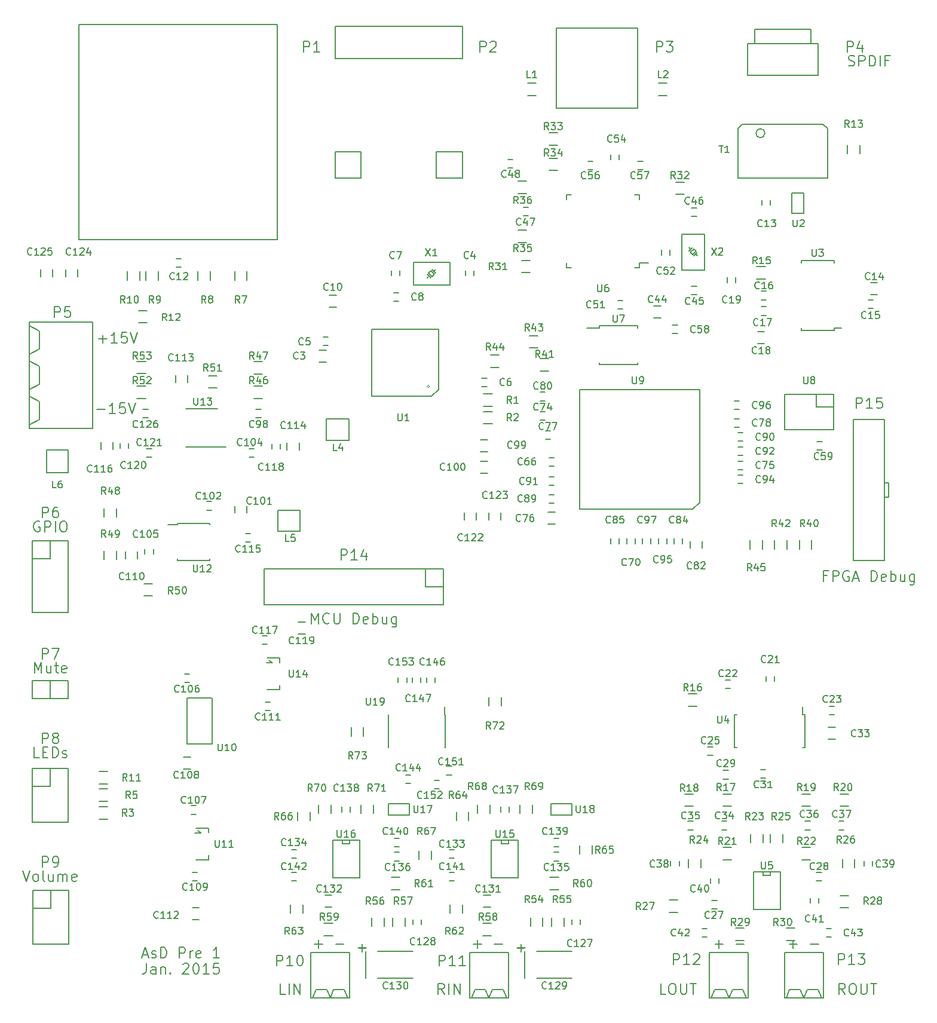
<source format=gto>
G04 #@! TF.FileFunction,Legend,Top*
%FSLAX46Y46*%
G04 Gerber Fmt 4.6, Leading zero omitted, Abs format (unit mm)*
G04 Created by KiCad (PCBNEW 0.201412201901+5330~19~ubuntu14.04.1-product) date ti. 30. des. 2014 kl. 17.44 +0100*
%MOMM*%
G01*
G04 APERTURE LIST*
%ADD10C,0.100000*%
%ADD11C,0.150000*%
G04 APERTURE END LIST*
D10*
D11*
X148678572Y-157107143D02*
X149821429Y-157107143D01*
X149250000Y-157678571D02*
X149250000Y-156535714D01*
X151678572Y-157107143D02*
X152821429Y-157107143D01*
X138178572Y-157107143D02*
X139321429Y-157107143D01*
X138750000Y-157678571D02*
X138750000Y-156535714D01*
X141178572Y-157107143D02*
X142321429Y-157107143D01*
X103928572Y-157107143D02*
X105071429Y-157107143D01*
X104500000Y-157678571D02*
X104500000Y-156535714D01*
X106928572Y-157107143D02*
X108071429Y-157107143D01*
X81428572Y-157107143D02*
X82571429Y-157107143D01*
X82000000Y-157678571D02*
X82000000Y-156535714D01*
X84428572Y-157107143D02*
X85571429Y-157107143D01*
X50607144Y-81357143D02*
X51750001Y-81357143D01*
X53250001Y-81928571D02*
X52392858Y-81928571D01*
X52821430Y-81928571D02*
X52821430Y-80428571D01*
X52678573Y-80642857D01*
X52535715Y-80785714D01*
X52392858Y-80857143D01*
X54607144Y-80428571D02*
X53892858Y-80428571D01*
X53821429Y-81142857D01*
X53892858Y-81071429D01*
X54035715Y-81000000D01*
X54392858Y-81000000D01*
X54535715Y-81071429D01*
X54607144Y-81142857D01*
X54678572Y-81285714D01*
X54678572Y-81642857D01*
X54607144Y-81785714D01*
X54535715Y-81857143D01*
X54392858Y-81928571D01*
X54035715Y-81928571D01*
X53892858Y-81857143D01*
X53821429Y-81785714D01*
X55107143Y-80428571D02*
X55607143Y-81928571D01*
X56107143Y-80428571D01*
X50857144Y-71357143D02*
X52000001Y-71357143D01*
X51428572Y-71928571D02*
X51428572Y-70785714D01*
X53500001Y-71928571D02*
X52642858Y-71928571D01*
X53071430Y-71928571D02*
X53071430Y-70428571D01*
X52928573Y-70642857D01*
X52785715Y-70785714D01*
X52642858Y-70857143D01*
X54857144Y-70428571D02*
X54142858Y-70428571D01*
X54071429Y-71142857D01*
X54142858Y-71071429D01*
X54285715Y-71000000D01*
X54642858Y-71000000D01*
X54785715Y-71071429D01*
X54857144Y-71142857D01*
X54928572Y-71285714D01*
X54928572Y-71642857D01*
X54857144Y-71785714D01*
X54785715Y-71857143D01*
X54642858Y-71928571D01*
X54285715Y-71928571D01*
X54142858Y-71857143D01*
X54071429Y-71785714D01*
X55357143Y-70428571D02*
X55857143Y-71928571D01*
X56357143Y-70428571D01*
X57071429Y-158625000D02*
X57785715Y-158625000D01*
X56928572Y-159053571D02*
X57428572Y-157553571D01*
X57928572Y-159053571D01*
X58357143Y-158982143D02*
X58500000Y-159053571D01*
X58785715Y-159053571D01*
X58928572Y-158982143D01*
X59000000Y-158839286D01*
X59000000Y-158767857D01*
X58928572Y-158625000D01*
X58785715Y-158553571D01*
X58571429Y-158553571D01*
X58428572Y-158482143D01*
X58357143Y-158339286D01*
X58357143Y-158267857D01*
X58428572Y-158125000D01*
X58571429Y-158053571D01*
X58785715Y-158053571D01*
X58928572Y-158125000D01*
X59642858Y-159053571D02*
X59642858Y-157553571D01*
X60000001Y-157553571D01*
X60214286Y-157625000D01*
X60357144Y-157767857D01*
X60428572Y-157910714D01*
X60500001Y-158196429D01*
X60500001Y-158410714D01*
X60428572Y-158696429D01*
X60357144Y-158839286D01*
X60214286Y-158982143D01*
X60000001Y-159053571D01*
X59642858Y-159053571D01*
X62285715Y-159053571D02*
X62285715Y-157553571D01*
X62857143Y-157553571D01*
X63000001Y-157625000D01*
X63071429Y-157696429D01*
X63142858Y-157839286D01*
X63142858Y-158053571D01*
X63071429Y-158196429D01*
X63000001Y-158267857D01*
X62857143Y-158339286D01*
X62285715Y-158339286D01*
X63785715Y-159053571D02*
X63785715Y-158053571D01*
X63785715Y-158339286D02*
X63857143Y-158196429D01*
X63928572Y-158125000D01*
X64071429Y-158053571D01*
X64214286Y-158053571D01*
X65285714Y-158982143D02*
X65142857Y-159053571D01*
X64857143Y-159053571D01*
X64714286Y-158982143D01*
X64642857Y-158839286D01*
X64642857Y-158267857D01*
X64714286Y-158125000D01*
X64857143Y-158053571D01*
X65142857Y-158053571D01*
X65285714Y-158125000D01*
X65357143Y-158267857D01*
X65357143Y-158410714D01*
X64642857Y-158553571D01*
X67928571Y-159053571D02*
X67071428Y-159053571D01*
X67500000Y-159053571D02*
X67500000Y-157553571D01*
X67357143Y-157767857D01*
X67214285Y-157910714D01*
X67071428Y-157982143D01*
X57571429Y-159803571D02*
X57571429Y-160875000D01*
X57500001Y-161089286D01*
X57357144Y-161232143D01*
X57142858Y-161303571D01*
X57000001Y-161303571D01*
X58928572Y-161303571D02*
X58928572Y-160517857D01*
X58857143Y-160375000D01*
X58714286Y-160303571D01*
X58428572Y-160303571D01*
X58285715Y-160375000D01*
X58928572Y-161232143D02*
X58785715Y-161303571D01*
X58428572Y-161303571D01*
X58285715Y-161232143D01*
X58214286Y-161089286D01*
X58214286Y-160946429D01*
X58285715Y-160803571D01*
X58428572Y-160732143D01*
X58785715Y-160732143D01*
X58928572Y-160660714D01*
X59642858Y-160303571D02*
X59642858Y-161303571D01*
X59642858Y-160446429D02*
X59714286Y-160375000D01*
X59857144Y-160303571D01*
X60071429Y-160303571D01*
X60214286Y-160375000D01*
X60285715Y-160517857D01*
X60285715Y-161303571D01*
X61000001Y-161160714D02*
X61071429Y-161232143D01*
X61000001Y-161303571D01*
X60928572Y-161232143D01*
X61000001Y-161160714D01*
X61000001Y-161303571D01*
X62785715Y-159946429D02*
X62857144Y-159875000D01*
X63000001Y-159803571D01*
X63357144Y-159803571D01*
X63500001Y-159875000D01*
X63571430Y-159946429D01*
X63642858Y-160089286D01*
X63642858Y-160232143D01*
X63571430Y-160446429D01*
X62714287Y-161303571D01*
X63642858Y-161303571D01*
X64571429Y-159803571D02*
X64714286Y-159803571D01*
X64857143Y-159875000D01*
X64928572Y-159946429D01*
X65000001Y-160089286D01*
X65071429Y-160375000D01*
X65071429Y-160732143D01*
X65000001Y-161017857D01*
X64928572Y-161160714D01*
X64857143Y-161232143D01*
X64714286Y-161303571D01*
X64571429Y-161303571D01*
X64428572Y-161232143D01*
X64357143Y-161160714D01*
X64285715Y-161017857D01*
X64214286Y-160732143D01*
X64214286Y-160375000D01*
X64285715Y-160089286D01*
X64357143Y-159946429D01*
X64428572Y-159875000D01*
X64571429Y-159803571D01*
X66500000Y-161303571D02*
X65642857Y-161303571D01*
X66071429Y-161303571D02*
X66071429Y-159803571D01*
X65928572Y-160017857D01*
X65785714Y-160160714D01*
X65642857Y-160232143D01*
X67857143Y-159803571D02*
X67142857Y-159803571D01*
X67071428Y-160517857D01*
X67142857Y-160446429D01*
X67285714Y-160375000D01*
X67642857Y-160375000D01*
X67785714Y-160446429D01*
X67857143Y-160517857D01*
X67928571Y-160660714D01*
X67928571Y-161017857D01*
X67857143Y-161160714D01*
X67785714Y-161232143D01*
X67642857Y-161303571D01*
X67285714Y-161303571D01*
X67142857Y-161232143D01*
X67071428Y-161160714D01*
X82100000Y-74650000D02*
X83100000Y-74650000D01*
X83100000Y-72950000D02*
X82100000Y-72950000D01*
X104000000Y-61650000D02*
X104000000Y-62350000D01*
X102800000Y-62350000D02*
X102800000Y-61650000D01*
X83350000Y-72300000D02*
X82650000Y-72300000D01*
X82650000Y-71100000D02*
X83350000Y-71100000D01*
X105150000Y-76900000D02*
X105850000Y-76900000D01*
X105850000Y-78100000D02*
X105150000Y-78100000D01*
X92300000Y-62350000D02*
X92300000Y-61650000D01*
X93500000Y-61650000D02*
X93500000Y-62350000D01*
X93350000Y-66000000D02*
X92650000Y-66000000D01*
X92650000Y-64800000D02*
X93350000Y-64800000D01*
X83500000Y-66850000D02*
X84500000Y-66850000D01*
X84500000Y-65150000D02*
X83500000Y-65150000D01*
X62550000Y-61200000D02*
X61850000Y-61200000D01*
X61850000Y-60000000D02*
X62550000Y-60000000D01*
X146000000Y-51650000D02*
X146000000Y-52350000D01*
X144800000Y-52350000D02*
X144800000Y-51650000D01*
X161200000Y-63350000D02*
X160200000Y-63350000D01*
X160200000Y-65050000D02*
X161200000Y-65050000D01*
X159850000Y-65800000D02*
X160550000Y-65800000D01*
X160550000Y-67000000D02*
X159850000Y-67000000D01*
X144750000Y-64600000D02*
X145450000Y-64600000D01*
X145450000Y-65800000D02*
X144750000Y-65800000D01*
X145450000Y-68000000D02*
X144750000Y-68000000D01*
X144750000Y-66800000D02*
X145450000Y-66800000D01*
X144200000Y-72050000D02*
X145200000Y-72050000D01*
X145200000Y-70350000D02*
X144200000Y-70350000D01*
X139900000Y-63350000D02*
X139900000Y-62650000D01*
X141100000Y-62650000D02*
X141100000Y-63350000D01*
X145400000Y-119850000D02*
X145400000Y-119150000D01*
X146600000Y-119150000D02*
X146600000Y-119850000D01*
X140350000Y-120850000D02*
X139650000Y-120850000D01*
X139650000Y-119650000D02*
X140350000Y-119650000D01*
X154400000Y-123400000D02*
X155100000Y-123400000D01*
X155100000Y-124600000D02*
X154400000Y-124600000D01*
X137850000Y-130350000D02*
X137150000Y-130350000D01*
X137150000Y-129150000D02*
X137850000Y-129150000D01*
X138450000Y-152100000D02*
X137750000Y-152100000D01*
X137750000Y-150900000D02*
X138450000Y-150900000D01*
X152550000Y-146900000D02*
X153250000Y-146900000D01*
X153250000Y-148100000D02*
X152550000Y-148100000D01*
X140050000Y-133700000D02*
X139350000Y-133700000D01*
X139350000Y-132500000D02*
X140050000Y-132500000D01*
X145350000Y-133600000D02*
X144650000Y-133600000D01*
X144650000Y-132400000D02*
X145350000Y-132400000D01*
X155250000Y-126400000D02*
X154250000Y-126400000D01*
X154250000Y-128100000D02*
X155250000Y-128100000D01*
X139850000Y-140900000D02*
X139150000Y-140900000D01*
X139150000Y-139700000D02*
X139850000Y-139700000D01*
X135050000Y-140900000D02*
X134350000Y-140900000D01*
X134350000Y-139700000D02*
X135050000Y-139700000D01*
X150950000Y-139700000D02*
X151650000Y-139700000D01*
X151650000Y-140900000D02*
X150950000Y-140900000D01*
X155750000Y-139700000D02*
X156450000Y-139700000D01*
X156450000Y-140900000D02*
X155750000Y-140900000D01*
X131900000Y-146050000D02*
X131900000Y-145350000D01*
X133100000Y-145350000D02*
X133100000Y-146050000D01*
X159300000Y-146050000D02*
X159300000Y-145350000D01*
X160500000Y-145350000D02*
X160500000Y-146050000D01*
X138700000Y-147750000D02*
X138700000Y-148450000D01*
X137500000Y-148450000D02*
X137500000Y-147750000D01*
X152900000Y-150550000D02*
X152900000Y-151250000D01*
X151700000Y-151250000D02*
X151700000Y-150550000D01*
X137050000Y-156100000D02*
X136350000Y-156100000D01*
X136350000Y-154900000D02*
X137050000Y-154900000D01*
X153950000Y-154900000D02*
X154650000Y-154900000D01*
X154650000Y-156100000D02*
X153950000Y-156100000D01*
X130500000Y-66650000D02*
X129500000Y-66650000D01*
X129500000Y-68350000D02*
X130500000Y-68350000D01*
X135550000Y-65100000D02*
X134850000Y-65100000D01*
X134850000Y-63900000D02*
X135550000Y-63900000D01*
X134850000Y-52800000D02*
X135550000Y-52800000D01*
X135550000Y-54000000D02*
X134850000Y-54000000D01*
X111050000Y-52700000D02*
X111750000Y-52700000D01*
X111750000Y-53900000D02*
X111050000Y-53900000D01*
X109550000Y-47100000D02*
X108850000Y-47100000D01*
X108850000Y-45900000D02*
X109550000Y-45900000D01*
X124400000Y-65900000D02*
X125100000Y-65900000D01*
X125100000Y-67100000D02*
X124400000Y-67100000D01*
X130600000Y-59450000D02*
X130600000Y-58750000D01*
X131800000Y-58750000D02*
X131800000Y-59450000D01*
X124600000Y-45250000D02*
X124600000Y-45950000D01*
X123400000Y-45950000D02*
X123400000Y-45250000D01*
X120150000Y-46200000D02*
X120850000Y-46200000D01*
X120850000Y-47400000D02*
X120150000Y-47400000D01*
X127950000Y-47400000D02*
X127250000Y-47400000D01*
X127250000Y-46200000D02*
X127950000Y-46200000D01*
X132150000Y-69400000D02*
X132850000Y-69400000D01*
X132850000Y-70600000D02*
X132150000Y-70600000D01*
X153350000Y-87100000D02*
X152650000Y-87100000D01*
X152650000Y-85900000D02*
X153350000Y-85900000D01*
X115350000Y-89350000D02*
X114650000Y-89350000D01*
X114650000Y-88150000D02*
X115350000Y-88150000D01*
X126850000Y-99650000D02*
X126850000Y-100350000D01*
X125650000Y-100350000D02*
X125650000Y-99650000D01*
X114100000Y-82850000D02*
X113400000Y-82850000D01*
X113400000Y-81650000D02*
X114100000Y-81650000D01*
X141400000Y-88650000D02*
X142100000Y-88650000D01*
X142100000Y-89850000D02*
X141400000Y-89850000D01*
X114500000Y-97600000D02*
X115500000Y-97600000D01*
X115500000Y-95900000D02*
X114500000Y-95900000D01*
X114850000Y-85600000D02*
X114150000Y-85600000D01*
X114150000Y-84400000D02*
X114850000Y-84400000D01*
X140900000Y-82650000D02*
X141600000Y-82650000D01*
X141600000Y-83850000D02*
X140900000Y-83850000D01*
X114100000Y-80100000D02*
X113400000Y-80100000D01*
X113400000Y-78900000D02*
X114100000Y-78900000D01*
X136350000Y-101000000D02*
X136350000Y-100000000D01*
X134650000Y-100000000D02*
X134650000Y-101000000D01*
X133600000Y-99650000D02*
X133600000Y-100350000D01*
X132400000Y-100350000D02*
X132400000Y-99650000D01*
X124600000Y-99650000D02*
X124600000Y-100350000D01*
X123400000Y-100350000D02*
X123400000Y-99650000D01*
X115350000Y-94600000D02*
X114650000Y-94600000D01*
X114650000Y-93400000D02*
X115350000Y-93400000D01*
X141400000Y-84650000D02*
X142100000Y-84650000D01*
X142100000Y-85850000D02*
X141400000Y-85850000D01*
X115350000Y-92100000D02*
X114650000Y-92100000D01*
X114650000Y-90900000D02*
X115350000Y-90900000D01*
X141400000Y-86650000D02*
X142100000Y-86650000D01*
X142100000Y-87850000D02*
X141400000Y-87850000D01*
X141400000Y-90650000D02*
X142100000Y-90650000D01*
X142100000Y-91850000D02*
X141400000Y-91850000D01*
X131350000Y-99650000D02*
X131350000Y-100350000D01*
X130150000Y-100350000D02*
X130150000Y-99650000D01*
X140900000Y-80150000D02*
X141600000Y-80150000D01*
X141600000Y-81350000D02*
X140900000Y-81350000D01*
X129100000Y-99650000D02*
X129100000Y-100350000D01*
X127900000Y-100350000D02*
X127900000Y-99650000D01*
X73830000Y-82540000D02*
X73130000Y-82540000D01*
X73130000Y-81340000D02*
X73830000Y-81340000D01*
X70150000Y-95000000D02*
X70150000Y-96000000D01*
X71850000Y-96000000D02*
X71850000Y-95000000D01*
X105960000Y-85650000D02*
X104960000Y-85650000D01*
X104960000Y-87350000D02*
X105960000Y-87350000D01*
X66850000Y-95600000D02*
X66150000Y-95600000D01*
X66150000Y-94400000D02*
X66850000Y-94400000D01*
X105960000Y-88650000D02*
X104960000Y-88650000D01*
X104960000Y-90350000D02*
X105960000Y-90350000D01*
X72150000Y-86900000D02*
X72850000Y-86900000D01*
X72850000Y-88100000D02*
X72150000Y-88100000D01*
X58600000Y-101150000D02*
X58600000Y-101850000D01*
X57400000Y-101850000D02*
X57400000Y-101150000D01*
X63000000Y-118850000D02*
X63700000Y-118850000D01*
X63700000Y-120050000D02*
X63000000Y-120050000D01*
X63950000Y-137500000D02*
X64650000Y-137500000D01*
X64650000Y-138700000D02*
X63950000Y-138700000D01*
X63850000Y-130600000D02*
X62850000Y-130600000D01*
X62850000Y-132300000D02*
X63850000Y-132300000D01*
X64850000Y-148100000D02*
X64150000Y-148100000D01*
X64150000Y-146900000D02*
X64850000Y-146900000D01*
X56350000Y-102500000D02*
X56350000Y-101500000D01*
X54650000Y-101500000D02*
X54650000Y-102500000D01*
X74450000Y-122800000D02*
X75150000Y-122800000D01*
X75150000Y-124000000D02*
X74450000Y-124000000D01*
X63450000Y-77500000D02*
X63450000Y-76500000D01*
X61750000Y-76500000D02*
X61750000Y-77500000D01*
X77550000Y-86100000D02*
X77550000Y-87100000D01*
X79250000Y-87100000D02*
X79250000Y-86100000D01*
X72350000Y-100100000D02*
X71650000Y-100100000D01*
X71650000Y-98900000D02*
X72350000Y-98900000D01*
X51150000Y-86000000D02*
X51150000Y-87000000D01*
X52850000Y-87000000D02*
X52850000Y-86000000D01*
X74050000Y-113400000D02*
X74750000Y-113400000D01*
X74750000Y-114600000D02*
X74050000Y-114600000D01*
X75400000Y-86950000D02*
X75400000Y-86250000D01*
X76600000Y-86250000D02*
X76600000Y-86950000D01*
X53900000Y-86850000D02*
X53900000Y-86150000D01*
X55100000Y-86150000D02*
X55100000Y-86850000D01*
X58350000Y-88100000D02*
X57650000Y-88100000D01*
X57650000Y-86900000D02*
X58350000Y-86900000D01*
X104350000Y-97000000D02*
X104350000Y-96000000D01*
X102650000Y-96000000D02*
X102650000Y-97000000D01*
X107850000Y-97000000D02*
X107850000Y-96000000D01*
X106150000Y-96000000D02*
X106150000Y-97000000D01*
X46150000Y-61500000D02*
X46150000Y-62500000D01*
X47850000Y-62500000D02*
X47850000Y-61500000D01*
X42650000Y-61500000D02*
X42650000Y-62500000D01*
X44350000Y-62500000D02*
X44350000Y-61500000D01*
X57130000Y-81340000D02*
X57830000Y-81340000D01*
X57830000Y-82540000D02*
X57130000Y-82540000D01*
X119100000Y-153650000D02*
X119100000Y-154350000D01*
X117900000Y-154350000D02*
X117900000Y-153650000D01*
X96600000Y-153650000D02*
X96600000Y-154350000D01*
X95400000Y-154350000D02*
X95400000Y-153650000D01*
X111198840Y-158100080D02*
X111198840Y-161899920D01*
X117899360Y-158100080D02*
X112900640Y-158100080D01*
X117896820Y-161899920D02*
X112898100Y-161899920D01*
X110695920Y-157096780D02*
X110695920Y-158196600D01*
X110096480Y-157597160D02*
X111295360Y-157597160D01*
X88698840Y-158100080D02*
X88698840Y-161899920D01*
X95399360Y-158100080D02*
X90400640Y-158100080D01*
X95396820Y-161899920D02*
X90398100Y-161899920D01*
X88195920Y-157096780D02*
X88195920Y-158196600D01*
X87596480Y-157597160D02*
X88795360Y-157597160D01*
X106400000Y-150150000D02*
X105400000Y-150150000D01*
X105400000Y-151850000D02*
X106400000Y-151850000D01*
X83900000Y-150150000D02*
X82900000Y-150150000D01*
X82900000Y-151850000D02*
X83900000Y-151850000D01*
X101250000Y-144900000D02*
X100550000Y-144900000D01*
X100550000Y-143700000D02*
X101250000Y-143700000D01*
X78850000Y-144900000D02*
X78150000Y-144900000D01*
X78150000Y-143700000D02*
X78850000Y-143700000D01*
X115350000Y-144100000D02*
X116050000Y-144100000D01*
X116050000Y-145300000D02*
X115350000Y-145300000D01*
X92750000Y-144100000D02*
X93450000Y-144100000D01*
X93450000Y-145300000D02*
X92750000Y-145300000D01*
X109000000Y-137650000D02*
X109000000Y-138350000D01*
X107800000Y-138350000D02*
X107800000Y-137650000D01*
X86500000Y-137650000D02*
X86500000Y-138350000D01*
X85300000Y-138350000D02*
X85300000Y-137650000D01*
X115350000Y-142100000D02*
X116050000Y-142100000D01*
X116050000Y-143300000D02*
X115350000Y-143300000D01*
X92750000Y-142100000D02*
X93450000Y-142100000D01*
X93450000Y-143300000D02*
X92750000Y-143300000D01*
X101250000Y-148100000D02*
X100550000Y-148100000D01*
X100550000Y-146900000D02*
X101250000Y-146900000D01*
X78850000Y-148100000D02*
X78150000Y-148100000D01*
X78150000Y-146900000D02*
X78850000Y-146900000D01*
X95050000Y-134300000D02*
X94350000Y-134300000D01*
X94350000Y-133100000D02*
X95050000Y-133100000D01*
X97300000Y-120050000D02*
X97300000Y-119350000D01*
X98500000Y-119350000D02*
X98500000Y-120050000D01*
X95300000Y-120050000D02*
X95300000Y-119350000D01*
X96500000Y-119350000D02*
X96500000Y-120050000D01*
X100850000Y-133100000D02*
X100150000Y-133100000D01*
X100150000Y-131900000D02*
X100850000Y-131900000D01*
X99100000Y-135100000D02*
X98400000Y-135100000D01*
X98400000Y-133900000D02*
X99100000Y-133900000D01*
X93300000Y-120050000D02*
X93300000Y-119350000D01*
X94500000Y-119350000D02*
X94500000Y-120050000D01*
X112800000Y-36875000D02*
X111600000Y-36875000D01*
X111600000Y-35125000D02*
X112800000Y-35125000D01*
X131400000Y-36875000D02*
X130200000Y-36875000D01*
X130200000Y-35125000D02*
X131400000Y-35125000D01*
X86300000Y-85700000D02*
X86300000Y-82700000D01*
X86300000Y-82700000D02*
X83100000Y-82700000D01*
X83100000Y-82700000D02*
X83100000Y-85700000D01*
X86300000Y-85700000D02*
X83100000Y-85700000D01*
X76200000Y-95600000D02*
X76200000Y-98600000D01*
X76200000Y-98600000D02*
X79400000Y-98600000D01*
X79400000Y-98600000D02*
X79400000Y-95600000D01*
X76200000Y-95600000D02*
X79400000Y-95600000D01*
X43500000Y-90300000D02*
X46500000Y-90300000D01*
X46500000Y-90300000D02*
X46500000Y-87100000D01*
X46500000Y-87100000D02*
X43500000Y-87100000D01*
X43500000Y-90300000D02*
X43500000Y-87100000D01*
X74300000Y-109040000D02*
X99700000Y-109040000D01*
X97160000Y-103960000D02*
X74300000Y-103960000D01*
X74300000Y-109040000D02*
X74300000Y-103960000D01*
X99700000Y-109040000D02*
X99700000Y-106500000D01*
X99700000Y-103960000D02*
X97160000Y-103960000D01*
X99700000Y-106500000D02*
X97160000Y-106500000D01*
X97160000Y-106500000D02*
X97160000Y-103960000D01*
X99700000Y-103960000D02*
X99700000Y-106500000D01*
X41460000Y-102460000D02*
X41460000Y-110080000D01*
X41460000Y-110080000D02*
X46540000Y-110080000D01*
X46540000Y-110080000D02*
X46540000Y-99920000D01*
X46540000Y-99920000D02*
X44000000Y-99920000D01*
X41460000Y-99920000D02*
X41460000Y-102460000D01*
X44000000Y-99920000D02*
X44000000Y-102460000D01*
X44000000Y-102460000D02*
X41460000Y-102460000D01*
X41460000Y-99920000D02*
X44000000Y-99920000D01*
X44000000Y-119730000D02*
X44000000Y-122270000D01*
X41460000Y-119730000D02*
X41460000Y-122270000D01*
X41460000Y-122270000D02*
X44000000Y-122270000D01*
X44000000Y-122270000D02*
X46540000Y-122270000D01*
X46540000Y-122270000D02*
X46540000Y-119730000D01*
X46540000Y-119730000D02*
X41460000Y-119730000D01*
X44000000Y-132190000D02*
X44000000Y-134730000D01*
X44000000Y-134730000D02*
X41460000Y-134730000D01*
X41460000Y-132190000D02*
X41460000Y-139810000D01*
X41460000Y-139810000D02*
X46540000Y-139810000D01*
X46540000Y-139810000D02*
X46540000Y-134730000D01*
X41460000Y-132190000D02*
X44000000Y-132190000D01*
X46540000Y-132190000D02*
X44000000Y-132190000D01*
X46540000Y-134730000D02*
X46540000Y-132190000D01*
X143800000Y-29500000D02*
X143800000Y-27500000D01*
X143800000Y-27500000D02*
X151800000Y-27500000D01*
X151800000Y-27500000D02*
X151800000Y-29500000D01*
X142800000Y-34000000D02*
X142800000Y-29500000D01*
X142800000Y-29500000D02*
X152800000Y-29500000D01*
X152800000Y-29500000D02*
X152800000Y-34000000D01*
X152800000Y-34000000D02*
X142800000Y-34000000D01*
X115710000Y-27350000D02*
X127210000Y-27350000D01*
X127210000Y-27350000D02*
X127210000Y-38650000D01*
X127210000Y-38650000D02*
X115710000Y-38650000D01*
X115710000Y-38650000D02*
X115710000Y-27350000D01*
X105400000Y-79125000D02*
X106600000Y-79125000D01*
X106600000Y-80875000D02*
X105400000Y-80875000D01*
X105400000Y-81625000D02*
X106600000Y-81625000D01*
X106600000Y-83375000D02*
X105400000Y-83375000D01*
X50900000Y-137625000D02*
X52100000Y-137625000D01*
X52100000Y-139375000D02*
X50900000Y-139375000D01*
X50900000Y-135125000D02*
X52100000Y-135125000D01*
X52100000Y-136875000D02*
X50900000Y-136875000D01*
X70125000Y-63000000D02*
X70125000Y-61800000D01*
X71875000Y-61800000D02*
X71875000Y-63000000D01*
X64925000Y-63000000D02*
X64925000Y-61800000D01*
X66675000Y-61800000D02*
X66675000Y-63000000D01*
X57525000Y-63000000D02*
X57525000Y-61800000D01*
X59275000Y-61800000D02*
X59275000Y-63000000D01*
X54925000Y-63000000D02*
X54925000Y-61800000D01*
X56675000Y-61800000D02*
X56675000Y-63000000D01*
X50900000Y-132625000D02*
X52100000Y-132625000D01*
X52100000Y-134375000D02*
X50900000Y-134375000D01*
X57700000Y-69075000D02*
X56500000Y-69075000D01*
X56500000Y-67325000D02*
X57700000Y-67325000D01*
X156925000Y-45100000D02*
X156925000Y-43900000D01*
X158675000Y-43900000D02*
X158675000Y-45100000D01*
X145300000Y-62875000D02*
X144100000Y-62875000D01*
X144100000Y-61125000D02*
X145300000Y-61125000D01*
X134400000Y-121625000D02*
X135600000Y-121625000D01*
X135600000Y-123375000D02*
X134400000Y-123375000D01*
X139300000Y-135825000D02*
X140500000Y-135825000D01*
X140500000Y-137575000D02*
X139300000Y-137575000D01*
X135100000Y-137575000D02*
X133900000Y-137575000D01*
X133900000Y-135825000D02*
X135100000Y-135825000D01*
X151700000Y-137575000D02*
X150500000Y-137575000D01*
X150500000Y-135825000D02*
X151700000Y-135825000D01*
X155900000Y-135825000D02*
X157100000Y-135825000D01*
X157100000Y-137575000D02*
X155900000Y-137575000D01*
X139300000Y-143425000D02*
X140500000Y-143425000D01*
X140500000Y-145175000D02*
X139300000Y-145175000D01*
X151700000Y-145175000D02*
X150500000Y-145175000D01*
X150500000Y-143425000D02*
X151700000Y-143425000D01*
X144975000Y-141500000D02*
X144975000Y-142700000D01*
X143225000Y-142700000D02*
X143225000Y-141500000D01*
X136175000Y-145100000D02*
X136175000Y-146300000D01*
X134425000Y-146300000D02*
X134425000Y-145100000D01*
X147775000Y-141500000D02*
X147775000Y-142700000D01*
X146025000Y-142700000D02*
X146025000Y-141500000D01*
X157975000Y-145100000D02*
X157975000Y-146300000D01*
X156225000Y-146300000D02*
X156225000Y-145100000D01*
X131700000Y-150825000D02*
X132900000Y-150825000D01*
X132900000Y-152575000D02*
X131700000Y-152575000D01*
X157100000Y-151975000D02*
X155900000Y-151975000D01*
X155900000Y-150225000D02*
X157100000Y-150225000D01*
X142300000Y-156575000D02*
X141100000Y-156575000D01*
X141100000Y-154825000D02*
X142300000Y-154825000D01*
X148300000Y-154825000D02*
X149500000Y-154825000D01*
X149500000Y-156575000D02*
X148300000Y-156575000D01*
X112000000Y-61975000D02*
X110800000Y-61975000D01*
X110800000Y-60225000D02*
X112000000Y-60225000D01*
X133800000Y-50875000D02*
X132600000Y-50875000D01*
X132600000Y-49125000D02*
X133800000Y-49125000D01*
X114700000Y-42125000D02*
X115900000Y-42125000D01*
X115900000Y-43875000D02*
X114700000Y-43875000D01*
X115900000Y-47475000D02*
X114700000Y-47475000D01*
X114700000Y-45725000D02*
X115900000Y-45725000D01*
X110300000Y-55925000D02*
X111500000Y-55925000D01*
X111500000Y-57675000D02*
X110300000Y-57675000D01*
X111500000Y-50775000D02*
X110300000Y-50775000D01*
X110300000Y-49025000D02*
X111500000Y-49025000D01*
X151875000Y-99900000D02*
X151875000Y-101100000D01*
X150125000Y-101100000D02*
X150125000Y-99900000D01*
X114600000Y-75875000D02*
X113400000Y-75875000D01*
X113400000Y-74125000D02*
X114600000Y-74125000D01*
X148375000Y-99900000D02*
X148375000Y-101100000D01*
X146625000Y-101100000D02*
X146625000Y-99900000D01*
X113100000Y-72625000D02*
X111900000Y-72625000D01*
X111900000Y-70875000D02*
X113100000Y-70875000D01*
X106400000Y-73625000D02*
X107600000Y-73625000D01*
X107600000Y-75375000D02*
X106400000Y-75375000D01*
X144875000Y-99900000D02*
X144875000Y-101100000D01*
X143125000Y-101100000D02*
X143125000Y-99900000D01*
X72880000Y-78065000D02*
X74080000Y-78065000D01*
X74080000Y-79815000D02*
X72880000Y-79815000D01*
X74080000Y-76315000D02*
X72880000Y-76315000D01*
X72880000Y-74565000D02*
X74080000Y-74565000D01*
X51625000Y-96600000D02*
X51625000Y-95400000D01*
X53375000Y-95400000D02*
X53375000Y-96600000D01*
X51625000Y-102600000D02*
X51625000Y-101400000D01*
X53375000Y-101400000D02*
X53375000Y-102600000D01*
X58500000Y-107775000D02*
X57300000Y-107775000D01*
X57300000Y-106025000D02*
X58500000Y-106025000D01*
X66380000Y-76565000D02*
X67580000Y-76565000D01*
X67580000Y-78315000D02*
X66380000Y-78315000D01*
X57500000Y-79775000D02*
X56300000Y-79775000D01*
X56300000Y-78025000D02*
X57500000Y-78025000D01*
X56300000Y-74525000D02*
X57500000Y-74525000D01*
X57500000Y-76275000D02*
X56300000Y-76275000D01*
X112025000Y-154600000D02*
X112025000Y-153400000D01*
X113775000Y-153400000D02*
X113775000Y-154600000D01*
X116775000Y-153400000D02*
X116775000Y-154600000D01*
X115025000Y-154600000D02*
X115025000Y-153400000D01*
X89525000Y-154600000D02*
X89525000Y-153400000D01*
X91275000Y-153400000D02*
X91275000Y-154600000D01*
X94275000Y-153400000D02*
X94275000Y-154600000D01*
X92525000Y-154600000D02*
X92525000Y-153400000D01*
X105300000Y-154125000D02*
X106500000Y-154125000D01*
X106500000Y-155875000D02*
X105300000Y-155875000D01*
X82800000Y-154125000D02*
X84000000Y-154125000D01*
X84000000Y-155875000D02*
X82800000Y-155875000D01*
X116000000Y-149375000D02*
X114800000Y-149375000D01*
X114800000Y-147625000D02*
X116000000Y-147625000D01*
X93500000Y-149375000D02*
X92300000Y-149375000D01*
X92300000Y-147625000D02*
X93500000Y-147625000D01*
X100625000Y-152700000D02*
X100625000Y-151500000D01*
X102375000Y-151500000D02*
X102375000Y-152700000D01*
X78025000Y-152700000D02*
X78025000Y-151500000D01*
X79775000Y-151500000D02*
X79775000Y-152700000D01*
X101525000Y-139600000D02*
X101525000Y-138400000D01*
X103275000Y-138400000D02*
X103275000Y-139600000D01*
X119025000Y-144300000D02*
X119025000Y-143100000D01*
X120775000Y-143100000D02*
X120775000Y-144300000D01*
X79025000Y-139600000D02*
X79025000Y-138400000D01*
X80775000Y-138400000D02*
X80775000Y-139600000D01*
X96225000Y-145100000D02*
X96225000Y-143900000D01*
X97975000Y-143900000D02*
X97975000Y-145100000D01*
X104525000Y-138600000D02*
X104525000Y-137400000D01*
X106275000Y-137400000D02*
X106275000Y-138600000D01*
X110525000Y-138600000D02*
X110525000Y-137400000D01*
X112275000Y-137400000D02*
X112275000Y-138600000D01*
X82025000Y-138600000D02*
X82025000Y-137400000D01*
X83775000Y-137400000D02*
X83775000Y-138600000D01*
X88025000Y-138600000D02*
X88025000Y-137400000D01*
X89775000Y-137400000D02*
X89775000Y-138600000D01*
X106125000Y-123350000D02*
X106125000Y-122150000D01*
X107875000Y-122150000D02*
X107875000Y-123350000D01*
X88375000Y-126400000D02*
X88375000Y-127600000D01*
X86625000Y-127600000D02*
X86625000Y-126400000D01*
X145240000Y-42200000D02*
G75*
G03X145240000Y-42200000I-635000J0D01*
G01*
X141430000Y-41565000D02*
X142065000Y-40930000D01*
X142065000Y-40930000D02*
X153495000Y-40930000D01*
X153495000Y-40930000D02*
X154130000Y-41565000D01*
X154130000Y-41565000D02*
X154130000Y-48550000D01*
X154130000Y-48550000D02*
X141430000Y-48550000D01*
X141430000Y-48550000D02*
X141430000Y-41565000D01*
X149050000Y-53550000D02*
X150750000Y-53550000D01*
X150750000Y-53550000D02*
X150750000Y-50650000D01*
X150750000Y-50650000D02*
X149050000Y-50650000D01*
X149050000Y-50650000D02*
X149050000Y-53550000D01*
X61975000Y-97475000D02*
X61975000Y-97700000D01*
X66625000Y-97475000D02*
X66625000Y-97700000D01*
X66625000Y-102725000D02*
X66625000Y-102500000D01*
X61975000Y-102725000D02*
X61975000Y-102500000D01*
X61975000Y-97475000D02*
X66625000Y-97475000D01*
X61975000Y-102725000D02*
X66625000Y-102725000D01*
X61975000Y-97700000D02*
X60625000Y-97700000D01*
X108650000Y-164750000D02*
X108150000Y-163500000D01*
X108150000Y-163500000D02*
X106650000Y-163500000D01*
X106650000Y-163500000D02*
X106150000Y-164750000D01*
X103650000Y-164750000D02*
X104150000Y-163500000D01*
X104150000Y-163500000D02*
X105650000Y-163500000D01*
X105650000Y-163500000D02*
X106150000Y-164750000D01*
X103400000Y-164750000D02*
X108900000Y-164750000D01*
X108900000Y-164750000D02*
X108900000Y-158250000D01*
X108900000Y-158250000D02*
X103400000Y-158250000D01*
X103400000Y-158250000D02*
X103400000Y-164750000D01*
X142650000Y-164750000D02*
X142150000Y-163500000D01*
X142150000Y-163500000D02*
X140650000Y-163500000D01*
X140650000Y-163500000D02*
X140150000Y-164750000D01*
X137650000Y-164750000D02*
X138150000Y-163500000D01*
X138150000Y-163500000D02*
X139650000Y-163500000D01*
X139650000Y-163500000D02*
X140150000Y-164750000D01*
X137400000Y-164750000D02*
X142900000Y-164750000D01*
X142900000Y-164750000D02*
X142900000Y-158250000D01*
X142900000Y-158250000D02*
X137400000Y-158250000D01*
X137400000Y-158250000D02*
X137400000Y-164750000D01*
X153250000Y-164750000D02*
X152750000Y-163500000D01*
X152750000Y-163500000D02*
X151250000Y-163500000D01*
X151250000Y-163500000D02*
X150750000Y-164750000D01*
X148250000Y-164750000D02*
X148750000Y-163500000D01*
X148750000Y-163500000D02*
X150250000Y-163500000D01*
X150250000Y-163500000D02*
X150750000Y-164750000D01*
X148000000Y-164750000D02*
X153500000Y-164750000D01*
X153500000Y-164750000D02*
X153500000Y-158250000D01*
X153500000Y-158250000D02*
X148000000Y-158250000D01*
X148000000Y-158250000D02*
X148000000Y-164750000D01*
X98684000Y-48541000D02*
X102367000Y-48541000D01*
X102367000Y-48541000D02*
X102367000Y-44858000D01*
X98684000Y-44858000D02*
X102367000Y-44858000D01*
X98684000Y-44858000D02*
X98684000Y-48541000D01*
X88016000Y-48541000D02*
X88016000Y-44858000D01*
X88016000Y-44858000D02*
X84333000Y-44858000D01*
X84333000Y-44858000D02*
X84333000Y-48541000D01*
X84333000Y-48541000D02*
X88016000Y-48541000D01*
X102367000Y-31650000D02*
X84333000Y-31650000D01*
X84333000Y-31650000D02*
X84333000Y-27078000D01*
X102367000Y-27078000D02*
X102367000Y-31650000D01*
X84333000Y-27078000D02*
X102367000Y-27078000D01*
X162200000Y-93750000D02*
X162800000Y-93750000D01*
X162800000Y-93750000D02*
X162800000Y-91750000D01*
X162800000Y-91750000D02*
X162200000Y-91750000D01*
X157800000Y-102750000D02*
X162200000Y-102750000D01*
X162200000Y-102750000D02*
X162200000Y-82750000D01*
X162200000Y-82750000D02*
X157800000Y-82750000D01*
X157800000Y-82750000D02*
X157800000Y-102750000D01*
X41000000Y-78500000D02*
X42500000Y-77750000D01*
X42500000Y-77750000D02*
X42500000Y-75250000D01*
X42500000Y-75250000D02*
X41000000Y-74500000D01*
X41000000Y-83500000D02*
X42500000Y-82750000D01*
X42500000Y-82750000D02*
X42500000Y-80250000D01*
X42500000Y-80250000D02*
X41000000Y-79500000D01*
X41000000Y-69500000D02*
X42500000Y-70250000D01*
X42500000Y-70250000D02*
X42500000Y-72750000D01*
X42500000Y-72750000D02*
X41000000Y-73500000D01*
X41000000Y-69000000D02*
X41000000Y-84000000D01*
X41000000Y-84000000D02*
X50000000Y-84000000D01*
X50000000Y-84000000D02*
X50000000Y-69000000D01*
X50000000Y-69000000D02*
X41000000Y-69000000D01*
X86150000Y-164750000D02*
X85650000Y-163500000D01*
X85650000Y-163500000D02*
X84150000Y-163500000D01*
X84150000Y-163500000D02*
X83650000Y-164750000D01*
X81150000Y-164750000D02*
X81650000Y-163500000D01*
X81650000Y-163500000D02*
X83150000Y-163500000D01*
X83150000Y-163500000D02*
X83650000Y-164750000D01*
X80900000Y-164750000D02*
X86400000Y-164750000D01*
X86400000Y-164750000D02*
X86400000Y-158250000D01*
X86400000Y-158250000D02*
X80900000Y-158250000D01*
X80900000Y-158250000D02*
X80900000Y-164750000D01*
X64100000Y-153650000D02*
X65100000Y-153650000D01*
X65100000Y-151950000D02*
X64100000Y-151950000D01*
X80100000Y-111450000D02*
X79100000Y-111450000D01*
X79100000Y-113150000D02*
X80100000Y-113150000D01*
X44100000Y-149490000D02*
X44100000Y-152030000D01*
X44100000Y-152030000D02*
X41560000Y-152030000D01*
X41560000Y-149490000D02*
X41560000Y-157110000D01*
X41560000Y-157110000D02*
X46640000Y-157110000D01*
X46640000Y-157110000D02*
X46640000Y-152030000D01*
X41560000Y-149490000D02*
X44100000Y-149490000D01*
X46640000Y-149490000D02*
X44100000Y-149490000D01*
X46640000Y-152030000D02*
X46640000Y-149490000D01*
X135000000Y-95500000D02*
X119000000Y-95500000D01*
X119000000Y-95500000D02*
X119000000Y-78500000D01*
X119000000Y-78500000D02*
X136000000Y-78500000D01*
X136000000Y-78500000D02*
X136000000Y-94500000D01*
X136000000Y-94500000D02*
X135000000Y-95500000D01*
X99000000Y-78500000D02*
X98000000Y-79500000D01*
X98000000Y-79500000D02*
X89500000Y-79500000D01*
X89500000Y-79500000D02*
X89500000Y-70000000D01*
X89500000Y-70000000D02*
X99000000Y-70000000D01*
X99000000Y-70000000D02*
X99000000Y-78500000D01*
X99925000Y-124575000D02*
X99900000Y-124575000D01*
X99925000Y-129225000D02*
X99900000Y-129225000D01*
X91875000Y-129225000D02*
X91900000Y-129225000D01*
X91875000Y-124575000D02*
X91900000Y-124575000D01*
X99925000Y-124575000D02*
X99925000Y-129225000D01*
X91875000Y-124575000D02*
X91875000Y-129225000D01*
X99900000Y-124575000D02*
X99900000Y-123500000D01*
X76150000Y-26800000D02*
X48050000Y-26800000D01*
X48050000Y-57300000D02*
X48050000Y-26800000D01*
X76150000Y-57300000D02*
X48050000Y-57300000D01*
X76150000Y-57300000D02*
X76150000Y-26800000D01*
X150875000Y-124575000D02*
X150550000Y-124575000D01*
X150875000Y-129225000D02*
X150550000Y-129225000D01*
X140925000Y-129225000D02*
X141250000Y-129225000D01*
X140925000Y-124575000D02*
X141250000Y-124575000D01*
X150875000Y-124575000D02*
X150875000Y-129225000D01*
X140925000Y-124575000D02*
X140925000Y-129225000D01*
X150550000Y-124575000D02*
X150550000Y-123500000D01*
X143722000Y-146833000D02*
X143595000Y-146833000D01*
X143595000Y-146833000D02*
X143595000Y-152167000D01*
X147405000Y-152167000D02*
X147405000Y-146833000D01*
X147405000Y-146833000D02*
X143722000Y-146833000D01*
X146008000Y-146833000D02*
X146008000Y-147341000D01*
X146008000Y-147341000D02*
X144992000Y-147341000D01*
X144992000Y-147341000D02*
X144992000Y-146833000D01*
X147405000Y-152167000D02*
X143595000Y-152167000D01*
X106622000Y-142333000D02*
X106495000Y-142333000D01*
X106495000Y-142333000D02*
X106495000Y-147667000D01*
X110305000Y-147667000D02*
X110305000Y-142333000D01*
X110305000Y-142333000D02*
X106622000Y-142333000D01*
X108908000Y-142333000D02*
X108908000Y-142841000D01*
X108908000Y-142841000D02*
X107892000Y-142841000D01*
X107892000Y-142841000D02*
X107892000Y-142333000D01*
X110305000Y-147667000D02*
X106495000Y-147667000D01*
X84122000Y-142333000D02*
X83995000Y-142333000D01*
X83995000Y-142333000D02*
X83995000Y-147667000D01*
X87805000Y-147667000D02*
X87805000Y-142333000D01*
X87805000Y-142333000D02*
X84122000Y-142333000D01*
X86408000Y-142333000D02*
X86408000Y-142841000D01*
X86408000Y-142841000D02*
X85392000Y-142841000D01*
X85392000Y-142841000D02*
X85392000Y-142333000D01*
X87805000Y-147667000D02*
X83995000Y-147667000D01*
X155000000Y-81000000D02*
X152500000Y-81000000D01*
X152500000Y-81000000D02*
X152500000Y-79200000D01*
X155000000Y-79200000D02*
X148000000Y-79200000D01*
X148000000Y-79200000D02*
X148000000Y-84200000D01*
X148000000Y-84200000D02*
X155000000Y-84200000D01*
X155000000Y-84200000D02*
X155000000Y-79200000D01*
X135500000Y-59400000D02*
X135700000Y-59600000D01*
X134700000Y-58600000D02*
X134500000Y-58400000D01*
X135700000Y-59100000D02*
X135200000Y-59600000D01*
X134500000Y-58900000D02*
X135000000Y-58400000D01*
X135500000Y-58900000D02*
X135000000Y-59400000D01*
X135000000Y-59400000D02*
X134700000Y-59100000D01*
X134700000Y-59100000D02*
X135200000Y-58600000D01*
X135200000Y-58600000D02*
X135500000Y-58900000D01*
X133500000Y-56500000D02*
X133500000Y-61600000D01*
X133500000Y-61600000D02*
X136700000Y-61600000D01*
X136700000Y-61600000D02*
X136700000Y-56500000D01*
X136700000Y-56500000D02*
X133500000Y-56500000D01*
X98400000Y-61700000D02*
X98600000Y-61500000D01*
X97600000Y-62500000D02*
X97400000Y-62700000D01*
X98100000Y-61500000D02*
X98600000Y-62000000D01*
X97900000Y-62700000D02*
X97400000Y-62200000D01*
X97900000Y-61700000D02*
X98400000Y-62200000D01*
X98400000Y-62200000D02*
X98100000Y-62500000D01*
X98100000Y-62500000D02*
X97600000Y-62000000D01*
X97600000Y-62000000D02*
X97900000Y-61700000D01*
X95500000Y-63700000D02*
X100600000Y-63700000D01*
X100600000Y-63700000D02*
X100600000Y-60500000D01*
X100600000Y-60500000D02*
X95500000Y-60500000D01*
X95500000Y-60500000D02*
X95500000Y-63700000D01*
X91900000Y-137200000D02*
X94900000Y-137200000D01*
X94900000Y-137200000D02*
X94900000Y-138800000D01*
X94900000Y-138800000D02*
X91900000Y-138800000D01*
X91900000Y-138800000D02*
X91900000Y-137200000D01*
X114900000Y-137200000D02*
X117900000Y-137200000D01*
X117900000Y-137200000D02*
X117900000Y-138800000D01*
X117900000Y-138800000D02*
X114900000Y-138800000D01*
X114900000Y-138800000D02*
X114900000Y-137200000D01*
X121750000Y-69495000D02*
X121750000Y-69795000D01*
X127250000Y-69495000D02*
X127250000Y-69795000D01*
X127250000Y-75005000D02*
X127250000Y-74705000D01*
X121750000Y-75005000D02*
X121750000Y-74705000D01*
X121750000Y-69495000D02*
X127250000Y-69495000D01*
X121750000Y-75005000D02*
X127250000Y-75005000D01*
X121750000Y-69795000D02*
X120000000Y-69795000D01*
X127475000Y-61275000D02*
X127475000Y-60600000D01*
X117125000Y-61275000D02*
X117125000Y-60600000D01*
X117125000Y-50925000D02*
X117125000Y-51600000D01*
X127475000Y-50925000D02*
X127475000Y-51600000D01*
X127475000Y-61275000D02*
X126800000Y-61275000D01*
X127475000Y-50925000D02*
X126800000Y-50925000D01*
X117125000Y-50925000D02*
X117800000Y-50925000D01*
X117125000Y-61275000D02*
X117800000Y-61275000D01*
X127475000Y-60600000D02*
X128750000Y-60600000D01*
X66900000Y-122200000D02*
X66900000Y-128700000D01*
X66900000Y-128700000D02*
X63400000Y-128700000D01*
X63400000Y-128700000D02*
X63400000Y-122200000D01*
X63400000Y-122200000D02*
X66850000Y-122200000D01*
X67730000Y-81215000D02*
X63230000Y-81215000D01*
X68855000Y-86665000D02*
X63230000Y-86665000D01*
X155025000Y-70175000D02*
X155025000Y-69850000D01*
X150375000Y-70175000D02*
X150375000Y-69850000D01*
X150375000Y-60225000D02*
X150375000Y-60550000D01*
X155025000Y-60225000D02*
X155025000Y-60550000D01*
X155025000Y-70175000D02*
X150375000Y-70175000D01*
X155025000Y-60225000D02*
X150375000Y-60225000D01*
X155025000Y-69850000D02*
X156100000Y-69850000D01*
X64899340Y-141000080D02*
X65199060Y-141249000D01*
X65199060Y-141249000D02*
X65348920Y-141350600D01*
X65348920Y-141350600D02*
X64500560Y-141350600D01*
X66400480Y-140649560D02*
X64599620Y-140649560D01*
X66400480Y-140649560D02*
X66400480Y-141299800D01*
X66400480Y-145150440D02*
X64599620Y-145150440D01*
X66400480Y-145150440D02*
X66400480Y-144500200D01*
X74999340Y-116900080D02*
X75299060Y-117149000D01*
X75299060Y-117149000D02*
X75448920Y-117250600D01*
X75448920Y-117250600D02*
X74600560Y-117250600D01*
X76500480Y-116549560D02*
X74699620Y-116549560D01*
X76500480Y-116549560D02*
X76500480Y-117199800D01*
X76500480Y-121050440D02*
X74699620Y-121050440D01*
X76500480Y-121050440D02*
X76500480Y-120400200D01*
X79083334Y-74107143D02*
X79035715Y-74154762D01*
X78892858Y-74202381D01*
X78797620Y-74202381D01*
X78654762Y-74154762D01*
X78559524Y-74059524D01*
X78511905Y-73964286D01*
X78464286Y-73773810D01*
X78464286Y-73630952D01*
X78511905Y-73440476D01*
X78559524Y-73345238D01*
X78654762Y-73250000D01*
X78797620Y-73202381D01*
X78892858Y-73202381D01*
X79035715Y-73250000D01*
X79083334Y-73297619D01*
X79416667Y-73202381D02*
X80035715Y-73202381D01*
X79702381Y-73583333D01*
X79845239Y-73583333D01*
X79940477Y-73630952D01*
X79988096Y-73678571D01*
X80035715Y-73773810D01*
X80035715Y-74011905D01*
X79988096Y-74107143D01*
X79940477Y-74154762D01*
X79845239Y-74202381D01*
X79559524Y-74202381D01*
X79464286Y-74154762D01*
X79416667Y-74107143D01*
X103233334Y-59857143D02*
X103185715Y-59904762D01*
X103042858Y-59952381D01*
X102947620Y-59952381D01*
X102804762Y-59904762D01*
X102709524Y-59809524D01*
X102661905Y-59714286D01*
X102614286Y-59523810D01*
X102614286Y-59380952D01*
X102661905Y-59190476D01*
X102709524Y-59095238D01*
X102804762Y-59000000D01*
X102947620Y-58952381D01*
X103042858Y-58952381D01*
X103185715Y-59000000D01*
X103233334Y-59047619D01*
X104090477Y-59285714D02*
X104090477Y-59952381D01*
X103852381Y-58904762D02*
X103614286Y-59619048D01*
X104233334Y-59619048D01*
X79833334Y-72107143D02*
X79785715Y-72154762D01*
X79642858Y-72202381D01*
X79547620Y-72202381D01*
X79404762Y-72154762D01*
X79309524Y-72059524D01*
X79261905Y-71964286D01*
X79214286Y-71773810D01*
X79214286Y-71630952D01*
X79261905Y-71440476D01*
X79309524Y-71345238D01*
X79404762Y-71250000D01*
X79547620Y-71202381D01*
X79642858Y-71202381D01*
X79785715Y-71250000D01*
X79833334Y-71297619D01*
X80738096Y-71202381D02*
X80261905Y-71202381D01*
X80214286Y-71678571D01*
X80261905Y-71630952D01*
X80357143Y-71583333D01*
X80595239Y-71583333D01*
X80690477Y-71630952D01*
X80738096Y-71678571D01*
X80785715Y-71773810D01*
X80785715Y-72011905D01*
X80738096Y-72107143D01*
X80690477Y-72154762D01*
X80595239Y-72202381D01*
X80357143Y-72202381D01*
X80261905Y-72154762D01*
X80214286Y-72107143D01*
X108333334Y-77857143D02*
X108285715Y-77904762D01*
X108142858Y-77952381D01*
X108047620Y-77952381D01*
X107904762Y-77904762D01*
X107809524Y-77809524D01*
X107761905Y-77714286D01*
X107714286Y-77523810D01*
X107714286Y-77380952D01*
X107761905Y-77190476D01*
X107809524Y-77095238D01*
X107904762Y-77000000D01*
X108047620Y-76952381D01*
X108142858Y-76952381D01*
X108285715Y-77000000D01*
X108333334Y-77047619D01*
X109190477Y-76952381D02*
X109000000Y-76952381D01*
X108904762Y-77000000D01*
X108857143Y-77047619D01*
X108761905Y-77190476D01*
X108714286Y-77380952D01*
X108714286Y-77761905D01*
X108761905Y-77857143D01*
X108809524Y-77904762D01*
X108904762Y-77952381D01*
X109095239Y-77952381D01*
X109190477Y-77904762D01*
X109238096Y-77857143D01*
X109285715Y-77761905D01*
X109285715Y-77523810D01*
X109238096Y-77428571D01*
X109190477Y-77380952D01*
X109095239Y-77333333D01*
X108904762Y-77333333D01*
X108809524Y-77380952D01*
X108761905Y-77428571D01*
X108714286Y-77523810D01*
X92733334Y-59857143D02*
X92685715Y-59904762D01*
X92542858Y-59952381D01*
X92447620Y-59952381D01*
X92304762Y-59904762D01*
X92209524Y-59809524D01*
X92161905Y-59714286D01*
X92114286Y-59523810D01*
X92114286Y-59380952D01*
X92161905Y-59190476D01*
X92209524Y-59095238D01*
X92304762Y-59000000D01*
X92447620Y-58952381D01*
X92542858Y-58952381D01*
X92685715Y-59000000D01*
X92733334Y-59047619D01*
X93066667Y-58952381D02*
X93733334Y-58952381D01*
X93304762Y-59952381D01*
X95833334Y-65757143D02*
X95785715Y-65804762D01*
X95642858Y-65852381D01*
X95547620Y-65852381D01*
X95404762Y-65804762D01*
X95309524Y-65709524D01*
X95261905Y-65614286D01*
X95214286Y-65423810D01*
X95214286Y-65280952D01*
X95261905Y-65090476D01*
X95309524Y-64995238D01*
X95404762Y-64900000D01*
X95547620Y-64852381D01*
X95642858Y-64852381D01*
X95785715Y-64900000D01*
X95833334Y-64947619D01*
X96404762Y-65280952D02*
X96309524Y-65233333D01*
X96261905Y-65185714D01*
X96214286Y-65090476D01*
X96214286Y-65042857D01*
X96261905Y-64947619D01*
X96309524Y-64900000D01*
X96404762Y-64852381D01*
X96595239Y-64852381D01*
X96690477Y-64900000D01*
X96738096Y-64947619D01*
X96785715Y-65042857D01*
X96785715Y-65090476D01*
X96738096Y-65185714D01*
X96690477Y-65233333D01*
X96595239Y-65280952D01*
X96404762Y-65280952D01*
X96309524Y-65328571D01*
X96261905Y-65376190D01*
X96214286Y-65471429D01*
X96214286Y-65661905D01*
X96261905Y-65757143D01*
X96309524Y-65804762D01*
X96404762Y-65852381D01*
X96595239Y-65852381D01*
X96690477Y-65804762D01*
X96738096Y-65757143D01*
X96785715Y-65661905D01*
X96785715Y-65471429D01*
X96738096Y-65376190D01*
X96690477Y-65328571D01*
X96595239Y-65280952D01*
X83357143Y-64357143D02*
X83309524Y-64404762D01*
X83166667Y-64452381D01*
X83071429Y-64452381D01*
X82928571Y-64404762D01*
X82833333Y-64309524D01*
X82785714Y-64214286D01*
X82738095Y-64023810D01*
X82738095Y-63880952D01*
X82785714Y-63690476D01*
X82833333Y-63595238D01*
X82928571Y-63500000D01*
X83071429Y-63452381D01*
X83166667Y-63452381D01*
X83309524Y-63500000D01*
X83357143Y-63547619D01*
X84309524Y-64452381D02*
X83738095Y-64452381D01*
X84023809Y-64452381D02*
X84023809Y-63452381D01*
X83928571Y-63595238D01*
X83833333Y-63690476D01*
X83738095Y-63738095D01*
X84928571Y-63452381D02*
X85023810Y-63452381D01*
X85119048Y-63500000D01*
X85166667Y-63547619D01*
X85214286Y-63642857D01*
X85261905Y-63833333D01*
X85261905Y-64071429D01*
X85214286Y-64261905D01*
X85166667Y-64357143D01*
X85119048Y-64404762D01*
X85023810Y-64452381D01*
X84928571Y-64452381D01*
X84833333Y-64404762D01*
X84785714Y-64357143D01*
X84738095Y-64261905D01*
X84690476Y-64071429D01*
X84690476Y-63833333D01*
X84738095Y-63642857D01*
X84785714Y-63547619D01*
X84833333Y-63500000D01*
X84928571Y-63452381D01*
X61557143Y-62857143D02*
X61509524Y-62904762D01*
X61366667Y-62952381D01*
X61271429Y-62952381D01*
X61128571Y-62904762D01*
X61033333Y-62809524D01*
X60985714Y-62714286D01*
X60938095Y-62523810D01*
X60938095Y-62380952D01*
X60985714Y-62190476D01*
X61033333Y-62095238D01*
X61128571Y-62000000D01*
X61271429Y-61952381D01*
X61366667Y-61952381D01*
X61509524Y-62000000D01*
X61557143Y-62047619D01*
X62509524Y-62952381D02*
X61938095Y-62952381D01*
X62223809Y-62952381D02*
X62223809Y-61952381D01*
X62128571Y-62095238D01*
X62033333Y-62190476D01*
X61938095Y-62238095D01*
X62890476Y-62047619D02*
X62938095Y-62000000D01*
X63033333Y-61952381D01*
X63271429Y-61952381D01*
X63366667Y-62000000D01*
X63414286Y-62047619D01*
X63461905Y-62142857D01*
X63461905Y-62238095D01*
X63414286Y-62380952D01*
X62842857Y-62952381D01*
X63461905Y-62952381D01*
X144857143Y-55357143D02*
X144809524Y-55404762D01*
X144666667Y-55452381D01*
X144571429Y-55452381D01*
X144428571Y-55404762D01*
X144333333Y-55309524D01*
X144285714Y-55214286D01*
X144238095Y-55023810D01*
X144238095Y-54880952D01*
X144285714Y-54690476D01*
X144333333Y-54595238D01*
X144428571Y-54500000D01*
X144571429Y-54452381D01*
X144666667Y-54452381D01*
X144809524Y-54500000D01*
X144857143Y-54547619D01*
X145809524Y-55452381D02*
X145238095Y-55452381D01*
X145523809Y-55452381D02*
X145523809Y-54452381D01*
X145428571Y-54595238D01*
X145333333Y-54690476D01*
X145238095Y-54738095D01*
X146142857Y-54452381D02*
X146761905Y-54452381D01*
X146428571Y-54833333D01*
X146571429Y-54833333D01*
X146666667Y-54880952D01*
X146714286Y-54928571D01*
X146761905Y-55023810D01*
X146761905Y-55261905D01*
X146714286Y-55357143D01*
X146666667Y-55404762D01*
X146571429Y-55452381D01*
X146285714Y-55452381D01*
X146190476Y-55404762D01*
X146142857Y-55357143D01*
X160107143Y-62857143D02*
X160059524Y-62904762D01*
X159916667Y-62952381D01*
X159821429Y-62952381D01*
X159678571Y-62904762D01*
X159583333Y-62809524D01*
X159535714Y-62714286D01*
X159488095Y-62523810D01*
X159488095Y-62380952D01*
X159535714Y-62190476D01*
X159583333Y-62095238D01*
X159678571Y-62000000D01*
X159821429Y-61952381D01*
X159916667Y-61952381D01*
X160059524Y-62000000D01*
X160107143Y-62047619D01*
X161059524Y-62952381D02*
X160488095Y-62952381D01*
X160773809Y-62952381D02*
X160773809Y-61952381D01*
X160678571Y-62095238D01*
X160583333Y-62190476D01*
X160488095Y-62238095D01*
X161916667Y-62285714D02*
X161916667Y-62952381D01*
X161678571Y-61904762D02*
X161440476Y-62619048D01*
X162059524Y-62619048D01*
X159557143Y-68357143D02*
X159509524Y-68404762D01*
X159366667Y-68452381D01*
X159271429Y-68452381D01*
X159128571Y-68404762D01*
X159033333Y-68309524D01*
X158985714Y-68214286D01*
X158938095Y-68023810D01*
X158938095Y-67880952D01*
X158985714Y-67690476D01*
X159033333Y-67595238D01*
X159128571Y-67500000D01*
X159271429Y-67452381D01*
X159366667Y-67452381D01*
X159509524Y-67500000D01*
X159557143Y-67547619D01*
X160509524Y-68452381D02*
X159938095Y-68452381D01*
X160223809Y-68452381D02*
X160223809Y-67452381D01*
X160128571Y-67595238D01*
X160033333Y-67690476D01*
X159938095Y-67738095D01*
X161414286Y-67452381D02*
X160938095Y-67452381D01*
X160890476Y-67928571D01*
X160938095Y-67880952D01*
X161033333Y-67833333D01*
X161271429Y-67833333D01*
X161366667Y-67880952D01*
X161414286Y-67928571D01*
X161461905Y-68023810D01*
X161461905Y-68261905D01*
X161414286Y-68357143D01*
X161366667Y-68404762D01*
X161271429Y-68452381D01*
X161033333Y-68452381D01*
X160938095Y-68404762D01*
X160890476Y-68357143D01*
X144457143Y-64157143D02*
X144409524Y-64204762D01*
X144266667Y-64252381D01*
X144171429Y-64252381D01*
X144028571Y-64204762D01*
X143933333Y-64109524D01*
X143885714Y-64014286D01*
X143838095Y-63823810D01*
X143838095Y-63680952D01*
X143885714Y-63490476D01*
X143933333Y-63395238D01*
X144028571Y-63300000D01*
X144171429Y-63252381D01*
X144266667Y-63252381D01*
X144409524Y-63300000D01*
X144457143Y-63347619D01*
X145409524Y-64252381D02*
X144838095Y-64252381D01*
X145123809Y-64252381D02*
X145123809Y-63252381D01*
X145028571Y-63395238D01*
X144933333Y-63490476D01*
X144838095Y-63538095D01*
X146266667Y-63252381D02*
X146076190Y-63252381D01*
X145980952Y-63300000D01*
X145933333Y-63347619D01*
X145838095Y-63490476D01*
X145790476Y-63680952D01*
X145790476Y-64061905D01*
X145838095Y-64157143D01*
X145885714Y-64204762D01*
X145980952Y-64252381D01*
X146171429Y-64252381D01*
X146266667Y-64204762D01*
X146314286Y-64157143D01*
X146361905Y-64061905D01*
X146361905Y-63823810D01*
X146314286Y-63728571D01*
X146266667Y-63680952D01*
X146171429Y-63633333D01*
X145980952Y-63633333D01*
X145885714Y-63680952D01*
X145838095Y-63728571D01*
X145790476Y-63823810D01*
X144257143Y-69357143D02*
X144209524Y-69404762D01*
X144066667Y-69452381D01*
X143971429Y-69452381D01*
X143828571Y-69404762D01*
X143733333Y-69309524D01*
X143685714Y-69214286D01*
X143638095Y-69023810D01*
X143638095Y-68880952D01*
X143685714Y-68690476D01*
X143733333Y-68595238D01*
X143828571Y-68500000D01*
X143971429Y-68452381D01*
X144066667Y-68452381D01*
X144209524Y-68500000D01*
X144257143Y-68547619D01*
X145209524Y-69452381D02*
X144638095Y-69452381D01*
X144923809Y-69452381D02*
X144923809Y-68452381D01*
X144828571Y-68595238D01*
X144733333Y-68690476D01*
X144638095Y-68738095D01*
X145542857Y-68452381D02*
X146209524Y-68452381D01*
X145780952Y-69452381D01*
X144057143Y-73357143D02*
X144009524Y-73404762D01*
X143866667Y-73452381D01*
X143771429Y-73452381D01*
X143628571Y-73404762D01*
X143533333Y-73309524D01*
X143485714Y-73214286D01*
X143438095Y-73023810D01*
X143438095Y-72880952D01*
X143485714Y-72690476D01*
X143533333Y-72595238D01*
X143628571Y-72500000D01*
X143771429Y-72452381D01*
X143866667Y-72452381D01*
X144009524Y-72500000D01*
X144057143Y-72547619D01*
X145009524Y-73452381D02*
X144438095Y-73452381D01*
X144723809Y-73452381D02*
X144723809Y-72452381D01*
X144628571Y-72595238D01*
X144533333Y-72690476D01*
X144438095Y-72738095D01*
X145580952Y-72880952D02*
X145485714Y-72833333D01*
X145438095Y-72785714D01*
X145390476Y-72690476D01*
X145390476Y-72642857D01*
X145438095Y-72547619D01*
X145485714Y-72500000D01*
X145580952Y-72452381D01*
X145771429Y-72452381D01*
X145866667Y-72500000D01*
X145914286Y-72547619D01*
X145961905Y-72642857D01*
X145961905Y-72690476D01*
X145914286Y-72785714D01*
X145866667Y-72833333D01*
X145771429Y-72880952D01*
X145580952Y-72880952D01*
X145485714Y-72928571D01*
X145438095Y-72976190D01*
X145390476Y-73071429D01*
X145390476Y-73261905D01*
X145438095Y-73357143D01*
X145485714Y-73404762D01*
X145580952Y-73452381D01*
X145771429Y-73452381D01*
X145866667Y-73404762D01*
X145914286Y-73357143D01*
X145961905Y-73261905D01*
X145961905Y-73071429D01*
X145914286Y-72976190D01*
X145866667Y-72928571D01*
X145771429Y-72880952D01*
X139857143Y-66157143D02*
X139809524Y-66204762D01*
X139666667Y-66252381D01*
X139571429Y-66252381D01*
X139428571Y-66204762D01*
X139333333Y-66109524D01*
X139285714Y-66014286D01*
X139238095Y-65823810D01*
X139238095Y-65680952D01*
X139285714Y-65490476D01*
X139333333Y-65395238D01*
X139428571Y-65300000D01*
X139571429Y-65252381D01*
X139666667Y-65252381D01*
X139809524Y-65300000D01*
X139857143Y-65347619D01*
X140809524Y-66252381D02*
X140238095Y-66252381D01*
X140523809Y-66252381D02*
X140523809Y-65252381D01*
X140428571Y-65395238D01*
X140333333Y-65490476D01*
X140238095Y-65538095D01*
X141285714Y-66252381D02*
X141476190Y-66252381D01*
X141571429Y-66204762D01*
X141619048Y-66157143D01*
X141714286Y-66014286D01*
X141761905Y-65823810D01*
X141761905Y-65442857D01*
X141714286Y-65347619D01*
X141666667Y-65300000D01*
X141571429Y-65252381D01*
X141380952Y-65252381D01*
X141285714Y-65300000D01*
X141238095Y-65347619D01*
X141190476Y-65442857D01*
X141190476Y-65680952D01*
X141238095Y-65776190D01*
X141285714Y-65823810D01*
X141380952Y-65871429D01*
X141571429Y-65871429D01*
X141666667Y-65823810D01*
X141714286Y-65776190D01*
X141761905Y-65680952D01*
X145357143Y-117107143D02*
X145309524Y-117154762D01*
X145166667Y-117202381D01*
X145071429Y-117202381D01*
X144928571Y-117154762D01*
X144833333Y-117059524D01*
X144785714Y-116964286D01*
X144738095Y-116773810D01*
X144738095Y-116630952D01*
X144785714Y-116440476D01*
X144833333Y-116345238D01*
X144928571Y-116250000D01*
X145071429Y-116202381D01*
X145166667Y-116202381D01*
X145309524Y-116250000D01*
X145357143Y-116297619D01*
X145738095Y-116297619D02*
X145785714Y-116250000D01*
X145880952Y-116202381D01*
X146119048Y-116202381D01*
X146214286Y-116250000D01*
X146261905Y-116297619D01*
X146309524Y-116392857D01*
X146309524Y-116488095D01*
X146261905Y-116630952D01*
X145690476Y-117202381D01*
X146309524Y-117202381D01*
X147261905Y-117202381D02*
X146690476Y-117202381D01*
X146976190Y-117202381D02*
X146976190Y-116202381D01*
X146880952Y-116345238D01*
X146785714Y-116440476D01*
X146690476Y-116488095D01*
X139357143Y-119107143D02*
X139309524Y-119154762D01*
X139166667Y-119202381D01*
X139071429Y-119202381D01*
X138928571Y-119154762D01*
X138833333Y-119059524D01*
X138785714Y-118964286D01*
X138738095Y-118773810D01*
X138738095Y-118630952D01*
X138785714Y-118440476D01*
X138833333Y-118345238D01*
X138928571Y-118250000D01*
X139071429Y-118202381D01*
X139166667Y-118202381D01*
X139309524Y-118250000D01*
X139357143Y-118297619D01*
X139738095Y-118297619D02*
X139785714Y-118250000D01*
X139880952Y-118202381D01*
X140119048Y-118202381D01*
X140214286Y-118250000D01*
X140261905Y-118297619D01*
X140309524Y-118392857D01*
X140309524Y-118488095D01*
X140261905Y-118630952D01*
X139690476Y-119202381D01*
X140309524Y-119202381D01*
X140690476Y-118297619D02*
X140738095Y-118250000D01*
X140833333Y-118202381D01*
X141071429Y-118202381D01*
X141166667Y-118250000D01*
X141214286Y-118297619D01*
X141261905Y-118392857D01*
X141261905Y-118488095D01*
X141214286Y-118630952D01*
X140642857Y-119202381D01*
X141261905Y-119202381D01*
X154107143Y-122757143D02*
X154059524Y-122804762D01*
X153916667Y-122852381D01*
X153821429Y-122852381D01*
X153678571Y-122804762D01*
X153583333Y-122709524D01*
X153535714Y-122614286D01*
X153488095Y-122423810D01*
X153488095Y-122280952D01*
X153535714Y-122090476D01*
X153583333Y-121995238D01*
X153678571Y-121900000D01*
X153821429Y-121852381D01*
X153916667Y-121852381D01*
X154059524Y-121900000D01*
X154107143Y-121947619D01*
X154488095Y-121947619D02*
X154535714Y-121900000D01*
X154630952Y-121852381D01*
X154869048Y-121852381D01*
X154964286Y-121900000D01*
X155011905Y-121947619D01*
X155059524Y-122042857D01*
X155059524Y-122138095D01*
X155011905Y-122280952D01*
X154440476Y-122852381D01*
X155059524Y-122852381D01*
X155392857Y-121852381D02*
X156011905Y-121852381D01*
X155678571Y-122233333D01*
X155821429Y-122233333D01*
X155916667Y-122280952D01*
X155964286Y-122328571D01*
X156011905Y-122423810D01*
X156011905Y-122661905D01*
X155964286Y-122757143D01*
X155916667Y-122804762D01*
X155821429Y-122852381D01*
X155535714Y-122852381D01*
X155440476Y-122804762D01*
X155392857Y-122757143D01*
X136857143Y-128607143D02*
X136809524Y-128654762D01*
X136666667Y-128702381D01*
X136571429Y-128702381D01*
X136428571Y-128654762D01*
X136333333Y-128559524D01*
X136285714Y-128464286D01*
X136238095Y-128273810D01*
X136238095Y-128130952D01*
X136285714Y-127940476D01*
X136333333Y-127845238D01*
X136428571Y-127750000D01*
X136571429Y-127702381D01*
X136666667Y-127702381D01*
X136809524Y-127750000D01*
X136857143Y-127797619D01*
X137238095Y-127797619D02*
X137285714Y-127750000D01*
X137380952Y-127702381D01*
X137619048Y-127702381D01*
X137714286Y-127750000D01*
X137761905Y-127797619D01*
X137809524Y-127892857D01*
X137809524Y-127988095D01*
X137761905Y-128130952D01*
X137190476Y-128702381D01*
X137809524Y-128702381D01*
X138714286Y-127702381D02*
X138238095Y-127702381D01*
X138190476Y-128178571D01*
X138238095Y-128130952D01*
X138333333Y-128083333D01*
X138571429Y-128083333D01*
X138666667Y-128130952D01*
X138714286Y-128178571D01*
X138761905Y-128273810D01*
X138761905Y-128511905D01*
X138714286Y-128607143D01*
X138666667Y-128654762D01*
X138571429Y-128702381D01*
X138333333Y-128702381D01*
X138238095Y-128654762D01*
X138190476Y-128607143D01*
X137357143Y-153357143D02*
X137309524Y-153404762D01*
X137166667Y-153452381D01*
X137071429Y-153452381D01*
X136928571Y-153404762D01*
X136833333Y-153309524D01*
X136785714Y-153214286D01*
X136738095Y-153023810D01*
X136738095Y-152880952D01*
X136785714Y-152690476D01*
X136833333Y-152595238D01*
X136928571Y-152500000D01*
X137071429Y-152452381D01*
X137166667Y-152452381D01*
X137309524Y-152500000D01*
X137357143Y-152547619D01*
X137738095Y-152547619D02*
X137785714Y-152500000D01*
X137880952Y-152452381D01*
X138119048Y-152452381D01*
X138214286Y-152500000D01*
X138261905Y-152547619D01*
X138309524Y-152642857D01*
X138309524Y-152738095D01*
X138261905Y-152880952D01*
X137690476Y-153452381D01*
X138309524Y-153452381D01*
X138642857Y-152452381D02*
X139309524Y-152452381D01*
X138880952Y-153452381D01*
X152257143Y-146457143D02*
X152209524Y-146504762D01*
X152066667Y-146552381D01*
X151971429Y-146552381D01*
X151828571Y-146504762D01*
X151733333Y-146409524D01*
X151685714Y-146314286D01*
X151638095Y-146123810D01*
X151638095Y-145980952D01*
X151685714Y-145790476D01*
X151733333Y-145695238D01*
X151828571Y-145600000D01*
X151971429Y-145552381D01*
X152066667Y-145552381D01*
X152209524Y-145600000D01*
X152257143Y-145647619D01*
X152638095Y-145647619D02*
X152685714Y-145600000D01*
X152780952Y-145552381D01*
X153019048Y-145552381D01*
X153114286Y-145600000D01*
X153161905Y-145647619D01*
X153209524Y-145742857D01*
X153209524Y-145838095D01*
X153161905Y-145980952D01*
X152590476Y-146552381D01*
X153209524Y-146552381D01*
X153780952Y-145980952D02*
X153685714Y-145933333D01*
X153638095Y-145885714D01*
X153590476Y-145790476D01*
X153590476Y-145742857D01*
X153638095Y-145647619D01*
X153685714Y-145600000D01*
X153780952Y-145552381D01*
X153971429Y-145552381D01*
X154066667Y-145600000D01*
X154114286Y-145647619D01*
X154161905Y-145742857D01*
X154161905Y-145790476D01*
X154114286Y-145885714D01*
X154066667Y-145933333D01*
X153971429Y-145980952D01*
X153780952Y-145980952D01*
X153685714Y-146028571D01*
X153638095Y-146076190D01*
X153590476Y-146171429D01*
X153590476Y-146361905D01*
X153638095Y-146457143D01*
X153685714Y-146504762D01*
X153780952Y-146552381D01*
X153971429Y-146552381D01*
X154066667Y-146504762D01*
X154114286Y-146457143D01*
X154161905Y-146361905D01*
X154161905Y-146171429D01*
X154114286Y-146076190D01*
X154066667Y-146028571D01*
X153971429Y-145980952D01*
X139057143Y-131857143D02*
X139009524Y-131904762D01*
X138866667Y-131952381D01*
X138771429Y-131952381D01*
X138628571Y-131904762D01*
X138533333Y-131809524D01*
X138485714Y-131714286D01*
X138438095Y-131523810D01*
X138438095Y-131380952D01*
X138485714Y-131190476D01*
X138533333Y-131095238D01*
X138628571Y-131000000D01*
X138771429Y-130952381D01*
X138866667Y-130952381D01*
X139009524Y-131000000D01*
X139057143Y-131047619D01*
X139438095Y-131047619D02*
X139485714Y-131000000D01*
X139580952Y-130952381D01*
X139819048Y-130952381D01*
X139914286Y-131000000D01*
X139961905Y-131047619D01*
X140009524Y-131142857D01*
X140009524Y-131238095D01*
X139961905Y-131380952D01*
X139390476Y-131952381D01*
X140009524Y-131952381D01*
X140485714Y-131952381D02*
X140676190Y-131952381D01*
X140771429Y-131904762D01*
X140819048Y-131857143D01*
X140914286Y-131714286D01*
X140961905Y-131523810D01*
X140961905Y-131142857D01*
X140914286Y-131047619D01*
X140866667Y-131000000D01*
X140771429Y-130952381D01*
X140580952Y-130952381D01*
X140485714Y-131000000D01*
X140438095Y-131047619D01*
X140390476Y-131142857D01*
X140390476Y-131380952D01*
X140438095Y-131476190D01*
X140485714Y-131523810D01*
X140580952Y-131571429D01*
X140771429Y-131571429D01*
X140866667Y-131523810D01*
X140914286Y-131476190D01*
X140961905Y-131380952D01*
X144357143Y-134857143D02*
X144309524Y-134904762D01*
X144166667Y-134952381D01*
X144071429Y-134952381D01*
X143928571Y-134904762D01*
X143833333Y-134809524D01*
X143785714Y-134714286D01*
X143738095Y-134523810D01*
X143738095Y-134380952D01*
X143785714Y-134190476D01*
X143833333Y-134095238D01*
X143928571Y-134000000D01*
X144071429Y-133952381D01*
X144166667Y-133952381D01*
X144309524Y-134000000D01*
X144357143Y-134047619D01*
X144690476Y-133952381D02*
X145309524Y-133952381D01*
X144976190Y-134333333D01*
X145119048Y-134333333D01*
X145214286Y-134380952D01*
X145261905Y-134428571D01*
X145309524Y-134523810D01*
X145309524Y-134761905D01*
X145261905Y-134857143D01*
X145214286Y-134904762D01*
X145119048Y-134952381D01*
X144833333Y-134952381D01*
X144738095Y-134904762D01*
X144690476Y-134857143D01*
X146261905Y-134952381D02*
X145690476Y-134952381D01*
X145976190Y-134952381D02*
X145976190Y-133952381D01*
X145880952Y-134095238D01*
X145785714Y-134190476D01*
X145690476Y-134238095D01*
X158107143Y-127607143D02*
X158059524Y-127654762D01*
X157916667Y-127702381D01*
X157821429Y-127702381D01*
X157678571Y-127654762D01*
X157583333Y-127559524D01*
X157535714Y-127464286D01*
X157488095Y-127273810D01*
X157488095Y-127130952D01*
X157535714Y-126940476D01*
X157583333Y-126845238D01*
X157678571Y-126750000D01*
X157821429Y-126702381D01*
X157916667Y-126702381D01*
X158059524Y-126750000D01*
X158107143Y-126797619D01*
X158440476Y-126702381D02*
X159059524Y-126702381D01*
X158726190Y-127083333D01*
X158869048Y-127083333D01*
X158964286Y-127130952D01*
X159011905Y-127178571D01*
X159059524Y-127273810D01*
X159059524Y-127511905D01*
X159011905Y-127607143D01*
X158964286Y-127654762D01*
X158869048Y-127702381D01*
X158583333Y-127702381D01*
X158488095Y-127654762D01*
X158440476Y-127607143D01*
X159392857Y-126702381D02*
X160011905Y-126702381D01*
X159678571Y-127083333D01*
X159821429Y-127083333D01*
X159916667Y-127130952D01*
X159964286Y-127178571D01*
X160011905Y-127273810D01*
X160011905Y-127511905D01*
X159964286Y-127607143D01*
X159916667Y-127654762D01*
X159821429Y-127702381D01*
X159535714Y-127702381D01*
X159440476Y-127654762D01*
X159392857Y-127607143D01*
X138857143Y-139257143D02*
X138809524Y-139304762D01*
X138666667Y-139352381D01*
X138571429Y-139352381D01*
X138428571Y-139304762D01*
X138333333Y-139209524D01*
X138285714Y-139114286D01*
X138238095Y-138923810D01*
X138238095Y-138780952D01*
X138285714Y-138590476D01*
X138333333Y-138495238D01*
X138428571Y-138400000D01*
X138571429Y-138352381D01*
X138666667Y-138352381D01*
X138809524Y-138400000D01*
X138857143Y-138447619D01*
X139190476Y-138352381D02*
X139809524Y-138352381D01*
X139476190Y-138733333D01*
X139619048Y-138733333D01*
X139714286Y-138780952D01*
X139761905Y-138828571D01*
X139809524Y-138923810D01*
X139809524Y-139161905D01*
X139761905Y-139257143D01*
X139714286Y-139304762D01*
X139619048Y-139352381D01*
X139333333Y-139352381D01*
X139238095Y-139304762D01*
X139190476Y-139257143D01*
X140666667Y-138685714D02*
X140666667Y-139352381D01*
X140428571Y-138304762D02*
X140190476Y-139019048D01*
X140809524Y-139019048D01*
X134057143Y-139257143D02*
X134009524Y-139304762D01*
X133866667Y-139352381D01*
X133771429Y-139352381D01*
X133628571Y-139304762D01*
X133533333Y-139209524D01*
X133485714Y-139114286D01*
X133438095Y-138923810D01*
X133438095Y-138780952D01*
X133485714Y-138590476D01*
X133533333Y-138495238D01*
X133628571Y-138400000D01*
X133771429Y-138352381D01*
X133866667Y-138352381D01*
X134009524Y-138400000D01*
X134057143Y-138447619D01*
X134390476Y-138352381D02*
X135009524Y-138352381D01*
X134676190Y-138733333D01*
X134819048Y-138733333D01*
X134914286Y-138780952D01*
X134961905Y-138828571D01*
X135009524Y-138923810D01*
X135009524Y-139161905D01*
X134961905Y-139257143D01*
X134914286Y-139304762D01*
X134819048Y-139352381D01*
X134533333Y-139352381D01*
X134438095Y-139304762D01*
X134390476Y-139257143D01*
X135914286Y-138352381D02*
X135438095Y-138352381D01*
X135390476Y-138828571D01*
X135438095Y-138780952D01*
X135533333Y-138733333D01*
X135771429Y-138733333D01*
X135866667Y-138780952D01*
X135914286Y-138828571D01*
X135961905Y-138923810D01*
X135961905Y-139161905D01*
X135914286Y-139257143D01*
X135866667Y-139304762D01*
X135771429Y-139352381D01*
X135533333Y-139352381D01*
X135438095Y-139304762D01*
X135390476Y-139257143D01*
X150857143Y-139057143D02*
X150809524Y-139104762D01*
X150666667Y-139152381D01*
X150571429Y-139152381D01*
X150428571Y-139104762D01*
X150333333Y-139009524D01*
X150285714Y-138914286D01*
X150238095Y-138723810D01*
X150238095Y-138580952D01*
X150285714Y-138390476D01*
X150333333Y-138295238D01*
X150428571Y-138200000D01*
X150571429Y-138152381D01*
X150666667Y-138152381D01*
X150809524Y-138200000D01*
X150857143Y-138247619D01*
X151190476Y-138152381D02*
X151809524Y-138152381D01*
X151476190Y-138533333D01*
X151619048Y-138533333D01*
X151714286Y-138580952D01*
X151761905Y-138628571D01*
X151809524Y-138723810D01*
X151809524Y-138961905D01*
X151761905Y-139057143D01*
X151714286Y-139104762D01*
X151619048Y-139152381D01*
X151333333Y-139152381D01*
X151238095Y-139104762D01*
X151190476Y-139057143D01*
X152666667Y-138152381D02*
X152476190Y-138152381D01*
X152380952Y-138200000D01*
X152333333Y-138247619D01*
X152238095Y-138390476D01*
X152190476Y-138580952D01*
X152190476Y-138961905D01*
X152238095Y-139057143D01*
X152285714Y-139104762D01*
X152380952Y-139152381D01*
X152571429Y-139152381D01*
X152666667Y-139104762D01*
X152714286Y-139057143D01*
X152761905Y-138961905D01*
X152761905Y-138723810D01*
X152714286Y-138628571D01*
X152666667Y-138580952D01*
X152571429Y-138533333D01*
X152380952Y-138533333D01*
X152285714Y-138580952D01*
X152238095Y-138628571D01*
X152190476Y-138723810D01*
X155457143Y-139057143D02*
X155409524Y-139104762D01*
X155266667Y-139152381D01*
X155171429Y-139152381D01*
X155028571Y-139104762D01*
X154933333Y-139009524D01*
X154885714Y-138914286D01*
X154838095Y-138723810D01*
X154838095Y-138580952D01*
X154885714Y-138390476D01*
X154933333Y-138295238D01*
X155028571Y-138200000D01*
X155171429Y-138152381D01*
X155266667Y-138152381D01*
X155409524Y-138200000D01*
X155457143Y-138247619D01*
X155790476Y-138152381D02*
X156409524Y-138152381D01*
X156076190Y-138533333D01*
X156219048Y-138533333D01*
X156314286Y-138580952D01*
X156361905Y-138628571D01*
X156409524Y-138723810D01*
X156409524Y-138961905D01*
X156361905Y-139057143D01*
X156314286Y-139104762D01*
X156219048Y-139152381D01*
X155933333Y-139152381D01*
X155838095Y-139104762D01*
X155790476Y-139057143D01*
X156742857Y-138152381D02*
X157409524Y-138152381D01*
X156980952Y-139152381D01*
X129607143Y-146107143D02*
X129559524Y-146154762D01*
X129416667Y-146202381D01*
X129321429Y-146202381D01*
X129178571Y-146154762D01*
X129083333Y-146059524D01*
X129035714Y-145964286D01*
X128988095Y-145773810D01*
X128988095Y-145630952D01*
X129035714Y-145440476D01*
X129083333Y-145345238D01*
X129178571Y-145250000D01*
X129321429Y-145202381D01*
X129416667Y-145202381D01*
X129559524Y-145250000D01*
X129607143Y-145297619D01*
X129940476Y-145202381D02*
X130559524Y-145202381D01*
X130226190Y-145583333D01*
X130369048Y-145583333D01*
X130464286Y-145630952D01*
X130511905Y-145678571D01*
X130559524Y-145773810D01*
X130559524Y-146011905D01*
X130511905Y-146107143D01*
X130464286Y-146154762D01*
X130369048Y-146202381D01*
X130083333Y-146202381D01*
X129988095Y-146154762D01*
X129940476Y-146107143D01*
X131130952Y-145630952D02*
X131035714Y-145583333D01*
X130988095Y-145535714D01*
X130940476Y-145440476D01*
X130940476Y-145392857D01*
X130988095Y-145297619D01*
X131035714Y-145250000D01*
X131130952Y-145202381D01*
X131321429Y-145202381D01*
X131416667Y-145250000D01*
X131464286Y-145297619D01*
X131511905Y-145392857D01*
X131511905Y-145440476D01*
X131464286Y-145535714D01*
X131416667Y-145583333D01*
X131321429Y-145630952D01*
X131130952Y-145630952D01*
X131035714Y-145678571D01*
X130988095Y-145726190D01*
X130940476Y-145821429D01*
X130940476Y-146011905D01*
X130988095Y-146107143D01*
X131035714Y-146154762D01*
X131130952Y-146202381D01*
X131321429Y-146202381D01*
X131416667Y-146154762D01*
X131464286Y-146107143D01*
X131511905Y-146011905D01*
X131511905Y-145821429D01*
X131464286Y-145726190D01*
X131416667Y-145678571D01*
X131321429Y-145630952D01*
X161607143Y-146107143D02*
X161559524Y-146154762D01*
X161416667Y-146202381D01*
X161321429Y-146202381D01*
X161178571Y-146154762D01*
X161083333Y-146059524D01*
X161035714Y-145964286D01*
X160988095Y-145773810D01*
X160988095Y-145630952D01*
X161035714Y-145440476D01*
X161083333Y-145345238D01*
X161178571Y-145250000D01*
X161321429Y-145202381D01*
X161416667Y-145202381D01*
X161559524Y-145250000D01*
X161607143Y-145297619D01*
X161940476Y-145202381D02*
X162559524Y-145202381D01*
X162226190Y-145583333D01*
X162369048Y-145583333D01*
X162464286Y-145630952D01*
X162511905Y-145678571D01*
X162559524Y-145773810D01*
X162559524Y-146011905D01*
X162511905Y-146107143D01*
X162464286Y-146154762D01*
X162369048Y-146202381D01*
X162083333Y-146202381D01*
X161988095Y-146154762D01*
X161940476Y-146107143D01*
X163035714Y-146202381D02*
X163226190Y-146202381D01*
X163321429Y-146154762D01*
X163369048Y-146107143D01*
X163464286Y-145964286D01*
X163511905Y-145773810D01*
X163511905Y-145392857D01*
X163464286Y-145297619D01*
X163416667Y-145250000D01*
X163321429Y-145202381D01*
X163130952Y-145202381D01*
X163035714Y-145250000D01*
X162988095Y-145297619D01*
X162940476Y-145392857D01*
X162940476Y-145630952D01*
X162988095Y-145726190D01*
X163035714Y-145773810D01*
X163130952Y-145821429D01*
X163321429Y-145821429D01*
X163416667Y-145773810D01*
X163464286Y-145726190D01*
X163511905Y-145630952D01*
X135357143Y-149607143D02*
X135309524Y-149654762D01*
X135166667Y-149702381D01*
X135071429Y-149702381D01*
X134928571Y-149654762D01*
X134833333Y-149559524D01*
X134785714Y-149464286D01*
X134738095Y-149273810D01*
X134738095Y-149130952D01*
X134785714Y-148940476D01*
X134833333Y-148845238D01*
X134928571Y-148750000D01*
X135071429Y-148702381D01*
X135166667Y-148702381D01*
X135309524Y-148750000D01*
X135357143Y-148797619D01*
X136214286Y-149035714D02*
X136214286Y-149702381D01*
X135976190Y-148654762D02*
X135738095Y-149369048D01*
X136357143Y-149369048D01*
X136928571Y-148702381D02*
X137023810Y-148702381D01*
X137119048Y-148750000D01*
X137166667Y-148797619D01*
X137214286Y-148892857D01*
X137261905Y-149083333D01*
X137261905Y-149321429D01*
X137214286Y-149511905D01*
X137166667Y-149607143D01*
X137119048Y-149654762D01*
X137023810Y-149702381D01*
X136928571Y-149702381D01*
X136833333Y-149654762D01*
X136785714Y-149607143D01*
X136738095Y-149511905D01*
X136690476Y-149321429D01*
X136690476Y-149083333D01*
X136738095Y-148892857D01*
X136785714Y-148797619D01*
X136833333Y-148750000D01*
X136928571Y-148702381D01*
X151607143Y-153857143D02*
X151559524Y-153904762D01*
X151416667Y-153952381D01*
X151321429Y-153952381D01*
X151178571Y-153904762D01*
X151083333Y-153809524D01*
X151035714Y-153714286D01*
X150988095Y-153523810D01*
X150988095Y-153380952D01*
X151035714Y-153190476D01*
X151083333Y-153095238D01*
X151178571Y-153000000D01*
X151321429Y-152952381D01*
X151416667Y-152952381D01*
X151559524Y-153000000D01*
X151607143Y-153047619D01*
X152464286Y-153285714D02*
X152464286Y-153952381D01*
X152226190Y-152904762D02*
X151988095Y-153619048D01*
X152607143Y-153619048D01*
X153511905Y-153952381D02*
X152940476Y-153952381D01*
X153226190Y-153952381D02*
X153226190Y-152952381D01*
X153130952Y-153095238D01*
X153035714Y-153190476D01*
X152940476Y-153238095D01*
X132607143Y-155857143D02*
X132559524Y-155904762D01*
X132416667Y-155952381D01*
X132321429Y-155952381D01*
X132178571Y-155904762D01*
X132083333Y-155809524D01*
X132035714Y-155714286D01*
X131988095Y-155523810D01*
X131988095Y-155380952D01*
X132035714Y-155190476D01*
X132083333Y-155095238D01*
X132178571Y-155000000D01*
X132321429Y-154952381D01*
X132416667Y-154952381D01*
X132559524Y-155000000D01*
X132607143Y-155047619D01*
X133464286Y-155285714D02*
X133464286Y-155952381D01*
X133226190Y-154904762D02*
X132988095Y-155619048D01*
X133607143Y-155619048D01*
X133940476Y-155047619D02*
X133988095Y-155000000D01*
X134083333Y-154952381D01*
X134321429Y-154952381D01*
X134416667Y-155000000D01*
X134464286Y-155047619D01*
X134511905Y-155142857D01*
X134511905Y-155238095D01*
X134464286Y-155380952D01*
X133892857Y-155952381D01*
X134511905Y-155952381D01*
X157107143Y-155857143D02*
X157059524Y-155904762D01*
X156916667Y-155952381D01*
X156821429Y-155952381D01*
X156678571Y-155904762D01*
X156583333Y-155809524D01*
X156535714Y-155714286D01*
X156488095Y-155523810D01*
X156488095Y-155380952D01*
X156535714Y-155190476D01*
X156583333Y-155095238D01*
X156678571Y-155000000D01*
X156821429Y-154952381D01*
X156916667Y-154952381D01*
X157059524Y-155000000D01*
X157107143Y-155047619D01*
X157964286Y-155285714D02*
X157964286Y-155952381D01*
X157726190Y-154904762D02*
X157488095Y-155619048D01*
X158107143Y-155619048D01*
X158392857Y-154952381D02*
X159011905Y-154952381D01*
X158678571Y-155333333D01*
X158821429Y-155333333D01*
X158916667Y-155380952D01*
X158964286Y-155428571D01*
X159011905Y-155523810D01*
X159011905Y-155761905D01*
X158964286Y-155857143D01*
X158916667Y-155904762D01*
X158821429Y-155952381D01*
X158535714Y-155952381D01*
X158440476Y-155904762D01*
X158392857Y-155857143D01*
X129357143Y-66107143D02*
X129309524Y-66154762D01*
X129166667Y-66202381D01*
X129071429Y-66202381D01*
X128928571Y-66154762D01*
X128833333Y-66059524D01*
X128785714Y-65964286D01*
X128738095Y-65773810D01*
X128738095Y-65630952D01*
X128785714Y-65440476D01*
X128833333Y-65345238D01*
X128928571Y-65250000D01*
X129071429Y-65202381D01*
X129166667Y-65202381D01*
X129309524Y-65250000D01*
X129357143Y-65297619D01*
X130214286Y-65535714D02*
X130214286Y-66202381D01*
X129976190Y-65154762D02*
X129738095Y-65869048D01*
X130357143Y-65869048D01*
X131166667Y-65535714D02*
X131166667Y-66202381D01*
X130928571Y-65154762D02*
X130690476Y-65869048D01*
X131309524Y-65869048D01*
X134607143Y-66357143D02*
X134559524Y-66404762D01*
X134416667Y-66452381D01*
X134321429Y-66452381D01*
X134178571Y-66404762D01*
X134083333Y-66309524D01*
X134035714Y-66214286D01*
X133988095Y-66023810D01*
X133988095Y-65880952D01*
X134035714Y-65690476D01*
X134083333Y-65595238D01*
X134178571Y-65500000D01*
X134321429Y-65452381D01*
X134416667Y-65452381D01*
X134559524Y-65500000D01*
X134607143Y-65547619D01*
X135464286Y-65785714D02*
X135464286Y-66452381D01*
X135226190Y-65404762D02*
X134988095Y-66119048D01*
X135607143Y-66119048D01*
X136464286Y-65452381D02*
X135988095Y-65452381D01*
X135940476Y-65928571D01*
X135988095Y-65880952D01*
X136083333Y-65833333D01*
X136321429Y-65833333D01*
X136416667Y-65880952D01*
X136464286Y-65928571D01*
X136511905Y-66023810D01*
X136511905Y-66261905D01*
X136464286Y-66357143D01*
X136416667Y-66404762D01*
X136321429Y-66452381D01*
X136083333Y-66452381D01*
X135988095Y-66404762D01*
X135940476Y-66357143D01*
X134557143Y-52157143D02*
X134509524Y-52204762D01*
X134366667Y-52252381D01*
X134271429Y-52252381D01*
X134128571Y-52204762D01*
X134033333Y-52109524D01*
X133985714Y-52014286D01*
X133938095Y-51823810D01*
X133938095Y-51680952D01*
X133985714Y-51490476D01*
X134033333Y-51395238D01*
X134128571Y-51300000D01*
X134271429Y-51252381D01*
X134366667Y-51252381D01*
X134509524Y-51300000D01*
X134557143Y-51347619D01*
X135414286Y-51585714D02*
X135414286Y-52252381D01*
X135176190Y-51204762D02*
X134938095Y-51919048D01*
X135557143Y-51919048D01*
X136366667Y-51252381D02*
X136176190Y-51252381D01*
X136080952Y-51300000D01*
X136033333Y-51347619D01*
X135938095Y-51490476D01*
X135890476Y-51680952D01*
X135890476Y-52061905D01*
X135938095Y-52157143D01*
X135985714Y-52204762D01*
X136080952Y-52252381D01*
X136271429Y-52252381D01*
X136366667Y-52204762D01*
X136414286Y-52157143D01*
X136461905Y-52061905D01*
X136461905Y-51823810D01*
X136414286Y-51728571D01*
X136366667Y-51680952D01*
X136271429Y-51633333D01*
X136080952Y-51633333D01*
X135985714Y-51680952D01*
X135938095Y-51728571D01*
X135890476Y-51823810D01*
X110657143Y-55157143D02*
X110609524Y-55204762D01*
X110466667Y-55252381D01*
X110371429Y-55252381D01*
X110228571Y-55204762D01*
X110133333Y-55109524D01*
X110085714Y-55014286D01*
X110038095Y-54823810D01*
X110038095Y-54680952D01*
X110085714Y-54490476D01*
X110133333Y-54395238D01*
X110228571Y-54300000D01*
X110371429Y-54252381D01*
X110466667Y-54252381D01*
X110609524Y-54300000D01*
X110657143Y-54347619D01*
X111514286Y-54585714D02*
X111514286Y-55252381D01*
X111276190Y-54204762D02*
X111038095Y-54919048D01*
X111657143Y-54919048D01*
X111942857Y-54252381D02*
X112609524Y-54252381D01*
X112180952Y-55252381D01*
X108557143Y-48357143D02*
X108509524Y-48404762D01*
X108366667Y-48452381D01*
X108271429Y-48452381D01*
X108128571Y-48404762D01*
X108033333Y-48309524D01*
X107985714Y-48214286D01*
X107938095Y-48023810D01*
X107938095Y-47880952D01*
X107985714Y-47690476D01*
X108033333Y-47595238D01*
X108128571Y-47500000D01*
X108271429Y-47452381D01*
X108366667Y-47452381D01*
X108509524Y-47500000D01*
X108557143Y-47547619D01*
X109414286Y-47785714D02*
X109414286Y-48452381D01*
X109176190Y-47404762D02*
X108938095Y-48119048D01*
X109557143Y-48119048D01*
X110080952Y-47880952D02*
X109985714Y-47833333D01*
X109938095Y-47785714D01*
X109890476Y-47690476D01*
X109890476Y-47642857D01*
X109938095Y-47547619D01*
X109985714Y-47500000D01*
X110080952Y-47452381D01*
X110271429Y-47452381D01*
X110366667Y-47500000D01*
X110414286Y-47547619D01*
X110461905Y-47642857D01*
X110461905Y-47690476D01*
X110414286Y-47785714D01*
X110366667Y-47833333D01*
X110271429Y-47880952D01*
X110080952Y-47880952D01*
X109985714Y-47928571D01*
X109938095Y-47976190D01*
X109890476Y-48071429D01*
X109890476Y-48261905D01*
X109938095Y-48357143D01*
X109985714Y-48404762D01*
X110080952Y-48452381D01*
X110271429Y-48452381D01*
X110366667Y-48404762D01*
X110414286Y-48357143D01*
X110461905Y-48261905D01*
X110461905Y-48071429D01*
X110414286Y-47976190D01*
X110366667Y-47928571D01*
X110271429Y-47880952D01*
X120607143Y-66857143D02*
X120559524Y-66904762D01*
X120416667Y-66952381D01*
X120321429Y-66952381D01*
X120178571Y-66904762D01*
X120083333Y-66809524D01*
X120035714Y-66714286D01*
X119988095Y-66523810D01*
X119988095Y-66380952D01*
X120035714Y-66190476D01*
X120083333Y-66095238D01*
X120178571Y-66000000D01*
X120321429Y-65952381D01*
X120416667Y-65952381D01*
X120559524Y-66000000D01*
X120607143Y-66047619D01*
X121511905Y-65952381D02*
X121035714Y-65952381D01*
X120988095Y-66428571D01*
X121035714Y-66380952D01*
X121130952Y-66333333D01*
X121369048Y-66333333D01*
X121464286Y-66380952D01*
X121511905Y-66428571D01*
X121559524Y-66523810D01*
X121559524Y-66761905D01*
X121511905Y-66857143D01*
X121464286Y-66904762D01*
X121369048Y-66952381D01*
X121130952Y-66952381D01*
X121035714Y-66904762D01*
X120988095Y-66857143D01*
X122511905Y-66952381D02*
X121940476Y-66952381D01*
X122226190Y-66952381D02*
X122226190Y-65952381D01*
X122130952Y-66095238D01*
X122035714Y-66190476D01*
X121940476Y-66238095D01*
X130557143Y-62057143D02*
X130509524Y-62104762D01*
X130366667Y-62152381D01*
X130271429Y-62152381D01*
X130128571Y-62104762D01*
X130033333Y-62009524D01*
X129985714Y-61914286D01*
X129938095Y-61723810D01*
X129938095Y-61580952D01*
X129985714Y-61390476D01*
X130033333Y-61295238D01*
X130128571Y-61200000D01*
X130271429Y-61152381D01*
X130366667Y-61152381D01*
X130509524Y-61200000D01*
X130557143Y-61247619D01*
X131461905Y-61152381D02*
X130985714Y-61152381D01*
X130938095Y-61628571D01*
X130985714Y-61580952D01*
X131080952Y-61533333D01*
X131319048Y-61533333D01*
X131414286Y-61580952D01*
X131461905Y-61628571D01*
X131509524Y-61723810D01*
X131509524Y-61961905D01*
X131461905Y-62057143D01*
X131414286Y-62104762D01*
X131319048Y-62152381D01*
X131080952Y-62152381D01*
X130985714Y-62104762D01*
X130938095Y-62057143D01*
X131890476Y-61247619D02*
X131938095Y-61200000D01*
X132033333Y-61152381D01*
X132271429Y-61152381D01*
X132366667Y-61200000D01*
X132414286Y-61247619D01*
X132461905Y-61342857D01*
X132461905Y-61438095D01*
X132414286Y-61580952D01*
X131842857Y-62152381D01*
X132461905Y-62152381D01*
X123557143Y-43357143D02*
X123509524Y-43404762D01*
X123366667Y-43452381D01*
X123271429Y-43452381D01*
X123128571Y-43404762D01*
X123033333Y-43309524D01*
X122985714Y-43214286D01*
X122938095Y-43023810D01*
X122938095Y-42880952D01*
X122985714Y-42690476D01*
X123033333Y-42595238D01*
X123128571Y-42500000D01*
X123271429Y-42452381D01*
X123366667Y-42452381D01*
X123509524Y-42500000D01*
X123557143Y-42547619D01*
X124461905Y-42452381D02*
X123985714Y-42452381D01*
X123938095Y-42928571D01*
X123985714Y-42880952D01*
X124080952Y-42833333D01*
X124319048Y-42833333D01*
X124414286Y-42880952D01*
X124461905Y-42928571D01*
X124509524Y-43023810D01*
X124509524Y-43261905D01*
X124461905Y-43357143D01*
X124414286Y-43404762D01*
X124319048Y-43452381D01*
X124080952Y-43452381D01*
X123985714Y-43404762D01*
X123938095Y-43357143D01*
X125366667Y-42785714D02*
X125366667Y-43452381D01*
X125128571Y-42404762D02*
X124890476Y-43119048D01*
X125509524Y-43119048D01*
X119857143Y-48557143D02*
X119809524Y-48604762D01*
X119666667Y-48652381D01*
X119571429Y-48652381D01*
X119428571Y-48604762D01*
X119333333Y-48509524D01*
X119285714Y-48414286D01*
X119238095Y-48223810D01*
X119238095Y-48080952D01*
X119285714Y-47890476D01*
X119333333Y-47795238D01*
X119428571Y-47700000D01*
X119571429Y-47652381D01*
X119666667Y-47652381D01*
X119809524Y-47700000D01*
X119857143Y-47747619D01*
X120761905Y-47652381D02*
X120285714Y-47652381D01*
X120238095Y-48128571D01*
X120285714Y-48080952D01*
X120380952Y-48033333D01*
X120619048Y-48033333D01*
X120714286Y-48080952D01*
X120761905Y-48128571D01*
X120809524Y-48223810D01*
X120809524Y-48461905D01*
X120761905Y-48557143D01*
X120714286Y-48604762D01*
X120619048Y-48652381D01*
X120380952Y-48652381D01*
X120285714Y-48604762D01*
X120238095Y-48557143D01*
X121666667Y-47652381D02*
X121476190Y-47652381D01*
X121380952Y-47700000D01*
X121333333Y-47747619D01*
X121238095Y-47890476D01*
X121190476Y-48080952D01*
X121190476Y-48461905D01*
X121238095Y-48557143D01*
X121285714Y-48604762D01*
X121380952Y-48652381D01*
X121571429Y-48652381D01*
X121666667Y-48604762D01*
X121714286Y-48557143D01*
X121761905Y-48461905D01*
X121761905Y-48223810D01*
X121714286Y-48128571D01*
X121666667Y-48080952D01*
X121571429Y-48033333D01*
X121380952Y-48033333D01*
X121285714Y-48080952D01*
X121238095Y-48128571D01*
X121190476Y-48223810D01*
X126857143Y-48557143D02*
X126809524Y-48604762D01*
X126666667Y-48652381D01*
X126571429Y-48652381D01*
X126428571Y-48604762D01*
X126333333Y-48509524D01*
X126285714Y-48414286D01*
X126238095Y-48223810D01*
X126238095Y-48080952D01*
X126285714Y-47890476D01*
X126333333Y-47795238D01*
X126428571Y-47700000D01*
X126571429Y-47652381D01*
X126666667Y-47652381D01*
X126809524Y-47700000D01*
X126857143Y-47747619D01*
X127761905Y-47652381D02*
X127285714Y-47652381D01*
X127238095Y-48128571D01*
X127285714Y-48080952D01*
X127380952Y-48033333D01*
X127619048Y-48033333D01*
X127714286Y-48080952D01*
X127761905Y-48128571D01*
X127809524Y-48223810D01*
X127809524Y-48461905D01*
X127761905Y-48557143D01*
X127714286Y-48604762D01*
X127619048Y-48652381D01*
X127380952Y-48652381D01*
X127285714Y-48604762D01*
X127238095Y-48557143D01*
X128142857Y-47652381D02*
X128809524Y-47652381D01*
X128380952Y-48652381D01*
X135357143Y-70357143D02*
X135309524Y-70404762D01*
X135166667Y-70452381D01*
X135071429Y-70452381D01*
X134928571Y-70404762D01*
X134833333Y-70309524D01*
X134785714Y-70214286D01*
X134738095Y-70023810D01*
X134738095Y-69880952D01*
X134785714Y-69690476D01*
X134833333Y-69595238D01*
X134928571Y-69500000D01*
X135071429Y-69452381D01*
X135166667Y-69452381D01*
X135309524Y-69500000D01*
X135357143Y-69547619D01*
X136261905Y-69452381D02*
X135785714Y-69452381D01*
X135738095Y-69928571D01*
X135785714Y-69880952D01*
X135880952Y-69833333D01*
X136119048Y-69833333D01*
X136214286Y-69880952D01*
X136261905Y-69928571D01*
X136309524Y-70023810D01*
X136309524Y-70261905D01*
X136261905Y-70357143D01*
X136214286Y-70404762D01*
X136119048Y-70452381D01*
X135880952Y-70452381D01*
X135785714Y-70404762D01*
X135738095Y-70357143D01*
X136880952Y-69880952D02*
X136785714Y-69833333D01*
X136738095Y-69785714D01*
X136690476Y-69690476D01*
X136690476Y-69642857D01*
X136738095Y-69547619D01*
X136785714Y-69500000D01*
X136880952Y-69452381D01*
X137071429Y-69452381D01*
X137166667Y-69500000D01*
X137214286Y-69547619D01*
X137261905Y-69642857D01*
X137261905Y-69690476D01*
X137214286Y-69785714D01*
X137166667Y-69833333D01*
X137071429Y-69880952D01*
X136880952Y-69880952D01*
X136785714Y-69928571D01*
X136738095Y-69976190D01*
X136690476Y-70071429D01*
X136690476Y-70261905D01*
X136738095Y-70357143D01*
X136785714Y-70404762D01*
X136880952Y-70452381D01*
X137071429Y-70452381D01*
X137166667Y-70404762D01*
X137214286Y-70357143D01*
X137261905Y-70261905D01*
X137261905Y-70071429D01*
X137214286Y-69976190D01*
X137166667Y-69928571D01*
X137071429Y-69880952D01*
X152857143Y-88357143D02*
X152809524Y-88404762D01*
X152666667Y-88452381D01*
X152571429Y-88452381D01*
X152428571Y-88404762D01*
X152333333Y-88309524D01*
X152285714Y-88214286D01*
X152238095Y-88023810D01*
X152238095Y-87880952D01*
X152285714Y-87690476D01*
X152333333Y-87595238D01*
X152428571Y-87500000D01*
X152571429Y-87452381D01*
X152666667Y-87452381D01*
X152809524Y-87500000D01*
X152857143Y-87547619D01*
X153761905Y-87452381D02*
X153285714Y-87452381D01*
X153238095Y-87928571D01*
X153285714Y-87880952D01*
X153380952Y-87833333D01*
X153619048Y-87833333D01*
X153714286Y-87880952D01*
X153761905Y-87928571D01*
X153809524Y-88023810D01*
X153809524Y-88261905D01*
X153761905Y-88357143D01*
X153714286Y-88404762D01*
X153619048Y-88452381D01*
X153380952Y-88452381D01*
X153285714Y-88404762D01*
X153238095Y-88357143D01*
X154285714Y-88452381D02*
X154476190Y-88452381D01*
X154571429Y-88404762D01*
X154619048Y-88357143D01*
X154714286Y-88214286D01*
X154761905Y-88023810D01*
X154761905Y-87642857D01*
X154714286Y-87547619D01*
X154666667Y-87500000D01*
X154571429Y-87452381D01*
X154380952Y-87452381D01*
X154285714Y-87500000D01*
X154238095Y-87547619D01*
X154190476Y-87642857D01*
X154190476Y-87880952D01*
X154238095Y-87976190D01*
X154285714Y-88023810D01*
X154380952Y-88071429D01*
X154571429Y-88071429D01*
X154666667Y-88023810D01*
X154714286Y-87976190D01*
X154761905Y-87880952D01*
X110857143Y-89107143D02*
X110809524Y-89154762D01*
X110666667Y-89202381D01*
X110571429Y-89202381D01*
X110428571Y-89154762D01*
X110333333Y-89059524D01*
X110285714Y-88964286D01*
X110238095Y-88773810D01*
X110238095Y-88630952D01*
X110285714Y-88440476D01*
X110333333Y-88345238D01*
X110428571Y-88250000D01*
X110571429Y-88202381D01*
X110666667Y-88202381D01*
X110809524Y-88250000D01*
X110857143Y-88297619D01*
X111714286Y-88202381D02*
X111523809Y-88202381D01*
X111428571Y-88250000D01*
X111380952Y-88297619D01*
X111285714Y-88440476D01*
X111238095Y-88630952D01*
X111238095Y-89011905D01*
X111285714Y-89107143D01*
X111333333Y-89154762D01*
X111428571Y-89202381D01*
X111619048Y-89202381D01*
X111714286Y-89154762D01*
X111761905Y-89107143D01*
X111809524Y-89011905D01*
X111809524Y-88773810D01*
X111761905Y-88678571D01*
X111714286Y-88630952D01*
X111619048Y-88583333D01*
X111428571Y-88583333D01*
X111333333Y-88630952D01*
X111285714Y-88678571D01*
X111238095Y-88773810D01*
X112666667Y-88202381D02*
X112476190Y-88202381D01*
X112380952Y-88250000D01*
X112333333Y-88297619D01*
X112238095Y-88440476D01*
X112190476Y-88630952D01*
X112190476Y-89011905D01*
X112238095Y-89107143D01*
X112285714Y-89154762D01*
X112380952Y-89202381D01*
X112571429Y-89202381D01*
X112666667Y-89154762D01*
X112714286Y-89107143D01*
X112761905Y-89011905D01*
X112761905Y-88773810D01*
X112714286Y-88678571D01*
X112666667Y-88630952D01*
X112571429Y-88583333D01*
X112380952Y-88583333D01*
X112285714Y-88630952D01*
X112238095Y-88678571D01*
X112190476Y-88773810D01*
X125607143Y-103357143D02*
X125559524Y-103404762D01*
X125416667Y-103452381D01*
X125321429Y-103452381D01*
X125178571Y-103404762D01*
X125083333Y-103309524D01*
X125035714Y-103214286D01*
X124988095Y-103023810D01*
X124988095Y-102880952D01*
X125035714Y-102690476D01*
X125083333Y-102595238D01*
X125178571Y-102500000D01*
X125321429Y-102452381D01*
X125416667Y-102452381D01*
X125559524Y-102500000D01*
X125607143Y-102547619D01*
X125940476Y-102452381D02*
X126607143Y-102452381D01*
X126178571Y-103452381D01*
X127178571Y-102452381D02*
X127273810Y-102452381D01*
X127369048Y-102500000D01*
X127416667Y-102547619D01*
X127464286Y-102642857D01*
X127511905Y-102833333D01*
X127511905Y-103071429D01*
X127464286Y-103261905D01*
X127416667Y-103357143D01*
X127369048Y-103404762D01*
X127273810Y-103452381D01*
X127178571Y-103452381D01*
X127083333Y-103404762D01*
X127035714Y-103357143D01*
X126988095Y-103261905D01*
X126940476Y-103071429D01*
X126940476Y-102833333D01*
X126988095Y-102642857D01*
X127035714Y-102547619D01*
X127083333Y-102500000D01*
X127178571Y-102452381D01*
X113107143Y-81357143D02*
X113059524Y-81404762D01*
X112916667Y-81452381D01*
X112821429Y-81452381D01*
X112678571Y-81404762D01*
X112583333Y-81309524D01*
X112535714Y-81214286D01*
X112488095Y-81023810D01*
X112488095Y-80880952D01*
X112535714Y-80690476D01*
X112583333Y-80595238D01*
X112678571Y-80500000D01*
X112821429Y-80452381D01*
X112916667Y-80452381D01*
X113059524Y-80500000D01*
X113107143Y-80547619D01*
X113440476Y-80452381D02*
X114107143Y-80452381D01*
X113678571Y-81452381D01*
X114916667Y-80785714D02*
X114916667Y-81452381D01*
X114678571Y-80404762D02*
X114440476Y-81119048D01*
X115059524Y-81119048D01*
X144607143Y-89607143D02*
X144559524Y-89654762D01*
X144416667Y-89702381D01*
X144321429Y-89702381D01*
X144178571Y-89654762D01*
X144083333Y-89559524D01*
X144035714Y-89464286D01*
X143988095Y-89273810D01*
X143988095Y-89130952D01*
X144035714Y-88940476D01*
X144083333Y-88845238D01*
X144178571Y-88750000D01*
X144321429Y-88702381D01*
X144416667Y-88702381D01*
X144559524Y-88750000D01*
X144607143Y-88797619D01*
X144940476Y-88702381D02*
X145607143Y-88702381D01*
X145178571Y-89702381D01*
X146464286Y-88702381D02*
X145988095Y-88702381D01*
X145940476Y-89178571D01*
X145988095Y-89130952D01*
X146083333Y-89083333D01*
X146321429Y-89083333D01*
X146416667Y-89130952D01*
X146464286Y-89178571D01*
X146511905Y-89273810D01*
X146511905Y-89511905D01*
X146464286Y-89607143D01*
X146416667Y-89654762D01*
X146321429Y-89702381D01*
X146083333Y-89702381D01*
X145988095Y-89654762D01*
X145940476Y-89607143D01*
X110607143Y-97107143D02*
X110559524Y-97154762D01*
X110416667Y-97202381D01*
X110321429Y-97202381D01*
X110178571Y-97154762D01*
X110083333Y-97059524D01*
X110035714Y-96964286D01*
X109988095Y-96773810D01*
X109988095Y-96630952D01*
X110035714Y-96440476D01*
X110083333Y-96345238D01*
X110178571Y-96250000D01*
X110321429Y-96202381D01*
X110416667Y-96202381D01*
X110559524Y-96250000D01*
X110607143Y-96297619D01*
X110940476Y-96202381D02*
X111607143Y-96202381D01*
X111178571Y-97202381D01*
X112416667Y-96202381D02*
X112226190Y-96202381D01*
X112130952Y-96250000D01*
X112083333Y-96297619D01*
X111988095Y-96440476D01*
X111940476Y-96630952D01*
X111940476Y-97011905D01*
X111988095Y-97107143D01*
X112035714Y-97154762D01*
X112130952Y-97202381D01*
X112321429Y-97202381D01*
X112416667Y-97154762D01*
X112464286Y-97107143D01*
X112511905Y-97011905D01*
X112511905Y-96773810D01*
X112464286Y-96678571D01*
X112416667Y-96630952D01*
X112321429Y-96583333D01*
X112130952Y-96583333D01*
X112035714Y-96630952D01*
X111988095Y-96678571D01*
X111940476Y-96773810D01*
X113857143Y-84107143D02*
X113809524Y-84154762D01*
X113666667Y-84202381D01*
X113571429Y-84202381D01*
X113428571Y-84154762D01*
X113333333Y-84059524D01*
X113285714Y-83964286D01*
X113238095Y-83773810D01*
X113238095Y-83630952D01*
X113285714Y-83440476D01*
X113333333Y-83345238D01*
X113428571Y-83250000D01*
X113571429Y-83202381D01*
X113666667Y-83202381D01*
X113809524Y-83250000D01*
X113857143Y-83297619D01*
X114190476Y-83202381D02*
X114857143Y-83202381D01*
X114428571Y-84202381D01*
X115142857Y-83202381D02*
X115809524Y-83202381D01*
X115380952Y-84202381D01*
X144107143Y-83607143D02*
X144059524Y-83654762D01*
X143916667Y-83702381D01*
X143821429Y-83702381D01*
X143678571Y-83654762D01*
X143583333Y-83559524D01*
X143535714Y-83464286D01*
X143488095Y-83273810D01*
X143488095Y-83130952D01*
X143535714Y-82940476D01*
X143583333Y-82845238D01*
X143678571Y-82750000D01*
X143821429Y-82702381D01*
X143916667Y-82702381D01*
X144059524Y-82750000D01*
X144107143Y-82797619D01*
X144440476Y-82702381D02*
X145107143Y-82702381D01*
X144678571Y-83702381D01*
X145630952Y-83130952D02*
X145535714Y-83083333D01*
X145488095Y-83035714D01*
X145440476Y-82940476D01*
X145440476Y-82892857D01*
X145488095Y-82797619D01*
X145535714Y-82750000D01*
X145630952Y-82702381D01*
X145821429Y-82702381D01*
X145916667Y-82750000D01*
X145964286Y-82797619D01*
X146011905Y-82892857D01*
X146011905Y-82940476D01*
X145964286Y-83035714D01*
X145916667Y-83083333D01*
X145821429Y-83130952D01*
X145630952Y-83130952D01*
X145535714Y-83178571D01*
X145488095Y-83226190D01*
X145440476Y-83321429D01*
X145440476Y-83511905D01*
X145488095Y-83607143D01*
X145535714Y-83654762D01*
X145630952Y-83702381D01*
X145821429Y-83702381D01*
X145916667Y-83654762D01*
X145964286Y-83607143D01*
X146011905Y-83511905D01*
X146011905Y-83321429D01*
X145964286Y-83226190D01*
X145916667Y-83178571D01*
X145821429Y-83130952D01*
X113107143Y-78357143D02*
X113059524Y-78404762D01*
X112916667Y-78452381D01*
X112821429Y-78452381D01*
X112678571Y-78404762D01*
X112583333Y-78309524D01*
X112535714Y-78214286D01*
X112488095Y-78023810D01*
X112488095Y-77880952D01*
X112535714Y-77690476D01*
X112583333Y-77595238D01*
X112678571Y-77500000D01*
X112821429Y-77452381D01*
X112916667Y-77452381D01*
X113059524Y-77500000D01*
X113107143Y-77547619D01*
X113678571Y-77880952D02*
X113583333Y-77833333D01*
X113535714Y-77785714D01*
X113488095Y-77690476D01*
X113488095Y-77642857D01*
X113535714Y-77547619D01*
X113583333Y-77500000D01*
X113678571Y-77452381D01*
X113869048Y-77452381D01*
X113964286Y-77500000D01*
X114011905Y-77547619D01*
X114059524Y-77642857D01*
X114059524Y-77690476D01*
X114011905Y-77785714D01*
X113964286Y-77833333D01*
X113869048Y-77880952D01*
X113678571Y-77880952D01*
X113583333Y-77928571D01*
X113535714Y-77976190D01*
X113488095Y-78071429D01*
X113488095Y-78261905D01*
X113535714Y-78357143D01*
X113583333Y-78404762D01*
X113678571Y-78452381D01*
X113869048Y-78452381D01*
X113964286Y-78404762D01*
X114011905Y-78357143D01*
X114059524Y-78261905D01*
X114059524Y-78071429D01*
X114011905Y-77976190D01*
X113964286Y-77928571D01*
X113869048Y-77880952D01*
X114678571Y-77452381D02*
X114773810Y-77452381D01*
X114869048Y-77500000D01*
X114916667Y-77547619D01*
X114964286Y-77642857D01*
X115011905Y-77833333D01*
X115011905Y-78071429D01*
X114964286Y-78261905D01*
X114916667Y-78357143D01*
X114869048Y-78404762D01*
X114773810Y-78452381D01*
X114678571Y-78452381D01*
X114583333Y-78404762D01*
X114535714Y-78357143D01*
X114488095Y-78261905D01*
X114440476Y-78071429D01*
X114440476Y-77833333D01*
X114488095Y-77642857D01*
X114535714Y-77547619D01*
X114583333Y-77500000D01*
X114678571Y-77452381D01*
X134857143Y-103857143D02*
X134809524Y-103904762D01*
X134666667Y-103952381D01*
X134571429Y-103952381D01*
X134428571Y-103904762D01*
X134333333Y-103809524D01*
X134285714Y-103714286D01*
X134238095Y-103523810D01*
X134238095Y-103380952D01*
X134285714Y-103190476D01*
X134333333Y-103095238D01*
X134428571Y-103000000D01*
X134571429Y-102952381D01*
X134666667Y-102952381D01*
X134809524Y-103000000D01*
X134857143Y-103047619D01*
X135428571Y-103380952D02*
X135333333Y-103333333D01*
X135285714Y-103285714D01*
X135238095Y-103190476D01*
X135238095Y-103142857D01*
X135285714Y-103047619D01*
X135333333Y-103000000D01*
X135428571Y-102952381D01*
X135619048Y-102952381D01*
X135714286Y-103000000D01*
X135761905Y-103047619D01*
X135809524Y-103142857D01*
X135809524Y-103190476D01*
X135761905Y-103285714D01*
X135714286Y-103333333D01*
X135619048Y-103380952D01*
X135428571Y-103380952D01*
X135333333Y-103428571D01*
X135285714Y-103476190D01*
X135238095Y-103571429D01*
X135238095Y-103761905D01*
X135285714Y-103857143D01*
X135333333Y-103904762D01*
X135428571Y-103952381D01*
X135619048Y-103952381D01*
X135714286Y-103904762D01*
X135761905Y-103857143D01*
X135809524Y-103761905D01*
X135809524Y-103571429D01*
X135761905Y-103476190D01*
X135714286Y-103428571D01*
X135619048Y-103380952D01*
X136190476Y-103047619D02*
X136238095Y-103000000D01*
X136333333Y-102952381D01*
X136571429Y-102952381D01*
X136666667Y-103000000D01*
X136714286Y-103047619D01*
X136761905Y-103142857D01*
X136761905Y-103238095D01*
X136714286Y-103380952D01*
X136142857Y-103952381D01*
X136761905Y-103952381D01*
X132357143Y-97357143D02*
X132309524Y-97404762D01*
X132166667Y-97452381D01*
X132071429Y-97452381D01*
X131928571Y-97404762D01*
X131833333Y-97309524D01*
X131785714Y-97214286D01*
X131738095Y-97023810D01*
X131738095Y-96880952D01*
X131785714Y-96690476D01*
X131833333Y-96595238D01*
X131928571Y-96500000D01*
X132071429Y-96452381D01*
X132166667Y-96452381D01*
X132309524Y-96500000D01*
X132357143Y-96547619D01*
X132928571Y-96880952D02*
X132833333Y-96833333D01*
X132785714Y-96785714D01*
X132738095Y-96690476D01*
X132738095Y-96642857D01*
X132785714Y-96547619D01*
X132833333Y-96500000D01*
X132928571Y-96452381D01*
X133119048Y-96452381D01*
X133214286Y-96500000D01*
X133261905Y-96547619D01*
X133309524Y-96642857D01*
X133309524Y-96690476D01*
X133261905Y-96785714D01*
X133214286Y-96833333D01*
X133119048Y-96880952D01*
X132928571Y-96880952D01*
X132833333Y-96928571D01*
X132785714Y-96976190D01*
X132738095Y-97071429D01*
X132738095Y-97261905D01*
X132785714Y-97357143D01*
X132833333Y-97404762D01*
X132928571Y-97452381D01*
X133119048Y-97452381D01*
X133214286Y-97404762D01*
X133261905Y-97357143D01*
X133309524Y-97261905D01*
X133309524Y-97071429D01*
X133261905Y-96976190D01*
X133214286Y-96928571D01*
X133119048Y-96880952D01*
X134166667Y-96785714D02*
X134166667Y-97452381D01*
X133928571Y-96404762D02*
X133690476Y-97119048D01*
X134309524Y-97119048D01*
X123357143Y-97357143D02*
X123309524Y-97404762D01*
X123166667Y-97452381D01*
X123071429Y-97452381D01*
X122928571Y-97404762D01*
X122833333Y-97309524D01*
X122785714Y-97214286D01*
X122738095Y-97023810D01*
X122738095Y-96880952D01*
X122785714Y-96690476D01*
X122833333Y-96595238D01*
X122928571Y-96500000D01*
X123071429Y-96452381D01*
X123166667Y-96452381D01*
X123309524Y-96500000D01*
X123357143Y-96547619D01*
X123928571Y-96880952D02*
X123833333Y-96833333D01*
X123785714Y-96785714D01*
X123738095Y-96690476D01*
X123738095Y-96642857D01*
X123785714Y-96547619D01*
X123833333Y-96500000D01*
X123928571Y-96452381D01*
X124119048Y-96452381D01*
X124214286Y-96500000D01*
X124261905Y-96547619D01*
X124309524Y-96642857D01*
X124309524Y-96690476D01*
X124261905Y-96785714D01*
X124214286Y-96833333D01*
X124119048Y-96880952D01*
X123928571Y-96880952D01*
X123833333Y-96928571D01*
X123785714Y-96976190D01*
X123738095Y-97071429D01*
X123738095Y-97261905D01*
X123785714Y-97357143D01*
X123833333Y-97404762D01*
X123928571Y-97452381D01*
X124119048Y-97452381D01*
X124214286Y-97404762D01*
X124261905Y-97357143D01*
X124309524Y-97261905D01*
X124309524Y-97071429D01*
X124261905Y-96976190D01*
X124214286Y-96928571D01*
X124119048Y-96880952D01*
X125214286Y-96452381D02*
X124738095Y-96452381D01*
X124690476Y-96928571D01*
X124738095Y-96880952D01*
X124833333Y-96833333D01*
X125071429Y-96833333D01*
X125166667Y-96880952D01*
X125214286Y-96928571D01*
X125261905Y-97023810D01*
X125261905Y-97261905D01*
X125214286Y-97357143D01*
X125166667Y-97404762D01*
X125071429Y-97452381D01*
X124833333Y-97452381D01*
X124738095Y-97404762D01*
X124690476Y-97357143D01*
X110857143Y-94357143D02*
X110809524Y-94404762D01*
X110666667Y-94452381D01*
X110571429Y-94452381D01*
X110428571Y-94404762D01*
X110333333Y-94309524D01*
X110285714Y-94214286D01*
X110238095Y-94023810D01*
X110238095Y-93880952D01*
X110285714Y-93690476D01*
X110333333Y-93595238D01*
X110428571Y-93500000D01*
X110571429Y-93452381D01*
X110666667Y-93452381D01*
X110809524Y-93500000D01*
X110857143Y-93547619D01*
X111428571Y-93880952D02*
X111333333Y-93833333D01*
X111285714Y-93785714D01*
X111238095Y-93690476D01*
X111238095Y-93642857D01*
X111285714Y-93547619D01*
X111333333Y-93500000D01*
X111428571Y-93452381D01*
X111619048Y-93452381D01*
X111714286Y-93500000D01*
X111761905Y-93547619D01*
X111809524Y-93642857D01*
X111809524Y-93690476D01*
X111761905Y-93785714D01*
X111714286Y-93833333D01*
X111619048Y-93880952D01*
X111428571Y-93880952D01*
X111333333Y-93928571D01*
X111285714Y-93976190D01*
X111238095Y-94071429D01*
X111238095Y-94261905D01*
X111285714Y-94357143D01*
X111333333Y-94404762D01*
X111428571Y-94452381D01*
X111619048Y-94452381D01*
X111714286Y-94404762D01*
X111761905Y-94357143D01*
X111809524Y-94261905D01*
X111809524Y-94071429D01*
X111761905Y-93976190D01*
X111714286Y-93928571D01*
X111619048Y-93880952D01*
X112285714Y-94452381D02*
X112476190Y-94452381D01*
X112571429Y-94404762D01*
X112619048Y-94357143D01*
X112714286Y-94214286D01*
X112761905Y-94023810D01*
X112761905Y-93642857D01*
X112714286Y-93547619D01*
X112666667Y-93500000D01*
X112571429Y-93452381D01*
X112380952Y-93452381D01*
X112285714Y-93500000D01*
X112238095Y-93547619D01*
X112190476Y-93642857D01*
X112190476Y-93880952D01*
X112238095Y-93976190D01*
X112285714Y-94023810D01*
X112380952Y-94071429D01*
X112571429Y-94071429D01*
X112666667Y-94023810D01*
X112714286Y-93976190D01*
X112761905Y-93880952D01*
X144607143Y-85607143D02*
X144559524Y-85654762D01*
X144416667Y-85702381D01*
X144321429Y-85702381D01*
X144178571Y-85654762D01*
X144083333Y-85559524D01*
X144035714Y-85464286D01*
X143988095Y-85273810D01*
X143988095Y-85130952D01*
X144035714Y-84940476D01*
X144083333Y-84845238D01*
X144178571Y-84750000D01*
X144321429Y-84702381D01*
X144416667Y-84702381D01*
X144559524Y-84750000D01*
X144607143Y-84797619D01*
X145083333Y-85702381D02*
X145273809Y-85702381D01*
X145369048Y-85654762D01*
X145416667Y-85607143D01*
X145511905Y-85464286D01*
X145559524Y-85273810D01*
X145559524Y-84892857D01*
X145511905Y-84797619D01*
X145464286Y-84750000D01*
X145369048Y-84702381D01*
X145178571Y-84702381D01*
X145083333Y-84750000D01*
X145035714Y-84797619D01*
X144988095Y-84892857D01*
X144988095Y-85130952D01*
X145035714Y-85226190D01*
X145083333Y-85273810D01*
X145178571Y-85321429D01*
X145369048Y-85321429D01*
X145464286Y-85273810D01*
X145511905Y-85226190D01*
X145559524Y-85130952D01*
X146178571Y-84702381D02*
X146273810Y-84702381D01*
X146369048Y-84750000D01*
X146416667Y-84797619D01*
X146464286Y-84892857D01*
X146511905Y-85083333D01*
X146511905Y-85321429D01*
X146464286Y-85511905D01*
X146416667Y-85607143D01*
X146369048Y-85654762D01*
X146273810Y-85702381D01*
X146178571Y-85702381D01*
X146083333Y-85654762D01*
X146035714Y-85607143D01*
X145988095Y-85511905D01*
X145940476Y-85321429D01*
X145940476Y-85083333D01*
X145988095Y-84892857D01*
X146035714Y-84797619D01*
X146083333Y-84750000D01*
X146178571Y-84702381D01*
X111107143Y-91857143D02*
X111059524Y-91904762D01*
X110916667Y-91952381D01*
X110821429Y-91952381D01*
X110678571Y-91904762D01*
X110583333Y-91809524D01*
X110535714Y-91714286D01*
X110488095Y-91523810D01*
X110488095Y-91380952D01*
X110535714Y-91190476D01*
X110583333Y-91095238D01*
X110678571Y-91000000D01*
X110821429Y-90952381D01*
X110916667Y-90952381D01*
X111059524Y-91000000D01*
X111107143Y-91047619D01*
X111583333Y-91952381D02*
X111773809Y-91952381D01*
X111869048Y-91904762D01*
X111916667Y-91857143D01*
X112011905Y-91714286D01*
X112059524Y-91523810D01*
X112059524Y-91142857D01*
X112011905Y-91047619D01*
X111964286Y-91000000D01*
X111869048Y-90952381D01*
X111678571Y-90952381D01*
X111583333Y-91000000D01*
X111535714Y-91047619D01*
X111488095Y-91142857D01*
X111488095Y-91380952D01*
X111535714Y-91476190D01*
X111583333Y-91523810D01*
X111678571Y-91571429D01*
X111869048Y-91571429D01*
X111964286Y-91523810D01*
X112011905Y-91476190D01*
X112059524Y-91380952D01*
X113011905Y-91952381D02*
X112440476Y-91952381D01*
X112726190Y-91952381D02*
X112726190Y-90952381D01*
X112630952Y-91095238D01*
X112535714Y-91190476D01*
X112440476Y-91238095D01*
X144607143Y-87607143D02*
X144559524Y-87654762D01*
X144416667Y-87702381D01*
X144321429Y-87702381D01*
X144178571Y-87654762D01*
X144083333Y-87559524D01*
X144035714Y-87464286D01*
X143988095Y-87273810D01*
X143988095Y-87130952D01*
X144035714Y-86940476D01*
X144083333Y-86845238D01*
X144178571Y-86750000D01*
X144321429Y-86702381D01*
X144416667Y-86702381D01*
X144559524Y-86750000D01*
X144607143Y-86797619D01*
X145083333Y-87702381D02*
X145273809Y-87702381D01*
X145369048Y-87654762D01*
X145416667Y-87607143D01*
X145511905Y-87464286D01*
X145559524Y-87273810D01*
X145559524Y-86892857D01*
X145511905Y-86797619D01*
X145464286Y-86750000D01*
X145369048Y-86702381D01*
X145178571Y-86702381D01*
X145083333Y-86750000D01*
X145035714Y-86797619D01*
X144988095Y-86892857D01*
X144988095Y-87130952D01*
X145035714Y-87226190D01*
X145083333Y-87273810D01*
X145178571Y-87321429D01*
X145369048Y-87321429D01*
X145464286Y-87273810D01*
X145511905Y-87226190D01*
X145559524Y-87130952D01*
X145940476Y-86797619D02*
X145988095Y-86750000D01*
X146083333Y-86702381D01*
X146321429Y-86702381D01*
X146416667Y-86750000D01*
X146464286Y-86797619D01*
X146511905Y-86892857D01*
X146511905Y-86988095D01*
X146464286Y-87130952D01*
X145892857Y-87702381D01*
X146511905Y-87702381D01*
X144607143Y-91607143D02*
X144559524Y-91654762D01*
X144416667Y-91702381D01*
X144321429Y-91702381D01*
X144178571Y-91654762D01*
X144083333Y-91559524D01*
X144035714Y-91464286D01*
X143988095Y-91273810D01*
X143988095Y-91130952D01*
X144035714Y-90940476D01*
X144083333Y-90845238D01*
X144178571Y-90750000D01*
X144321429Y-90702381D01*
X144416667Y-90702381D01*
X144559524Y-90750000D01*
X144607143Y-90797619D01*
X145083333Y-91702381D02*
X145273809Y-91702381D01*
X145369048Y-91654762D01*
X145416667Y-91607143D01*
X145511905Y-91464286D01*
X145559524Y-91273810D01*
X145559524Y-90892857D01*
X145511905Y-90797619D01*
X145464286Y-90750000D01*
X145369048Y-90702381D01*
X145178571Y-90702381D01*
X145083333Y-90750000D01*
X145035714Y-90797619D01*
X144988095Y-90892857D01*
X144988095Y-91130952D01*
X145035714Y-91226190D01*
X145083333Y-91273810D01*
X145178571Y-91321429D01*
X145369048Y-91321429D01*
X145464286Y-91273810D01*
X145511905Y-91226190D01*
X145559524Y-91130952D01*
X146416667Y-91035714D02*
X146416667Y-91702381D01*
X146178571Y-90654762D02*
X145940476Y-91369048D01*
X146559524Y-91369048D01*
X130107143Y-102957143D02*
X130059524Y-103004762D01*
X129916667Y-103052381D01*
X129821429Y-103052381D01*
X129678571Y-103004762D01*
X129583333Y-102909524D01*
X129535714Y-102814286D01*
X129488095Y-102623810D01*
X129488095Y-102480952D01*
X129535714Y-102290476D01*
X129583333Y-102195238D01*
X129678571Y-102100000D01*
X129821429Y-102052381D01*
X129916667Y-102052381D01*
X130059524Y-102100000D01*
X130107143Y-102147619D01*
X130583333Y-103052381D02*
X130773809Y-103052381D01*
X130869048Y-103004762D01*
X130916667Y-102957143D01*
X131011905Y-102814286D01*
X131059524Y-102623810D01*
X131059524Y-102242857D01*
X131011905Y-102147619D01*
X130964286Y-102100000D01*
X130869048Y-102052381D01*
X130678571Y-102052381D01*
X130583333Y-102100000D01*
X130535714Y-102147619D01*
X130488095Y-102242857D01*
X130488095Y-102480952D01*
X130535714Y-102576190D01*
X130583333Y-102623810D01*
X130678571Y-102671429D01*
X130869048Y-102671429D01*
X130964286Y-102623810D01*
X131011905Y-102576190D01*
X131059524Y-102480952D01*
X131964286Y-102052381D02*
X131488095Y-102052381D01*
X131440476Y-102528571D01*
X131488095Y-102480952D01*
X131583333Y-102433333D01*
X131821429Y-102433333D01*
X131916667Y-102480952D01*
X131964286Y-102528571D01*
X132011905Y-102623810D01*
X132011905Y-102861905D01*
X131964286Y-102957143D01*
X131916667Y-103004762D01*
X131821429Y-103052381D01*
X131583333Y-103052381D01*
X131488095Y-103004762D01*
X131440476Y-102957143D01*
X144107143Y-81107143D02*
X144059524Y-81154762D01*
X143916667Y-81202381D01*
X143821429Y-81202381D01*
X143678571Y-81154762D01*
X143583333Y-81059524D01*
X143535714Y-80964286D01*
X143488095Y-80773810D01*
X143488095Y-80630952D01*
X143535714Y-80440476D01*
X143583333Y-80345238D01*
X143678571Y-80250000D01*
X143821429Y-80202381D01*
X143916667Y-80202381D01*
X144059524Y-80250000D01*
X144107143Y-80297619D01*
X144583333Y-81202381D02*
X144773809Y-81202381D01*
X144869048Y-81154762D01*
X144916667Y-81107143D01*
X145011905Y-80964286D01*
X145059524Y-80773810D01*
X145059524Y-80392857D01*
X145011905Y-80297619D01*
X144964286Y-80250000D01*
X144869048Y-80202381D01*
X144678571Y-80202381D01*
X144583333Y-80250000D01*
X144535714Y-80297619D01*
X144488095Y-80392857D01*
X144488095Y-80630952D01*
X144535714Y-80726190D01*
X144583333Y-80773810D01*
X144678571Y-80821429D01*
X144869048Y-80821429D01*
X144964286Y-80773810D01*
X145011905Y-80726190D01*
X145059524Y-80630952D01*
X145916667Y-80202381D02*
X145726190Y-80202381D01*
X145630952Y-80250000D01*
X145583333Y-80297619D01*
X145488095Y-80440476D01*
X145440476Y-80630952D01*
X145440476Y-81011905D01*
X145488095Y-81107143D01*
X145535714Y-81154762D01*
X145630952Y-81202381D01*
X145821429Y-81202381D01*
X145916667Y-81154762D01*
X145964286Y-81107143D01*
X146011905Y-81011905D01*
X146011905Y-80773810D01*
X145964286Y-80678571D01*
X145916667Y-80630952D01*
X145821429Y-80583333D01*
X145630952Y-80583333D01*
X145535714Y-80630952D01*
X145488095Y-80678571D01*
X145440476Y-80773810D01*
X127857143Y-97357143D02*
X127809524Y-97404762D01*
X127666667Y-97452381D01*
X127571429Y-97452381D01*
X127428571Y-97404762D01*
X127333333Y-97309524D01*
X127285714Y-97214286D01*
X127238095Y-97023810D01*
X127238095Y-96880952D01*
X127285714Y-96690476D01*
X127333333Y-96595238D01*
X127428571Y-96500000D01*
X127571429Y-96452381D01*
X127666667Y-96452381D01*
X127809524Y-96500000D01*
X127857143Y-96547619D01*
X128333333Y-97452381D02*
X128523809Y-97452381D01*
X128619048Y-97404762D01*
X128666667Y-97357143D01*
X128761905Y-97214286D01*
X128809524Y-97023810D01*
X128809524Y-96642857D01*
X128761905Y-96547619D01*
X128714286Y-96500000D01*
X128619048Y-96452381D01*
X128428571Y-96452381D01*
X128333333Y-96500000D01*
X128285714Y-96547619D01*
X128238095Y-96642857D01*
X128238095Y-96880952D01*
X128285714Y-96976190D01*
X128333333Y-97023810D01*
X128428571Y-97071429D01*
X128619048Y-97071429D01*
X128714286Y-97023810D01*
X128761905Y-96976190D01*
X128809524Y-96880952D01*
X129142857Y-96452381D02*
X129809524Y-96452381D01*
X129380952Y-97452381D01*
X72837143Y-83797143D02*
X72789524Y-83844762D01*
X72646667Y-83892381D01*
X72551429Y-83892381D01*
X72408571Y-83844762D01*
X72313333Y-83749524D01*
X72265714Y-83654286D01*
X72218095Y-83463810D01*
X72218095Y-83320952D01*
X72265714Y-83130476D01*
X72313333Y-83035238D01*
X72408571Y-82940000D01*
X72551429Y-82892381D01*
X72646667Y-82892381D01*
X72789524Y-82940000D01*
X72837143Y-82987619D01*
X73313333Y-83892381D02*
X73503809Y-83892381D01*
X73599048Y-83844762D01*
X73646667Y-83797143D01*
X73741905Y-83654286D01*
X73789524Y-83463810D01*
X73789524Y-83082857D01*
X73741905Y-82987619D01*
X73694286Y-82940000D01*
X73599048Y-82892381D01*
X73408571Y-82892381D01*
X73313333Y-82940000D01*
X73265714Y-82987619D01*
X73218095Y-83082857D01*
X73218095Y-83320952D01*
X73265714Y-83416190D01*
X73313333Y-83463810D01*
X73408571Y-83511429D01*
X73599048Y-83511429D01*
X73694286Y-83463810D01*
X73741905Y-83416190D01*
X73789524Y-83320952D01*
X74360952Y-83320952D02*
X74265714Y-83273333D01*
X74218095Y-83225714D01*
X74170476Y-83130476D01*
X74170476Y-83082857D01*
X74218095Y-82987619D01*
X74265714Y-82940000D01*
X74360952Y-82892381D01*
X74551429Y-82892381D01*
X74646667Y-82940000D01*
X74694286Y-82987619D01*
X74741905Y-83082857D01*
X74741905Y-83130476D01*
X74694286Y-83225714D01*
X74646667Y-83273333D01*
X74551429Y-83320952D01*
X74360952Y-83320952D01*
X74265714Y-83368571D01*
X74218095Y-83416190D01*
X74170476Y-83511429D01*
X74170476Y-83701905D01*
X74218095Y-83797143D01*
X74265714Y-83844762D01*
X74360952Y-83892381D01*
X74551429Y-83892381D01*
X74646667Y-83844762D01*
X74694286Y-83797143D01*
X74741905Y-83701905D01*
X74741905Y-83511429D01*
X74694286Y-83416190D01*
X74646667Y-83368571D01*
X74551429Y-83320952D01*
X72480953Y-94657143D02*
X72433334Y-94704762D01*
X72290477Y-94752381D01*
X72195239Y-94752381D01*
X72052381Y-94704762D01*
X71957143Y-94609524D01*
X71909524Y-94514286D01*
X71861905Y-94323810D01*
X71861905Y-94180952D01*
X71909524Y-93990476D01*
X71957143Y-93895238D01*
X72052381Y-93800000D01*
X72195239Y-93752381D01*
X72290477Y-93752381D01*
X72433334Y-93800000D01*
X72480953Y-93847619D01*
X73433334Y-94752381D02*
X72861905Y-94752381D01*
X73147619Y-94752381D02*
X73147619Y-93752381D01*
X73052381Y-93895238D01*
X72957143Y-93990476D01*
X72861905Y-94038095D01*
X74052381Y-93752381D02*
X74147620Y-93752381D01*
X74242858Y-93800000D01*
X74290477Y-93847619D01*
X74338096Y-93942857D01*
X74385715Y-94133333D01*
X74385715Y-94371429D01*
X74338096Y-94561905D01*
X74290477Y-94657143D01*
X74242858Y-94704762D01*
X74147620Y-94752381D01*
X74052381Y-94752381D01*
X73957143Y-94704762D01*
X73909524Y-94657143D01*
X73861905Y-94561905D01*
X73814286Y-94371429D01*
X73814286Y-94133333D01*
X73861905Y-93942857D01*
X73909524Y-93847619D01*
X73957143Y-93800000D01*
X74052381Y-93752381D01*
X75338096Y-94752381D02*
X74766667Y-94752381D01*
X75052381Y-94752381D02*
X75052381Y-93752381D01*
X74957143Y-93895238D01*
X74861905Y-93990476D01*
X74766667Y-94038095D01*
X109417143Y-86757143D02*
X109369524Y-86804762D01*
X109226667Y-86852381D01*
X109131429Y-86852381D01*
X108988571Y-86804762D01*
X108893333Y-86709524D01*
X108845714Y-86614286D01*
X108798095Y-86423810D01*
X108798095Y-86280952D01*
X108845714Y-86090476D01*
X108893333Y-85995238D01*
X108988571Y-85900000D01*
X109131429Y-85852381D01*
X109226667Y-85852381D01*
X109369524Y-85900000D01*
X109417143Y-85947619D01*
X109893333Y-86852381D02*
X110083809Y-86852381D01*
X110179048Y-86804762D01*
X110226667Y-86757143D01*
X110321905Y-86614286D01*
X110369524Y-86423810D01*
X110369524Y-86042857D01*
X110321905Y-85947619D01*
X110274286Y-85900000D01*
X110179048Y-85852381D01*
X109988571Y-85852381D01*
X109893333Y-85900000D01*
X109845714Y-85947619D01*
X109798095Y-86042857D01*
X109798095Y-86280952D01*
X109845714Y-86376190D01*
X109893333Y-86423810D01*
X109988571Y-86471429D01*
X110179048Y-86471429D01*
X110274286Y-86423810D01*
X110321905Y-86376190D01*
X110369524Y-86280952D01*
X110845714Y-86852381D02*
X111036190Y-86852381D01*
X111131429Y-86804762D01*
X111179048Y-86757143D01*
X111274286Y-86614286D01*
X111321905Y-86423810D01*
X111321905Y-86042857D01*
X111274286Y-85947619D01*
X111226667Y-85900000D01*
X111131429Y-85852381D01*
X110940952Y-85852381D01*
X110845714Y-85900000D01*
X110798095Y-85947619D01*
X110750476Y-86042857D01*
X110750476Y-86280952D01*
X110798095Y-86376190D01*
X110845714Y-86423810D01*
X110940952Y-86471429D01*
X111131429Y-86471429D01*
X111226667Y-86423810D01*
X111274286Y-86376190D01*
X111321905Y-86280952D01*
X65280953Y-93957143D02*
X65233334Y-94004762D01*
X65090477Y-94052381D01*
X64995239Y-94052381D01*
X64852381Y-94004762D01*
X64757143Y-93909524D01*
X64709524Y-93814286D01*
X64661905Y-93623810D01*
X64661905Y-93480952D01*
X64709524Y-93290476D01*
X64757143Y-93195238D01*
X64852381Y-93100000D01*
X64995239Y-93052381D01*
X65090477Y-93052381D01*
X65233334Y-93100000D01*
X65280953Y-93147619D01*
X66233334Y-94052381D02*
X65661905Y-94052381D01*
X65947619Y-94052381D02*
X65947619Y-93052381D01*
X65852381Y-93195238D01*
X65757143Y-93290476D01*
X65661905Y-93338095D01*
X66852381Y-93052381D02*
X66947620Y-93052381D01*
X67042858Y-93100000D01*
X67090477Y-93147619D01*
X67138096Y-93242857D01*
X67185715Y-93433333D01*
X67185715Y-93671429D01*
X67138096Y-93861905D01*
X67090477Y-93957143D01*
X67042858Y-94004762D01*
X66947620Y-94052381D01*
X66852381Y-94052381D01*
X66757143Y-94004762D01*
X66709524Y-93957143D01*
X66661905Y-93861905D01*
X66614286Y-93671429D01*
X66614286Y-93433333D01*
X66661905Y-93242857D01*
X66709524Y-93147619D01*
X66757143Y-93100000D01*
X66852381Y-93052381D01*
X67566667Y-93147619D02*
X67614286Y-93100000D01*
X67709524Y-93052381D01*
X67947620Y-93052381D01*
X68042858Y-93100000D01*
X68090477Y-93147619D01*
X68138096Y-93242857D01*
X68138096Y-93338095D01*
X68090477Y-93480952D01*
X67519048Y-94052381D01*
X68138096Y-94052381D01*
X99880953Y-89857143D02*
X99833334Y-89904762D01*
X99690477Y-89952381D01*
X99595239Y-89952381D01*
X99452381Y-89904762D01*
X99357143Y-89809524D01*
X99309524Y-89714286D01*
X99261905Y-89523810D01*
X99261905Y-89380952D01*
X99309524Y-89190476D01*
X99357143Y-89095238D01*
X99452381Y-89000000D01*
X99595239Y-88952381D01*
X99690477Y-88952381D01*
X99833334Y-89000000D01*
X99880953Y-89047619D01*
X100833334Y-89952381D02*
X100261905Y-89952381D01*
X100547619Y-89952381D02*
X100547619Y-88952381D01*
X100452381Y-89095238D01*
X100357143Y-89190476D01*
X100261905Y-89238095D01*
X101452381Y-88952381D02*
X101547620Y-88952381D01*
X101642858Y-89000000D01*
X101690477Y-89047619D01*
X101738096Y-89142857D01*
X101785715Y-89333333D01*
X101785715Y-89571429D01*
X101738096Y-89761905D01*
X101690477Y-89857143D01*
X101642858Y-89904762D01*
X101547620Y-89952381D01*
X101452381Y-89952381D01*
X101357143Y-89904762D01*
X101309524Y-89857143D01*
X101261905Y-89761905D01*
X101214286Y-89571429D01*
X101214286Y-89333333D01*
X101261905Y-89142857D01*
X101309524Y-89047619D01*
X101357143Y-89000000D01*
X101452381Y-88952381D01*
X102404762Y-88952381D02*
X102500001Y-88952381D01*
X102595239Y-89000000D01*
X102642858Y-89047619D01*
X102690477Y-89142857D01*
X102738096Y-89333333D01*
X102738096Y-89571429D01*
X102690477Y-89761905D01*
X102642858Y-89857143D01*
X102595239Y-89904762D01*
X102500001Y-89952381D01*
X102404762Y-89952381D01*
X102309524Y-89904762D01*
X102261905Y-89857143D01*
X102214286Y-89761905D01*
X102166667Y-89571429D01*
X102166667Y-89333333D01*
X102214286Y-89142857D01*
X102261905Y-89047619D01*
X102309524Y-89000000D01*
X102404762Y-88952381D01*
X71130953Y-86357143D02*
X71083334Y-86404762D01*
X70940477Y-86452381D01*
X70845239Y-86452381D01*
X70702381Y-86404762D01*
X70607143Y-86309524D01*
X70559524Y-86214286D01*
X70511905Y-86023810D01*
X70511905Y-85880952D01*
X70559524Y-85690476D01*
X70607143Y-85595238D01*
X70702381Y-85500000D01*
X70845239Y-85452381D01*
X70940477Y-85452381D01*
X71083334Y-85500000D01*
X71130953Y-85547619D01*
X72083334Y-86452381D02*
X71511905Y-86452381D01*
X71797619Y-86452381D02*
X71797619Y-85452381D01*
X71702381Y-85595238D01*
X71607143Y-85690476D01*
X71511905Y-85738095D01*
X72702381Y-85452381D02*
X72797620Y-85452381D01*
X72892858Y-85500000D01*
X72940477Y-85547619D01*
X72988096Y-85642857D01*
X73035715Y-85833333D01*
X73035715Y-86071429D01*
X72988096Y-86261905D01*
X72940477Y-86357143D01*
X72892858Y-86404762D01*
X72797620Y-86452381D01*
X72702381Y-86452381D01*
X72607143Y-86404762D01*
X72559524Y-86357143D01*
X72511905Y-86261905D01*
X72464286Y-86071429D01*
X72464286Y-85833333D01*
X72511905Y-85642857D01*
X72559524Y-85547619D01*
X72607143Y-85500000D01*
X72702381Y-85452381D01*
X73892858Y-85785714D02*
X73892858Y-86452381D01*
X73654762Y-85404762D02*
X73416667Y-86119048D01*
X74035715Y-86119048D01*
X56380953Y-99357143D02*
X56333334Y-99404762D01*
X56190477Y-99452381D01*
X56095239Y-99452381D01*
X55952381Y-99404762D01*
X55857143Y-99309524D01*
X55809524Y-99214286D01*
X55761905Y-99023810D01*
X55761905Y-98880952D01*
X55809524Y-98690476D01*
X55857143Y-98595238D01*
X55952381Y-98500000D01*
X56095239Y-98452381D01*
X56190477Y-98452381D01*
X56333334Y-98500000D01*
X56380953Y-98547619D01*
X57333334Y-99452381D02*
X56761905Y-99452381D01*
X57047619Y-99452381D02*
X57047619Y-98452381D01*
X56952381Y-98595238D01*
X56857143Y-98690476D01*
X56761905Y-98738095D01*
X57952381Y-98452381D02*
X58047620Y-98452381D01*
X58142858Y-98500000D01*
X58190477Y-98547619D01*
X58238096Y-98642857D01*
X58285715Y-98833333D01*
X58285715Y-99071429D01*
X58238096Y-99261905D01*
X58190477Y-99357143D01*
X58142858Y-99404762D01*
X58047620Y-99452381D01*
X57952381Y-99452381D01*
X57857143Y-99404762D01*
X57809524Y-99357143D01*
X57761905Y-99261905D01*
X57714286Y-99071429D01*
X57714286Y-98833333D01*
X57761905Y-98642857D01*
X57809524Y-98547619D01*
X57857143Y-98500000D01*
X57952381Y-98452381D01*
X59190477Y-98452381D02*
X58714286Y-98452381D01*
X58666667Y-98928571D01*
X58714286Y-98880952D01*
X58809524Y-98833333D01*
X59047620Y-98833333D01*
X59142858Y-98880952D01*
X59190477Y-98928571D01*
X59238096Y-99023810D01*
X59238096Y-99261905D01*
X59190477Y-99357143D01*
X59142858Y-99404762D01*
X59047620Y-99452381D01*
X58809524Y-99452381D01*
X58714286Y-99404762D01*
X58666667Y-99357143D01*
X62230953Y-121307143D02*
X62183334Y-121354762D01*
X62040477Y-121402381D01*
X61945239Y-121402381D01*
X61802381Y-121354762D01*
X61707143Y-121259524D01*
X61659524Y-121164286D01*
X61611905Y-120973810D01*
X61611905Y-120830952D01*
X61659524Y-120640476D01*
X61707143Y-120545238D01*
X61802381Y-120450000D01*
X61945239Y-120402381D01*
X62040477Y-120402381D01*
X62183334Y-120450000D01*
X62230953Y-120497619D01*
X63183334Y-121402381D02*
X62611905Y-121402381D01*
X62897619Y-121402381D02*
X62897619Y-120402381D01*
X62802381Y-120545238D01*
X62707143Y-120640476D01*
X62611905Y-120688095D01*
X63802381Y-120402381D02*
X63897620Y-120402381D01*
X63992858Y-120450000D01*
X64040477Y-120497619D01*
X64088096Y-120592857D01*
X64135715Y-120783333D01*
X64135715Y-121021429D01*
X64088096Y-121211905D01*
X64040477Y-121307143D01*
X63992858Y-121354762D01*
X63897620Y-121402381D01*
X63802381Y-121402381D01*
X63707143Y-121354762D01*
X63659524Y-121307143D01*
X63611905Y-121211905D01*
X63564286Y-121021429D01*
X63564286Y-120783333D01*
X63611905Y-120592857D01*
X63659524Y-120497619D01*
X63707143Y-120450000D01*
X63802381Y-120402381D01*
X64992858Y-120402381D02*
X64802381Y-120402381D01*
X64707143Y-120450000D01*
X64659524Y-120497619D01*
X64564286Y-120640476D01*
X64516667Y-120830952D01*
X64516667Y-121211905D01*
X64564286Y-121307143D01*
X64611905Y-121354762D01*
X64707143Y-121402381D01*
X64897620Y-121402381D01*
X64992858Y-121354762D01*
X65040477Y-121307143D01*
X65088096Y-121211905D01*
X65088096Y-120973810D01*
X65040477Y-120878571D01*
X64992858Y-120830952D01*
X64897620Y-120783333D01*
X64707143Y-120783333D01*
X64611905Y-120830952D01*
X64564286Y-120878571D01*
X64516667Y-120973810D01*
X63180953Y-137057143D02*
X63133334Y-137104762D01*
X62990477Y-137152381D01*
X62895239Y-137152381D01*
X62752381Y-137104762D01*
X62657143Y-137009524D01*
X62609524Y-136914286D01*
X62561905Y-136723810D01*
X62561905Y-136580952D01*
X62609524Y-136390476D01*
X62657143Y-136295238D01*
X62752381Y-136200000D01*
X62895239Y-136152381D01*
X62990477Y-136152381D01*
X63133334Y-136200000D01*
X63180953Y-136247619D01*
X64133334Y-137152381D02*
X63561905Y-137152381D01*
X63847619Y-137152381D02*
X63847619Y-136152381D01*
X63752381Y-136295238D01*
X63657143Y-136390476D01*
X63561905Y-136438095D01*
X64752381Y-136152381D02*
X64847620Y-136152381D01*
X64942858Y-136200000D01*
X64990477Y-136247619D01*
X65038096Y-136342857D01*
X65085715Y-136533333D01*
X65085715Y-136771429D01*
X65038096Y-136961905D01*
X64990477Y-137057143D01*
X64942858Y-137104762D01*
X64847620Y-137152381D01*
X64752381Y-137152381D01*
X64657143Y-137104762D01*
X64609524Y-137057143D01*
X64561905Y-136961905D01*
X64514286Y-136771429D01*
X64514286Y-136533333D01*
X64561905Y-136342857D01*
X64609524Y-136247619D01*
X64657143Y-136200000D01*
X64752381Y-136152381D01*
X65419048Y-136152381D02*
X66085715Y-136152381D01*
X65657143Y-137152381D01*
X62130953Y-133507143D02*
X62083334Y-133554762D01*
X61940477Y-133602381D01*
X61845239Y-133602381D01*
X61702381Y-133554762D01*
X61607143Y-133459524D01*
X61559524Y-133364286D01*
X61511905Y-133173810D01*
X61511905Y-133030952D01*
X61559524Y-132840476D01*
X61607143Y-132745238D01*
X61702381Y-132650000D01*
X61845239Y-132602381D01*
X61940477Y-132602381D01*
X62083334Y-132650000D01*
X62130953Y-132697619D01*
X63083334Y-133602381D02*
X62511905Y-133602381D01*
X62797619Y-133602381D02*
X62797619Y-132602381D01*
X62702381Y-132745238D01*
X62607143Y-132840476D01*
X62511905Y-132888095D01*
X63702381Y-132602381D02*
X63797620Y-132602381D01*
X63892858Y-132650000D01*
X63940477Y-132697619D01*
X63988096Y-132792857D01*
X64035715Y-132983333D01*
X64035715Y-133221429D01*
X63988096Y-133411905D01*
X63940477Y-133507143D01*
X63892858Y-133554762D01*
X63797620Y-133602381D01*
X63702381Y-133602381D01*
X63607143Y-133554762D01*
X63559524Y-133507143D01*
X63511905Y-133411905D01*
X63464286Y-133221429D01*
X63464286Y-132983333D01*
X63511905Y-132792857D01*
X63559524Y-132697619D01*
X63607143Y-132650000D01*
X63702381Y-132602381D01*
X64607143Y-133030952D02*
X64511905Y-132983333D01*
X64464286Y-132935714D01*
X64416667Y-132840476D01*
X64416667Y-132792857D01*
X64464286Y-132697619D01*
X64511905Y-132650000D01*
X64607143Y-132602381D01*
X64797620Y-132602381D01*
X64892858Y-132650000D01*
X64940477Y-132697619D01*
X64988096Y-132792857D01*
X64988096Y-132840476D01*
X64940477Y-132935714D01*
X64892858Y-132983333D01*
X64797620Y-133030952D01*
X64607143Y-133030952D01*
X64511905Y-133078571D01*
X64464286Y-133126190D01*
X64416667Y-133221429D01*
X64416667Y-133411905D01*
X64464286Y-133507143D01*
X64511905Y-133554762D01*
X64607143Y-133602381D01*
X64797620Y-133602381D01*
X64892858Y-133554762D01*
X64940477Y-133507143D01*
X64988096Y-133411905D01*
X64988096Y-133221429D01*
X64940477Y-133126190D01*
X64892858Y-133078571D01*
X64797620Y-133030952D01*
X63380953Y-149357143D02*
X63333334Y-149404762D01*
X63190477Y-149452381D01*
X63095239Y-149452381D01*
X62952381Y-149404762D01*
X62857143Y-149309524D01*
X62809524Y-149214286D01*
X62761905Y-149023810D01*
X62761905Y-148880952D01*
X62809524Y-148690476D01*
X62857143Y-148595238D01*
X62952381Y-148500000D01*
X63095239Y-148452381D01*
X63190477Y-148452381D01*
X63333334Y-148500000D01*
X63380953Y-148547619D01*
X64333334Y-149452381D02*
X63761905Y-149452381D01*
X64047619Y-149452381D02*
X64047619Y-148452381D01*
X63952381Y-148595238D01*
X63857143Y-148690476D01*
X63761905Y-148738095D01*
X64952381Y-148452381D02*
X65047620Y-148452381D01*
X65142858Y-148500000D01*
X65190477Y-148547619D01*
X65238096Y-148642857D01*
X65285715Y-148833333D01*
X65285715Y-149071429D01*
X65238096Y-149261905D01*
X65190477Y-149357143D01*
X65142858Y-149404762D01*
X65047620Y-149452381D01*
X64952381Y-149452381D01*
X64857143Y-149404762D01*
X64809524Y-149357143D01*
X64761905Y-149261905D01*
X64714286Y-149071429D01*
X64714286Y-148833333D01*
X64761905Y-148642857D01*
X64809524Y-148547619D01*
X64857143Y-148500000D01*
X64952381Y-148452381D01*
X65761905Y-149452381D02*
X65952381Y-149452381D01*
X66047620Y-149404762D01*
X66095239Y-149357143D01*
X66190477Y-149214286D01*
X66238096Y-149023810D01*
X66238096Y-148642857D01*
X66190477Y-148547619D01*
X66142858Y-148500000D01*
X66047620Y-148452381D01*
X65857143Y-148452381D01*
X65761905Y-148500000D01*
X65714286Y-148547619D01*
X65666667Y-148642857D01*
X65666667Y-148880952D01*
X65714286Y-148976190D01*
X65761905Y-149023810D01*
X65857143Y-149071429D01*
X66047620Y-149071429D01*
X66142858Y-149023810D01*
X66190477Y-148976190D01*
X66238096Y-148880952D01*
X54380953Y-105357143D02*
X54333334Y-105404762D01*
X54190477Y-105452381D01*
X54095239Y-105452381D01*
X53952381Y-105404762D01*
X53857143Y-105309524D01*
X53809524Y-105214286D01*
X53761905Y-105023810D01*
X53761905Y-104880952D01*
X53809524Y-104690476D01*
X53857143Y-104595238D01*
X53952381Y-104500000D01*
X54095239Y-104452381D01*
X54190477Y-104452381D01*
X54333334Y-104500000D01*
X54380953Y-104547619D01*
X55333334Y-105452381D02*
X54761905Y-105452381D01*
X55047619Y-105452381D02*
X55047619Y-104452381D01*
X54952381Y-104595238D01*
X54857143Y-104690476D01*
X54761905Y-104738095D01*
X56285715Y-105452381D02*
X55714286Y-105452381D01*
X56000000Y-105452381D02*
X56000000Y-104452381D01*
X55904762Y-104595238D01*
X55809524Y-104690476D01*
X55714286Y-104738095D01*
X56904762Y-104452381D02*
X57000001Y-104452381D01*
X57095239Y-104500000D01*
X57142858Y-104547619D01*
X57190477Y-104642857D01*
X57238096Y-104833333D01*
X57238096Y-105071429D01*
X57190477Y-105261905D01*
X57142858Y-105357143D01*
X57095239Y-105404762D01*
X57000001Y-105452381D01*
X56904762Y-105452381D01*
X56809524Y-105404762D01*
X56761905Y-105357143D01*
X56714286Y-105261905D01*
X56666667Y-105071429D01*
X56666667Y-104833333D01*
X56714286Y-104642857D01*
X56761905Y-104547619D01*
X56809524Y-104500000D01*
X56904762Y-104452381D01*
X73680953Y-125257143D02*
X73633334Y-125304762D01*
X73490477Y-125352381D01*
X73395239Y-125352381D01*
X73252381Y-125304762D01*
X73157143Y-125209524D01*
X73109524Y-125114286D01*
X73061905Y-124923810D01*
X73061905Y-124780952D01*
X73109524Y-124590476D01*
X73157143Y-124495238D01*
X73252381Y-124400000D01*
X73395239Y-124352381D01*
X73490477Y-124352381D01*
X73633334Y-124400000D01*
X73680953Y-124447619D01*
X74633334Y-125352381D02*
X74061905Y-125352381D01*
X74347619Y-125352381D02*
X74347619Y-124352381D01*
X74252381Y-124495238D01*
X74157143Y-124590476D01*
X74061905Y-124638095D01*
X75585715Y-125352381D02*
X75014286Y-125352381D01*
X75300000Y-125352381D02*
X75300000Y-124352381D01*
X75204762Y-124495238D01*
X75109524Y-124590476D01*
X75014286Y-124638095D01*
X76538096Y-125352381D02*
X75966667Y-125352381D01*
X76252381Y-125352381D02*
X76252381Y-124352381D01*
X76157143Y-124495238D01*
X76061905Y-124590476D01*
X75966667Y-124638095D01*
X61380953Y-74357143D02*
X61333334Y-74404762D01*
X61190477Y-74452381D01*
X61095239Y-74452381D01*
X60952381Y-74404762D01*
X60857143Y-74309524D01*
X60809524Y-74214286D01*
X60761905Y-74023810D01*
X60761905Y-73880952D01*
X60809524Y-73690476D01*
X60857143Y-73595238D01*
X60952381Y-73500000D01*
X61095239Y-73452381D01*
X61190477Y-73452381D01*
X61333334Y-73500000D01*
X61380953Y-73547619D01*
X62333334Y-74452381D02*
X61761905Y-74452381D01*
X62047619Y-74452381D02*
X62047619Y-73452381D01*
X61952381Y-73595238D01*
X61857143Y-73690476D01*
X61761905Y-73738095D01*
X63285715Y-74452381D02*
X62714286Y-74452381D01*
X63000000Y-74452381D02*
X63000000Y-73452381D01*
X62904762Y-73595238D01*
X62809524Y-73690476D01*
X62714286Y-73738095D01*
X63619048Y-73452381D02*
X64238096Y-73452381D01*
X63904762Y-73833333D01*
X64047620Y-73833333D01*
X64142858Y-73880952D01*
X64190477Y-73928571D01*
X64238096Y-74023810D01*
X64238096Y-74261905D01*
X64190477Y-74357143D01*
X64142858Y-74404762D01*
X64047620Y-74452381D01*
X63761905Y-74452381D01*
X63666667Y-74404762D01*
X63619048Y-74357143D01*
X77280953Y-83957143D02*
X77233334Y-84004762D01*
X77090477Y-84052381D01*
X76995239Y-84052381D01*
X76852381Y-84004762D01*
X76757143Y-83909524D01*
X76709524Y-83814286D01*
X76661905Y-83623810D01*
X76661905Y-83480952D01*
X76709524Y-83290476D01*
X76757143Y-83195238D01*
X76852381Y-83100000D01*
X76995239Y-83052381D01*
X77090477Y-83052381D01*
X77233334Y-83100000D01*
X77280953Y-83147619D01*
X78233334Y-84052381D02*
X77661905Y-84052381D01*
X77947619Y-84052381D02*
X77947619Y-83052381D01*
X77852381Y-83195238D01*
X77757143Y-83290476D01*
X77661905Y-83338095D01*
X79185715Y-84052381D02*
X78614286Y-84052381D01*
X78900000Y-84052381D02*
X78900000Y-83052381D01*
X78804762Y-83195238D01*
X78709524Y-83290476D01*
X78614286Y-83338095D01*
X80042858Y-83385714D02*
X80042858Y-84052381D01*
X79804762Y-83004762D02*
X79566667Y-83719048D01*
X80185715Y-83719048D01*
X70880953Y-101457143D02*
X70833334Y-101504762D01*
X70690477Y-101552381D01*
X70595239Y-101552381D01*
X70452381Y-101504762D01*
X70357143Y-101409524D01*
X70309524Y-101314286D01*
X70261905Y-101123810D01*
X70261905Y-100980952D01*
X70309524Y-100790476D01*
X70357143Y-100695238D01*
X70452381Y-100600000D01*
X70595239Y-100552381D01*
X70690477Y-100552381D01*
X70833334Y-100600000D01*
X70880953Y-100647619D01*
X71833334Y-101552381D02*
X71261905Y-101552381D01*
X71547619Y-101552381D02*
X71547619Y-100552381D01*
X71452381Y-100695238D01*
X71357143Y-100790476D01*
X71261905Y-100838095D01*
X72785715Y-101552381D02*
X72214286Y-101552381D01*
X72500000Y-101552381D02*
X72500000Y-100552381D01*
X72404762Y-100695238D01*
X72309524Y-100790476D01*
X72214286Y-100838095D01*
X73690477Y-100552381D02*
X73214286Y-100552381D01*
X73166667Y-101028571D01*
X73214286Y-100980952D01*
X73309524Y-100933333D01*
X73547620Y-100933333D01*
X73642858Y-100980952D01*
X73690477Y-101028571D01*
X73738096Y-101123810D01*
X73738096Y-101361905D01*
X73690477Y-101457143D01*
X73642858Y-101504762D01*
X73547620Y-101552381D01*
X73309524Y-101552381D01*
X73214286Y-101504762D01*
X73166667Y-101457143D01*
X49880953Y-90107143D02*
X49833334Y-90154762D01*
X49690477Y-90202381D01*
X49595239Y-90202381D01*
X49452381Y-90154762D01*
X49357143Y-90059524D01*
X49309524Y-89964286D01*
X49261905Y-89773810D01*
X49261905Y-89630952D01*
X49309524Y-89440476D01*
X49357143Y-89345238D01*
X49452381Y-89250000D01*
X49595239Y-89202381D01*
X49690477Y-89202381D01*
X49833334Y-89250000D01*
X49880953Y-89297619D01*
X50833334Y-90202381D02*
X50261905Y-90202381D01*
X50547619Y-90202381D02*
X50547619Y-89202381D01*
X50452381Y-89345238D01*
X50357143Y-89440476D01*
X50261905Y-89488095D01*
X51785715Y-90202381D02*
X51214286Y-90202381D01*
X51500000Y-90202381D02*
X51500000Y-89202381D01*
X51404762Y-89345238D01*
X51309524Y-89440476D01*
X51214286Y-89488095D01*
X52642858Y-89202381D02*
X52452381Y-89202381D01*
X52357143Y-89250000D01*
X52309524Y-89297619D01*
X52214286Y-89440476D01*
X52166667Y-89630952D01*
X52166667Y-90011905D01*
X52214286Y-90107143D01*
X52261905Y-90154762D01*
X52357143Y-90202381D01*
X52547620Y-90202381D01*
X52642858Y-90154762D01*
X52690477Y-90107143D01*
X52738096Y-90011905D01*
X52738096Y-89773810D01*
X52690477Y-89678571D01*
X52642858Y-89630952D01*
X52547620Y-89583333D01*
X52357143Y-89583333D01*
X52261905Y-89630952D01*
X52214286Y-89678571D01*
X52166667Y-89773810D01*
X73280953Y-112957143D02*
X73233334Y-113004762D01*
X73090477Y-113052381D01*
X72995239Y-113052381D01*
X72852381Y-113004762D01*
X72757143Y-112909524D01*
X72709524Y-112814286D01*
X72661905Y-112623810D01*
X72661905Y-112480952D01*
X72709524Y-112290476D01*
X72757143Y-112195238D01*
X72852381Y-112100000D01*
X72995239Y-112052381D01*
X73090477Y-112052381D01*
X73233334Y-112100000D01*
X73280953Y-112147619D01*
X74233334Y-113052381D02*
X73661905Y-113052381D01*
X73947619Y-113052381D02*
X73947619Y-112052381D01*
X73852381Y-112195238D01*
X73757143Y-112290476D01*
X73661905Y-112338095D01*
X75185715Y-113052381D02*
X74614286Y-113052381D01*
X74900000Y-113052381D02*
X74900000Y-112052381D01*
X74804762Y-112195238D01*
X74709524Y-112290476D01*
X74614286Y-112338095D01*
X75519048Y-112052381D02*
X76185715Y-112052381D01*
X75757143Y-113052381D01*
X74130953Y-89857143D02*
X74083334Y-89904762D01*
X73940477Y-89952381D01*
X73845239Y-89952381D01*
X73702381Y-89904762D01*
X73607143Y-89809524D01*
X73559524Y-89714286D01*
X73511905Y-89523810D01*
X73511905Y-89380952D01*
X73559524Y-89190476D01*
X73607143Y-89095238D01*
X73702381Y-89000000D01*
X73845239Y-88952381D01*
X73940477Y-88952381D01*
X74083334Y-89000000D01*
X74130953Y-89047619D01*
X75083334Y-89952381D02*
X74511905Y-89952381D01*
X74797619Y-89952381D02*
X74797619Y-88952381D01*
X74702381Y-89095238D01*
X74607143Y-89190476D01*
X74511905Y-89238095D01*
X76035715Y-89952381D02*
X75464286Y-89952381D01*
X75750000Y-89952381D02*
X75750000Y-88952381D01*
X75654762Y-89095238D01*
X75559524Y-89190476D01*
X75464286Y-89238095D01*
X76607143Y-89380952D02*
X76511905Y-89333333D01*
X76464286Y-89285714D01*
X76416667Y-89190476D01*
X76416667Y-89142857D01*
X76464286Y-89047619D01*
X76511905Y-89000000D01*
X76607143Y-88952381D01*
X76797620Y-88952381D01*
X76892858Y-89000000D01*
X76940477Y-89047619D01*
X76988096Y-89142857D01*
X76988096Y-89190476D01*
X76940477Y-89285714D01*
X76892858Y-89333333D01*
X76797620Y-89380952D01*
X76607143Y-89380952D01*
X76511905Y-89428571D01*
X76464286Y-89476190D01*
X76416667Y-89571429D01*
X76416667Y-89761905D01*
X76464286Y-89857143D01*
X76511905Y-89904762D01*
X76607143Y-89952381D01*
X76797620Y-89952381D01*
X76892858Y-89904762D01*
X76940477Y-89857143D01*
X76988096Y-89761905D01*
X76988096Y-89571429D01*
X76940477Y-89476190D01*
X76892858Y-89428571D01*
X76797620Y-89380952D01*
X54630953Y-89607143D02*
X54583334Y-89654762D01*
X54440477Y-89702381D01*
X54345239Y-89702381D01*
X54202381Y-89654762D01*
X54107143Y-89559524D01*
X54059524Y-89464286D01*
X54011905Y-89273810D01*
X54011905Y-89130952D01*
X54059524Y-88940476D01*
X54107143Y-88845238D01*
X54202381Y-88750000D01*
X54345239Y-88702381D01*
X54440477Y-88702381D01*
X54583334Y-88750000D01*
X54630953Y-88797619D01*
X55583334Y-89702381D02*
X55011905Y-89702381D01*
X55297619Y-89702381D02*
X55297619Y-88702381D01*
X55202381Y-88845238D01*
X55107143Y-88940476D01*
X55011905Y-88988095D01*
X55964286Y-88797619D02*
X56011905Y-88750000D01*
X56107143Y-88702381D01*
X56345239Y-88702381D01*
X56440477Y-88750000D01*
X56488096Y-88797619D01*
X56535715Y-88892857D01*
X56535715Y-88988095D01*
X56488096Y-89130952D01*
X55916667Y-89702381D01*
X56535715Y-89702381D01*
X57154762Y-88702381D02*
X57250001Y-88702381D01*
X57345239Y-88750000D01*
X57392858Y-88797619D01*
X57440477Y-88892857D01*
X57488096Y-89083333D01*
X57488096Y-89321429D01*
X57440477Y-89511905D01*
X57392858Y-89607143D01*
X57345239Y-89654762D01*
X57250001Y-89702381D01*
X57154762Y-89702381D01*
X57059524Y-89654762D01*
X57011905Y-89607143D01*
X56964286Y-89511905D01*
X56916667Y-89321429D01*
X56916667Y-89083333D01*
X56964286Y-88892857D01*
X57011905Y-88797619D01*
X57059524Y-88750000D01*
X57154762Y-88702381D01*
X56880953Y-86357143D02*
X56833334Y-86404762D01*
X56690477Y-86452381D01*
X56595239Y-86452381D01*
X56452381Y-86404762D01*
X56357143Y-86309524D01*
X56309524Y-86214286D01*
X56261905Y-86023810D01*
X56261905Y-85880952D01*
X56309524Y-85690476D01*
X56357143Y-85595238D01*
X56452381Y-85500000D01*
X56595239Y-85452381D01*
X56690477Y-85452381D01*
X56833334Y-85500000D01*
X56880953Y-85547619D01*
X57833334Y-86452381D02*
X57261905Y-86452381D01*
X57547619Y-86452381D02*
X57547619Y-85452381D01*
X57452381Y-85595238D01*
X57357143Y-85690476D01*
X57261905Y-85738095D01*
X58214286Y-85547619D02*
X58261905Y-85500000D01*
X58357143Y-85452381D01*
X58595239Y-85452381D01*
X58690477Y-85500000D01*
X58738096Y-85547619D01*
X58785715Y-85642857D01*
X58785715Y-85738095D01*
X58738096Y-85880952D01*
X58166667Y-86452381D01*
X58785715Y-86452381D01*
X59738096Y-86452381D02*
X59166667Y-86452381D01*
X59452381Y-86452381D02*
X59452381Y-85452381D01*
X59357143Y-85595238D01*
X59261905Y-85690476D01*
X59166667Y-85738095D01*
X102380953Y-99857143D02*
X102333334Y-99904762D01*
X102190477Y-99952381D01*
X102095239Y-99952381D01*
X101952381Y-99904762D01*
X101857143Y-99809524D01*
X101809524Y-99714286D01*
X101761905Y-99523810D01*
X101761905Y-99380952D01*
X101809524Y-99190476D01*
X101857143Y-99095238D01*
X101952381Y-99000000D01*
X102095239Y-98952381D01*
X102190477Y-98952381D01*
X102333334Y-99000000D01*
X102380953Y-99047619D01*
X103333334Y-99952381D02*
X102761905Y-99952381D01*
X103047619Y-99952381D02*
X103047619Y-98952381D01*
X102952381Y-99095238D01*
X102857143Y-99190476D01*
X102761905Y-99238095D01*
X103714286Y-99047619D02*
X103761905Y-99000000D01*
X103857143Y-98952381D01*
X104095239Y-98952381D01*
X104190477Y-99000000D01*
X104238096Y-99047619D01*
X104285715Y-99142857D01*
X104285715Y-99238095D01*
X104238096Y-99380952D01*
X103666667Y-99952381D01*
X104285715Y-99952381D01*
X104666667Y-99047619D02*
X104714286Y-99000000D01*
X104809524Y-98952381D01*
X105047620Y-98952381D01*
X105142858Y-99000000D01*
X105190477Y-99047619D01*
X105238096Y-99142857D01*
X105238096Y-99238095D01*
X105190477Y-99380952D01*
X104619048Y-99952381D01*
X105238096Y-99952381D01*
X105880953Y-93857143D02*
X105833334Y-93904762D01*
X105690477Y-93952381D01*
X105595239Y-93952381D01*
X105452381Y-93904762D01*
X105357143Y-93809524D01*
X105309524Y-93714286D01*
X105261905Y-93523810D01*
X105261905Y-93380952D01*
X105309524Y-93190476D01*
X105357143Y-93095238D01*
X105452381Y-93000000D01*
X105595239Y-92952381D01*
X105690477Y-92952381D01*
X105833334Y-93000000D01*
X105880953Y-93047619D01*
X106833334Y-93952381D02*
X106261905Y-93952381D01*
X106547619Y-93952381D02*
X106547619Y-92952381D01*
X106452381Y-93095238D01*
X106357143Y-93190476D01*
X106261905Y-93238095D01*
X107214286Y-93047619D02*
X107261905Y-93000000D01*
X107357143Y-92952381D01*
X107595239Y-92952381D01*
X107690477Y-93000000D01*
X107738096Y-93047619D01*
X107785715Y-93142857D01*
X107785715Y-93238095D01*
X107738096Y-93380952D01*
X107166667Y-93952381D01*
X107785715Y-93952381D01*
X108119048Y-92952381D02*
X108738096Y-92952381D01*
X108404762Y-93333333D01*
X108547620Y-93333333D01*
X108642858Y-93380952D01*
X108690477Y-93428571D01*
X108738096Y-93523810D01*
X108738096Y-93761905D01*
X108690477Y-93857143D01*
X108642858Y-93904762D01*
X108547620Y-93952381D01*
X108261905Y-93952381D01*
X108166667Y-93904762D01*
X108119048Y-93857143D01*
X46880953Y-59357143D02*
X46833334Y-59404762D01*
X46690477Y-59452381D01*
X46595239Y-59452381D01*
X46452381Y-59404762D01*
X46357143Y-59309524D01*
X46309524Y-59214286D01*
X46261905Y-59023810D01*
X46261905Y-58880952D01*
X46309524Y-58690476D01*
X46357143Y-58595238D01*
X46452381Y-58500000D01*
X46595239Y-58452381D01*
X46690477Y-58452381D01*
X46833334Y-58500000D01*
X46880953Y-58547619D01*
X47833334Y-59452381D02*
X47261905Y-59452381D01*
X47547619Y-59452381D02*
X47547619Y-58452381D01*
X47452381Y-58595238D01*
X47357143Y-58690476D01*
X47261905Y-58738095D01*
X48214286Y-58547619D02*
X48261905Y-58500000D01*
X48357143Y-58452381D01*
X48595239Y-58452381D01*
X48690477Y-58500000D01*
X48738096Y-58547619D01*
X48785715Y-58642857D01*
X48785715Y-58738095D01*
X48738096Y-58880952D01*
X48166667Y-59452381D01*
X48785715Y-59452381D01*
X49642858Y-58785714D02*
X49642858Y-59452381D01*
X49404762Y-58404762D02*
X49166667Y-59119048D01*
X49785715Y-59119048D01*
X41380953Y-59357143D02*
X41333334Y-59404762D01*
X41190477Y-59452381D01*
X41095239Y-59452381D01*
X40952381Y-59404762D01*
X40857143Y-59309524D01*
X40809524Y-59214286D01*
X40761905Y-59023810D01*
X40761905Y-58880952D01*
X40809524Y-58690476D01*
X40857143Y-58595238D01*
X40952381Y-58500000D01*
X41095239Y-58452381D01*
X41190477Y-58452381D01*
X41333334Y-58500000D01*
X41380953Y-58547619D01*
X42333334Y-59452381D02*
X41761905Y-59452381D01*
X42047619Y-59452381D02*
X42047619Y-58452381D01*
X41952381Y-58595238D01*
X41857143Y-58690476D01*
X41761905Y-58738095D01*
X42714286Y-58547619D02*
X42761905Y-58500000D01*
X42857143Y-58452381D01*
X43095239Y-58452381D01*
X43190477Y-58500000D01*
X43238096Y-58547619D01*
X43285715Y-58642857D01*
X43285715Y-58738095D01*
X43238096Y-58880952D01*
X42666667Y-59452381D01*
X43285715Y-59452381D01*
X44190477Y-58452381D02*
X43714286Y-58452381D01*
X43666667Y-58928571D01*
X43714286Y-58880952D01*
X43809524Y-58833333D01*
X44047620Y-58833333D01*
X44142858Y-58880952D01*
X44190477Y-58928571D01*
X44238096Y-59023810D01*
X44238096Y-59261905D01*
X44190477Y-59357143D01*
X44142858Y-59404762D01*
X44047620Y-59452381D01*
X43809524Y-59452381D01*
X43714286Y-59404762D01*
X43666667Y-59357143D01*
X56360953Y-83797143D02*
X56313334Y-83844762D01*
X56170477Y-83892381D01*
X56075239Y-83892381D01*
X55932381Y-83844762D01*
X55837143Y-83749524D01*
X55789524Y-83654286D01*
X55741905Y-83463810D01*
X55741905Y-83320952D01*
X55789524Y-83130476D01*
X55837143Y-83035238D01*
X55932381Y-82940000D01*
X56075239Y-82892381D01*
X56170477Y-82892381D01*
X56313334Y-82940000D01*
X56360953Y-82987619D01*
X57313334Y-83892381D02*
X56741905Y-83892381D01*
X57027619Y-83892381D02*
X57027619Y-82892381D01*
X56932381Y-83035238D01*
X56837143Y-83130476D01*
X56741905Y-83178095D01*
X57694286Y-82987619D02*
X57741905Y-82940000D01*
X57837143Y-82892381D01*
X58075239Y-82892381D01*
X58170477Y-82940000D01*
X58218096Y-82987619D01*
X58265715Y-83082857D01*
X58265715Y-83178095D01*
X58218096Y-83320952D01*
X57646667Y-83892381D01*
X58265715Y-83892381D01*
X59122858Y-82892381D02*
X58932381Y-82892381D01*
X58837143Y-82940000D01*
X58789524Y-82987619D01*
X58694286Y-83130476D01*
X58646667Y-83320952D01*
X58646667Y-83701905D01*
X58694286Y-83797143D01*
X58741905Y-83844762D01*
X58837143Y-83892381D01*
X59027620Y-83892381D01*
X59122858Y-83844762D01*
X59170477Y-83797143D01*
X59218096Y-83701905D01*
X59218096Y-83463810D01*
X59170477Y-83368571D01*
X59122858Y-83320952D01*
X59027620Y-83273333D01*
X58837143Y-83273333D01*
X58741905Y-83320952D01*
X58694286Y-83368571D01*
X58646667Y-83463810D01*
X117880953Y-157357143D02*
X117833334Y-157404762D01*
X117690477Y-157452381D01*
X117595239Y-157452381D01*
X117452381Y-157404762D01*
X117357143Y-157309524D01*
X117309524Y-157214286D01*
X117261905Y-157023810D01*
X117261905Y-156880952D01*
X117309524Y-156690476D01*
X117357143Y-156595238D01*
X117452381Y-156500000D01*
X117595239Y-156452381D01*
X117690477Y-156452381D01*
X117833334Y-156500000D01*
X117880953Y-156547619D01*
X118833334Y-157452381D02*
X118261905Y-157452381D01*
X118547619Y-157452381D02*
X118547619Y-156452381D01*
X118452381Y-156595238D01*
X118357143Y-156690476D01*
X118261905Y-156738095D01*
X119214286Y-156547619D02*
X119261905Y-156500000D01*
X119357143Y-156452381D01*
X119595239Y-156452381D01*
X119690477Y-156500000D01*
X119738096Y-156547619D01*
X119785715Y-156642857D01*
X119785715Y-156738095D01*
X119738096Y-156880952D01*
X119166667Y-157452381D01*
X119785715Y-157452381D01*
X120119048Y-156452381D02*
X120785715Y-156452381D01*
X120357143Y-157452381D01*
X95630953Y-157107143D02*
X95583334Y-157154762D01*
X95440477Y-157202381D01*
X95345239Y-157202381D01*
X95202381Y-157154762D01*
X95107143Y-157059524D01*
X95059524Y-156964286D01*
X95011905Y-156773810D01*
X95011905Y-156630952D01*
X95059524Y-156440476D01*
X95107143Y-156345238D01*
X95202381Y-156250000D01*
X95345239Y-156202381D01*
X95440477Y-156202381D01*
X95583334Y-156250000D01*
X95630953Y-156297619D01*
X96583334Y-157202381D02*
X96011905Y-157202381D01*
X96297619Y-157202381D02*
X96297619Y-156202381D01*
X96202381Y-156345238D01*
X96107143Y-156440476D01*
X96011905Y-156488095D01*
X96964286Y-156297619D02*
X97011905Y-156250000D01*
X97107143Y-156202381D01*
X97345239Y-156202381D01*
X97440477Y-156250000D01*
X97488096Y-156297619D01*
X97535715Y-156392857D01*
X97535715Y-156488095D01*
X97488096Y-156630952D01*
X96916667Y-157202381D01*
X97535715Y-157202381D01*
X98107143Y-156630952D02*
X98011905Y-156583333D01*
X97964286Y-156535714D01*
X97916667Y-156440476D01*
X97916667Y-156392857D01*
X97964286Y-156297619D01*
X98011905Y-156250000D01*
X98107143Y-156202381D01*
X98297620Y-156202381D01*
X98392858Y-156250000D01*
X98440477Y-156297619D01*
X98488096Y-156392857D01*
X98488096Y-156440476D01*
X98440477Y-156535714D01*
X98392858Y-156583333D01*
X98297620Y-156630952D01*
X98107143Y-156630952D01*
X98011905Y-156678571D01*
X97964286Y-156726190D01*
X97916667Y-156821429D01*
X97916667Y-157011905D01*
X97964286Y-157107143D01*
X98011905Y-157154762D01*
X98107143Y-157202381D01*
X98297620Y-157202381D01*
X98392858Y-157154762D01*
X98440477Y-157107143D01*
X98488096Y-157011905D01*
X98488096Y-156821429D01*
X98440477Y-156726190D01*
X98392858Y-156678571D01*
X98297620Y-156630952D01*
X114280953Y-163357143D02*
X114233334Y-163404762D01*
X114090477Y-163452381D01*
X113995239Y-163452381D01*
X113852381Y-163404762D01*
X113757143Y-163309524D01*
X113709524Y-163214286D01*
X113661905Y-163023810D01*
X113661905Y-162880952D01*
X113709524Y-162690476D01*
X113757143Y-162595238D01*
X113852381Y-162500000D01*
X113995239Y-162452381D01*
X114090477Y-162452381D01*
X114233334Y-162500000D01*
X114280953Y-162547619D01*
X115233334Y-163452381D02*
X114661905Y-163452381D01*
X114947619Y-163452381D02*
X114947619Y-162452381D01*
X114852381Y-162595238D01*
X114757143Y-162690476D01*
X114661905Y-162738095D01*
X115614286Y-162547619D02*
X115661905Y-162500000D01*
X115757143Y-162452381D01*
X115995239Y-162452381D01*
X116090477Y-162500000D01*
X116138096Y-162547619D01*
X116185715Y-162642857D01*
X116185715Y-162738095D01*
X116138096Y-162880952D01*
X115566667Y-163452381D01*
X116185715Y-163452381D01*
X116661905Y-163452381D02*
X116852381Y-163452381D01*
X116947620Y-163404762D01*
X116995239Y-163357143D01*
X117090477Y-163214286D01*
X117138096Y-163023810D01*
X117138096Y-162642857D01*
X117090477Y-162547619D01*
X117042858Y-162500000D01*
X116947620Y-162452381D01*
X116757143Y-162452381D01*
X116661905Y-162500000D01*
X116614286Y-162547619D01*
X116566667Y-162642857D01*
X116566667Y-162880952D01*
X116614286Y-162976190D01*
X116661905Y-163023810D01*
X116757143Y-163071429D01*
X116947620Y-163071429D01*
X117042858Y-163023810D01*
X117090477Y-162976190D01*
X117138096Y-162880952D01*
X110317508Y-157671129D02*
X111079413Y-157671129D01*
X110698461Y-158052081D02*
X110698461Y-157290176D01*
X91780953Y-163357143D02*
X91733334Y-163404762D01*
X91590477Y-163452381D01*
X91495239Y-163452381D01*
X91352381Y-163404762D01*
X91257143Y-163309524D01*
X91209524Y-163214286D01*
X91161905Y-163023810D01*
X91161905Y-162880952D01*
X91209524Y-162690476D01*
X91257143Y-162595238D01*
X91352381Y-162500000D01*
X91495239Y-162452381D01*
X91590477Y-162452381D01*
X91733334Y-162500000D01*
X91780953Y-162547619D01*
X92733334Y-163452381D02*
X92161905Y-163452381D01*
X92447619Y-163452381D02*
X92447619Y-162452381D01*
X92352381Y-162595238D01*
X92257143Y-162690476D01*
X92161905Y-162738095D01*
X93066667Y-162452381D02*
X93685715Y-162452381D01*
X93352381Y-162833333D01*
X93495239Y-162833333D01*
X93590477Y-162880952D01*
X93638096Y-162928571D01*
X93685715Y-163023810D01*
X93685715Y-163261905D01*
X93638096Y-163357143D01*
X93590477Y-163404762D01*
X93495239Y-163452381D01*
X93209524Y-163452381D01*
X93114286Y-163404762D01*
X93066667Y-163357143D01*
X94304762Y-162452381D02*
X94400001Y-162452381D01*
X94495239Y-162500000D01*
X94542858Y-162547619D01*
X94590477Y-162642857D01*
X94638096Y-162833333D01*
X94638096Y-163071429D01*
X94590477Y-163261905D01*
X94542858Y-163357143D01*
X94495239Y-163404762D01*
X94400001Y-163452381D01*
X94304762Y-163452381D01*
X94209524Y-163404762D01*
X94161905Y-163357143D01*
X94114286Y-163261905D01*
X94066667Y-163071429D01*
X94066667Y-162833333D01*
X94114286Y-162642857D01*
X94161905Y-162547619D01*
X94209524Y-162500000D01*
X94304762Y-162452381D01*
X87817508Y-157671129D02*
X88579413Y-157671129D01*
X88198461Y-158052081D02*
X88198461Y-157290176D01*
X104880953Y-149607143D02*
X104833334Y-149654762D01*
X104690477Y-149702381D01*
X104595239Y-149702381D01*
X104452381Y-149654762D01*
X104357143Y-149559524D01*
X104309524Y-149464286D01*
X104261905Y-149273810D01*
X104261905Y-149130952D01*
X104309524Y-148940476D01*
X104357143Y-148845238D01*
X104452381Y-148750000D01*
X104595239Y-148702381D01*
X104690477Y-148702381D01*
X104833334Y-148750000D01*
X104880953Y-148797619D01*
X105833334Y-149702381D02*
X105261905Y-149702381D01*
X105547619Y-149702381D02*
X105547619Y-148702381D01*
X105452381Y-148845238D01*
X105357143Y-148940476D01*
X105261905Y-148988095D01*
X106166667Y-148702381D02*
X106785715Y-148702381D01*
X106452381Y-149083333D01*
X106595239Y-149083333D01*
X106690477Y-149130952D01*
X106738096Y-149178571D01*
X106785715Y-149273810D01*
X106785715Y-149511905D01*
X106738096Y-149607143D01*
X106690477Y-149654762D01*
X106595239Y-149702381D01*
X106309524Y-149702381D01*
X106214286Y-149654762D01*
X106166667Y-149607143D01*
X107738096Y-149702381D02*
X107166667Y-149702381D01*
X107452381Y-149702381D02*
X107452381Y-148702381D01*
X107357143Y-148845238D01*
X107261905Y-148940476D01*
X107166667Y-148988095D01*
X82380953Y-149607143D02*
X82333334Y-149654762D01*
X82190477Y-149702381D01*
X82095239Y-149702381D01*
X81952381Y-149654762D01*
X81857143Y-149559524D01*
X81809524Y-149464286D01*
X81761905Y-149273810D01*
X81761905Y-149130952D01*
X81809524Y-148940476D01*
X81857143Y-148845238D01*
X81952381Y-148750000D01*
X82095239Y-148702381D01*
X82190477Y-148702381D01*
X82333334Y-148750000D01*
X82380953Y-148797619D01*
X83333334Y-149702381D02*
X82761905Y-149702381D01*
X83047619Y-149702381D02*
X83047619Y-148702381D01*
X82952381Y-148845238D01*
X82857143Y-148940476D01*
X82761905Y-148988095D01*
X83666667Y-148702381D02*
X84285715Y-148702381D01*
X83952381Y-149083333D01*
X84095239Y-149083333D01*
X84190477Y-149130952D01*
X84238096Y-149178571D01*
X84285715Y-149273810D01*
X84285715Y-149511905D01*
X84238096Y-149607143D01*
X84190477Y-149654762D01*
X84095239Y-149702381D01*
X83809524Y-149702381D01*
X83714286Y-149654762D01*
X83666667Y-149607143D01*
X84666667Y-148797619D02*
X84714286Y-148750000D01*
X84809524Y-148702381D01*
X85047620Y-148702381D01*
X85142858Y-148750000D01*
X85190477Y-148797619D01*
X85238096Y-148892857D01*
X85238096Y-148988095D01*
X85190477Y-149130952D01*
X84619048Y-149702381D01*
X85238096Y-149702381D01*
X99780953Y-143257143D02*
X99733334Y-143304762D01*
X99590477Y-143352381D01*
X99495239Y-143352381D01*
X99352381Y-143304762D01*
X99257143Y-143209524D01*
X99209524Y-143114286D01*
X99161905Y-142923810D01*
X99161905Y-142780952D01*
X99209524Y-142590476D01*
X99257143Y-142495238D01*
X99352381Y-142400000D01*
X99495239Y-142352381D01*
X99590477Y-142352381D01*
X99733334Y-142400000D01*
X99780953Y-142447619D01*
X100733334Y-143352381D02*
X100161905Y-143352381D01*
X100447619Y-143352381D02*
X100447619Y-142352381D01*
X100352381Y-142495238D01*
X100257143Y-142590476D01*
X100161905Y-142638095D01*
X101066667Y-142352381D02*
X101685715Y-142352381D01*
X101352381Y-142733333D01*
X101495239Y-142733333D01*
X101590477Y-142780952D01*
X101638096Y-142828571D01*
X101685715Y-142923810D01*
X101685715Y-143161905D01*
X101638096Y-143257143D01*
X101590477Y-143304762D01*
X101495239Y-143352381D01*
X101209524Y-143352381D01*
X101114286Y-143304762D01*
X101066667Y-143257143D01*
X102019048Y-142352381D02*
X102638096Y-142352381D01*
X102304762Y-142733333D01*
X102447620Y-142733333D01*
X102542858Y-142780952D01*
X102590477Y-142828571D01*
X102638096Y-142923810D01*
X102638096Y-143161905D01*
X102590477Y-143257143D01*
X102542858Y-143304762D01*
X102447620Y-143352381D01*
X102161905Y-143352381D01*
X102066667Y-143304762D01*
X102019048Y-143257143D01*
X77380953Y-143057143D02*
X77333334Y-143104762D01*
X77190477Y-143152381D01*
X77095239Y-143152381D01*
X76952381Y-143104762D01*
X76857143Y-143009524D01*
X76809524Y-142914286D01*
X76761905Y-142723810D01*
X76761905Y-142580952D01*
X76809524Y-142390476D01*
X76857143Y-142295238D01*
X76952381Y-142200000D01*
X77095239Y-142152381D01*
X77190477Y-142152381D01*
X77333334Y-142200000D01*
X77380953Y-142247619D01*
X78333334Y-143152381D02*
X77761905Y-143152381D01*
X78047619Y-143152381D02*
X78047619Y-142152381D01*
X77952381Y-142295238D01*
X77857143Y-142390476D01*
X77761905Y-142438095D01*
X78666667Y-142152381D02*
X79285715Y-142152381D01*
X78952381Y-142533333D01*
X79095239Y-142533333D01*
X79190477Y-142580952D01*
X79238096Y-142628571D01*
X79285715Y-142723810D01*
X79285715Y-142961905D01*
X79238096Y-143057143D01*
X79190477Y-143104762D01*
X79095239Y-143152381D01*
X78809524Y-143152381D01*
X78714286Y-143104762D01*
X78666667Y-143057143D01*
X80142858Y-142485714D02*
X80142858Y-143152381D01*
X79904762Y-142104762D02*
X79666667Y-142819048D01*
X80285715Y-142819048D01*
X114580953Y-146557143D02*
X114533334Y-146604762D01*
X114390477Y-146652381D01*
X114295239Y-146652381D01*
X114152381Y-146604762D01*
X114057143Y-146509524D01*
X114009524Y-146414286D01*
X113961905Y-146223810D01*
X113961905Y-146080952D01*
X114009524Y-145890476D01*
X114057143Y-145795238D01*
X114152381Y-145700000D01*
X114295239Y-145652381D01*
X114390477Y-145652381D01*
X114533334Y-145700000D01*
X114580953Y-145747619D01*
X115533334Y-146652381D02*
X114961905Y-146652381D01*
X115247619Y-146652381D02*
X115247619Y-145652381D01*
X115152381Y-145795238D01*
X115057143Y-145890476D01*
X114961905Y-145938095D01*
X115866667Y-145652381D02*
X116485715Y-145652381D01*
X116152381Y-146033333D01*
X116295239Y-146033333D01*
X116390477Y-146080952D01*
X116438096Y-146128571D01*
X116485715Y-146223810D01*
X116485715Y-146461905D01*
X116438096Y-146557143D01*
X116390477Y-146604762D01*
X116295239Y-146652381D01*
X116009524Y-146652381D01*
X115914286Y-146604762D01*
X115866667Y-146557143D01*
X117390477Y-145652381D02*
X116914286Y-145652381D01*
X116866667Y-146128571D01*
X116914286Y-146080952D01*
X117009524Y-146033333D01*
X117247620Y-146033333D01*
X117342858Y-146080952D01*
X117390477Y-146128571D01*
X117438096Y-146223810D01*
X117438096Y-146461905D01*
X117390477Y-146557143D01*
X117342858Y-146604762D01*
X117247620Y-146652381D01*
X117009524Y-146652381D01*
X116914286Y-146604762D01*
X116866667Y-146557143D01*
X92080953Y-146557143D02*
X92033334Y-146604762D01*
X91890477Y-146652381D01*
X91795239Y-146652381D01*
X91652381Y-146604762D01*
X91557143Y-146509524D01*
X91509524Y-146414286D01*
X91461905Y-146223810D01*
X91461905Y-146080952D01*
X91509524Y-145890476D01*
X91557143Y-145795238D01*
X91652381Y-145700000D01*
X91795239Y-145652381D01*
X91890477Y-145652381D01*
X92033334Y-145700000D01*
X92080953Y-145747619D01*
X93033334Y-146652381D02*
X92461905Y-146652381D01*
X92747619Y-146652381D02*
X92747619Y-145652381D01*
X92652381Y-145795238D01*
X92557143Y-145890476D01*
X92461905Y-145938095D01*
X93366667Y-145652381D02*
X93985715Y-145652381D01*
X93652381Y-146033333D01*
X93795239Y-146033333D01*
X93890477Y-146080952D01*
X93938096Y-146128571D01*
X93985715Y-146223810D01*
X93985715Y-146461905D01*
X93938096Y-146557143D01*
X93890477Y-146604762D01*
X93795239Y-146652381D01*
X93509524Y-146652381D01*
X93414286Y-146604762D01*
X93366667Y-146557143D01*
X94842858Y-145652381D02*
X94652381Y-145652381D01*
X94557143Y-145700000D01*
X94509524Y-145747619D01*
X94414286Y-145890476D01*
X94366667Y-146080952D01*
X94366667Y-146461905D01*
X94414286Y-146557143D01*
X94461905Y-146604762D01*
X94557143Y-146652381D01*
X94747620Y-146652381D01*
X94842858Y-146604762D01*
X94890477Y-146557143D01*
X94938096Y-146461905D01*
X94938096Y-146223810D01*
X94890477Y-146128571D01*
X94842858Y-146080952D01*
X94747620Y-146033333D01*
X94557143Y-146033333D01*
X94461905Y-146080952D01*
X94414286Y-146128571D01*
X94366667Y-146223810D01*
X107380953Y-135607143D02*
X107333334Y-135654762D01*
X107190477Y-135702381D01*
X107095239Y-135702381D01*
X106952381Y-135654762D01*
X106857143Y-135559524D01*
X106809524Y-135464286D01*
X106761905Y-135273810D01*
X106761905Y-135130952D01*
X106809524Y-134940476D01*
X106857143Y-134845238D01*
X106952381Y-134750000D01*
X107095239Y-134702381D01*
X107190477Y-134702381D01*
X107333334Y-134750000D01*
X107380953Y-134797619D01*
X108333334Y-135702381D02*
X107761905Y-135702381D01*
X108047619Y-135702381D02*
X108047619Y-134702381D01*
X107952381Y-134845238D01*
X107857143Y-134940476D01*
X107761905Y-134988095D01*
X108666667Y-134702381D02*
X109285715Y-134702381D01*
X108952381Y-135083333D01*
X109095239Y-135083333D01*
X109190477Y-135130952D01*
X109238096Y-135178571D01*
X109285715Y-135273810D01*
X109285715Y-135511905D01*
X109238096Y-135607143D01*
X109190477Y-135654762D01*
X109095239Y-135702381D01*
X108809524Y-135702381D01*
X108714286Y-135654762D01*
X108666667Y-135607143D01*
X109619048Y-134702381D02*
X110285715Y-134702381D01*
X109857143Y-135702381D01*
X84780953Y-135357143D02*
X84733334Y-135404762D01*
X84590477Y-135452381D01*
X84495239Y-135452381D01*
X84352381Y-135404762D01*
X84257143Y-135309524D01*
X84209524Y-135214286D01*
X84161905Y-135023810D01*
X84161905Y-134880952D01*
X84209524Y-134690476D01*
X84257143Y-134595238D01*
X84352381Y-134500000D01*
X84495239Y-134452381D01*
X84590477Y-134452381D01*
X84733334Y-134500000D01*
X84780953Y-134547619D01*
X85733334Y-135452381D02*
X85161905Y-135452381D01*
X85447619Y-135452381D02*
X85447619Y-134452381D01*
X85352381Y-134595238D01*
X85257143Y-134690476D01*
X85161905Y-134738095D01*
X86066667Y-134452381D02*
X86685715Y-134452381D01*
X86352381Y-134833333D01*
X86495239Y-134833333D01*
X86590477Y-134880952D01*
X86638096Y-134928571D01*
X86685715Y-135023810D01*
X86685715Y-135261905D01*
X86638096Y-135357143D01*
X86590477Y-135404762D01*
X86495239Y-135452381D01*
X86209524Y-135452381D01*
X86114286Y-135404762D01*
X86066667Y-135357143D01*
X87257143Y-134880952D02*
X87161905Y-134833333D01*
X87114286Y-134785714D01*
X87066667Y-134690476D01*
X87066667Y-134642857D01*
X87114286Y-134547619D01*
X87161905Y-134500000D01*
X87257143Y-134452381D01*
X87447620Y-134452381D01*
X87542858Y-134500000D01*
X87590477Y-134547619D01*
X87638096Y-134642857D01*
X87638096Y-134690476D01*
X87590477Y-134785714D01*
X87542858Y-134833333D01*
X87447620Y-134880952D01*
X87257143Y-134880952D01*
X87161905Y-134928571D01*
X87114286Y-134976190D01*
X87066667Y-135071429D01*
X87066667Y-135261905D01*
X87114286Y-135357143D01*
X87161905Y-135404762D01*
X87257143Y-135452381D01*
X87447620Y-135452381D01*
X87542858Y-135404762D01*
X87590477Y-135357143D01*
X87638096Y-135261905D01*
X87638096Y-135071429D01*
X87590477Y-134976190D01*
X87542858Y-134928571D01*
X87447620Y-134880952D01*
X114380953Y-141457143D02*
X114333334Y-141504762D01*
X114190477Y-141552381D01*
X114095239Y-141552381D01*
X113952381Y-141504762D01*
X113857143Y-141409524D01*
X113809524Y-141314286D01*
X113761905Y-141123810D01*
X113761905Y-140980952D01*
X113809524Y-140790476D01*
X113857143Y-140695238D01*
X113952381Y-140600000D01*
X114095239Y-140552381D01*
X114190477Y-140552381D01*
X114333334Y-140600000D01*
X114380953Y-140647619D01*
X115333334Y-141552381D02*
X114761905Y-141552381D01*
X115047619Y-141552381D02*
X115047619Y-140552381D01*
X114952381Y-140695238D01*
X114857143Y-140790476D01*
X114761905Y-140838095D01*
X115666667Y-140552381D02*
X116285715Y-140552381D01*
X115952381Y-140933333D01*
X116095239Y-140933333D01*
X116190477Y-140980952D01*
X116238096Y-141028571D01*
X116285715Y-141123810D01*
X116285715Y-141361905D01*
X116238096Y-141457143D01*
X116190477Y-141504762D01*
X116095239Y-141552381D01*
X115809524Y-141552381D01*
X115714286Y-141504762D01*
X115666667Y-141457143D01*
X116761905Y-141552381D02*
X116952381Y-141552381D01*
X117047620Y-141504762D01*
X117095239Y-141457143D01*
X117190477Y-141314286D01*
X117238096Y-141123810D01*
X117238096Y-140742857D01*
X117190477Y-140647619D01*
X117142858Y-140600000D01*
X117047620Y-140552381D01*
X116857143Y-140552381D01*
X116761905Y-140600000D01*
X116714286Y-140647619D01*
X116666667Y-140742857D01*
X116666667Y-140980952D01*
X116714286Y-141076190D01*
X116761905Y-141123810D01*
X116857143Y-141171429D01*
X117047620Y-141171429D01*
X117142858Y-141123810D01*
X117190477Y-141076190D01*
X117238096Y-140980952D01*
X91780953Y-141457143D02*
X91733334Y-141504762D01*
X91590477Y-141552381D01*
X91495239Y-141552381D01*
X91352381Y-141504762D01*
X91257143Y-141409524D01*
X91209524Y-141314286D01*
X91161905Y-141123810D01*
X91161905Y-140980952D01*
X91209524Y-140790476D01*
X91257143Y-140695238D01*
X91352381Y-140600000D01*
X91495239Y-140552381D01*
X91590477Y-140552381D01*
X91733334Y-140600000D01*
X91780953Y-140647619D01*
X92733334Y-141552381D02*
X92161905Y-141552381D01*
X92447619Y-141552381D02*
X92447619Y-140552381D01*
X92352381Y-140695238D01*
X92257143Y-140790476D01*
X92161905Y-140838095D01*
X93590477Y-140885714D02*
X93590477Y-141552381D01*
X93352381Y-140504762D02*
X93114286Y-141219048D01*
X93733334Y-141219048D01*
X94304762Y-140552381D02*
X94400001Y-140552381D01*
X94495239Y-140600000D01*
X94542858Y-140647619D01*
X94590477Y-140742857D01*
X94638096Y-140933333D01*
X94638096Y-141171429D01*
X94590477Y-141361905D01*
X94542858Y-141457143D01*
X94495239Y-141504762D01*
X94400001Y-141552381D01*
X94304762Y-141552381D01*
X94209524Y-141504762D01*
X94161905Y-141457143D01*
X94114286Y-141361905D01*
X94066667Y-141171429D01*
X94066667Y-140933333D01*
X94114286Y-140742857D01*
X94161905Y-140647619D01*
X94209524Y-140600000D01*
X94304762Y-140552381D01*
X99780953Y-146457143D02*
X99733334Y-146504762D01*
X99590477Y-146552381D01*
X99495239Y-146552381D01*
X99352381Y-146504762D01*
X99257143Y-146409524D01*
X99209524Y-146314286D01*
X99161905Y-146123810D01*
X99161905Y-145980952D01*
X99209524Y-145790476D01*
X99257143Y-145695238D01*
X99352381Y-145600000D01*
X99495239Y-145552381D01*
X99590477Y-145552381D01*
X99733334Y-145600000D01*
X99780953Y-145647619D01*
X100733334Y-146552381D02*
X100161905Y-146552381D01*
X100447619Y-146552381D02*
X100447619Y-145552381D01*
X100352381Y-145695238D01*
X100257143Y-145790476D01*
X100161905Y-145838095D01*
X101590477Y-145885714D02*
X101590477Y-146552381D01*
X101352381Y-145504762D02*
X101114286Y-146219048D01*
X101733334Y-146219048D01*
X102638096Y-146552381D02*
X102066667Y-146552381D01*
X102352381Y-146552381D02*
X102352381Y-145552381D01*
X102257143Y-145695238D01*
X102161905Y-145790476D01*
X102066667Y-145838095D01*
X77380953Y-146457143D02*
X77333334Y-146504762D01*
X77190477Y-146552381D01*
X77095239Y-146552381D01*
X76952381Y-146504762D01*
X76857143Y-146409524D01*
X76809524Y-146314286D01*
X76761905Y-146123810D01*
X76761905Y-145980952D01*
X76809524Y-145790476D01*
X76857143Y-145695238D01*
X76952381Y-145600000D01*
X77095239Y-145552381D01*
X77190477Y-145552381D01*
X77333334Y-145600000D01*
X77380953Y-145647619D01*
X78333334Y-146552381D02*
X77761905Y-146552381D01*
X78047619Y-146552381D02*
X78047619Y-145552381D01*
X77952381Y-145695238D01*
X77857143Y-145790476D01*
X77761905Y-145838095D01*
X79190477Y-145885714D02*
X79190477Y-146552381D01*
X78952381Y-145504762D02*
X78714286Y-146219048D01*
X79333334Y-146219048D01*
X79666667Y-145647619D02*
X79714286Y-145600000D01*
X79809524Y-145552381D01*
X80047620Y-145552381D01*
X80142858Y-145600000D01*
X80190477Y-145647619D01*
X80238096Y-145742857D01*
X80238096Y-145838095D01*
X80190477Y-145980952D01*
X79619048Y-146552381D01*
X80238096Y-146552381D01*
X93580953Y-132457143D02*
X93533334Y-132504762D01*
X93390477Y-132552381D01*
X93295239Y-132552381D01*
X93152381Y-132504762D01*
X93057143Y-132409524D01*
X93009524Y-132314286D01*
X92961905Y-132123810D01*
X92961905Y-131980952D01*
X93009524Y-131790476D01*
X93057143Y-131695238D01*
X93152381Y-131600000D01*
X93295239Y-131552381D01*
X93390477Y-131552381D01*
X93533334Y-131600000D01*
X93580953Y-131647619D01*
X94533334Y-132552381D02*
X93961905Y-132552381D01*
X94247619Y-132552381D02*
X94247619Y-131552381D01*
X94152381Y-131695238D01*
X94057143Y-131790476D01*
X93961905Y-131838095D01*
X95390477Y-131885714D02*
X95390477Y-132552381D01*
X95152381Y-131504762D02*
X94914286Y-132219048D01*
X95533334Y-132219048D01*
X96342858Y-131885714D02*
X96342858Y-132552381D01*
X96104762Y-131504762D02*
X95866667Y-132219048D01*
X96485715Y-132219048D01*
X96980953Y-117457143D02*
X96933334Y-117504762D01*
X96790477Y-117552381D01*
X96695239Y-117552381D01*
X96552381Y-117504762D01*
X96457143Y-117409524D01*
X96409524Y-117314286D01*
X96361905Y-117123810D01*
X96361905Y-116980952D01*
X96409524Y-116790476D01*
X96457143Y-116695238D01*
X96552381Y-116600000D01*
X96695239Y-116552381D01*
X96790477Y-116552381D01*
X96933334Y-116600000D01*
X96980953Y-116647619D01*
X97933334Y-117552381D02*
X97361905Y-117552381D01*
X97647619Y-117552381D02*
X97647619Y-116552381D01*
X97552381Y-116695238D01*
X97457143Y-116790476D01*
X97361905Y-116838095D01*
X98790477Y-116885714D02*
X98790477Y-117552381D01*
X98552381Y-116504762D02*
X98314286Y-117219048D01*
X98933334Y-117219048D01*
X99742858Y-116552381D02*
X99552381Y-116552381D01*
X99457143Y-116600000D01*
X99409524Y-116647619D01*
X99314286Y-116790476D01*
X99266667Y-116980952D01*
X99266667Y-117361905D01*
X99314286Y-117457143D01*
X99361905Y-117504762D01*
X99457143Y-117552381D01*
X99647620Y-117552381D01*
X99742858Y-117504762D01*
X99790477Y-117457143D01*
X99838096Y-117361905D01*
X99838096Y-117123810D01*
X99790477Y-117028571D01*
X99742858Y-116980952D01*
X99647620Y-116933333D01*
X99457143Y-116933333D01*
X99361905Y-116980952D01*
X99314286Y-117028571D01*
X99266667Y-117123810D01*
X94980953Y-122657143D02*
X94933334Y-122704762D01*
X94790477Y-122752381D01*
X94695239Y-122752381D01*
X94552381Y-122704762D01*
X94457143Y-122609524D01*
X94409524Y-122514286D01*
X94361905Y-122323810D01*
X94361905Y-122180952D01*
X94409524Y-121990476D01*
X94457143Y-121895238D01*
X94552381Y-121800000D01*
X94695239Y-121752381D01*
X94790477Y-121752381D01*
X94933334Y-121800000D01*
X94980953Y-121847619D01*
X95933334Y-122752381D02*
X95361905Y-122752381D01*
X95647619Y-122752381D02*
X95647619Y-121752381D01*
X95552381Y-121895238D01*
X95457143Y-121990476D01*
X95361905Y-122038095D01*
X96790477Y-122085714D02*
X96790477Y-122752381D01*
X96552381Y-121704762D02*
X96314286Y-122419048D01*
X96933334Y-122419048D01*
X97219048Y-121752381D02*
X97885715Y-121752381D01*
X97457143Y-122752381D01*
X99630953Y-131607143D02*
X99583334Y-131654762D01*
X99440477Y-131702381D01*
X99345239Y-131702381D01*
X99202381Y-131654762D01*
X99107143Y-131559524D01*
X99059524Y-131464286D01*
X99011905Y-131273810D01*
X99011905Y-131130952D01*
X99059524Y-130940476D01*
X99107143Y-130845238D01*
X99202381Y-130750000D01*
X99345239Y-130702381D01*
X99440477Y-130702381D01*
X99583334Y-130750000D01*
X99630953Y-130797619D01*
X100583334Y-131702381D02*
X100011905Y-131702381D01*
X100297619Y-131702381D02*
X100297619Y-130702381D01*
X100202381Y-130845238D01*
X100107143Y-130940476D01*
X100011905Y-130988095D01*
X101488096Y-130702381D02*
X101011905Y-130702381D01*
X100964286Y-131178571D01*
X101011905Y-131130952D01*
X101107143Y-131083333D01*
X101345239Y-131083333D01*
X101440477Y-131130952D01*
X101488096Y-131178571D01*
X101535715Y-131273810D01*
X101535715Y-131511905D01*
X101488096Y-131607143D01*
X101440477Y-131654762D01*
X101345239Y-131702381D01*
X101107143Y-131702381D01*
X101011905Y-131654762D01*
X100964286Y-131607143D01*
X102488096Y-131702381D02*
X101916667Y-131702381D01*
X102202381Y-131702381D02*
X102202381Y-130702381D01*
X102107143Y-130845238D01*
X102011905Y-130940476D01*
X101916667Y-130988095D01*
X96630953Y-136357143D02*
X96583334Y-136404762D01*
X96440477Y-136452381D01*
X96345239Y-136452381D01*
X96202381Y-136404762D01*
X96107143Y-136309524D01*
X96059524Y-136214286D01*
X96011905Y-136023810D01*
X96011905Y-135880952D01*
X96059524Y-135690476D01*
X96107143Y-135595238D01*
X96202381Y-135500000D01*
X96345239Y-135452381D01*
X96440477Y-135452381D01*
X96583334Y-135500000D01*
X96630953Y-135547619D01*
X97583334Y-136452381D02*
X97011905Y-136452381D01*
X97297619Y-136452381D02*
X97297619Y-135452381D01*
X97202381Y-135595238D01*
X97107143Y-135690476D01*
X97011905Y-135738095D01*
X98488096Y-135452381D02*
X98011905Y-135452381D01*
X97964286Y-135928571D01*
X98011905Y-135880952D01*
X98107143Y-135833333D01*
X98345239Y-135833333D01*
X98440477Y-135880952D01*
X98488096Y-135928571D01*
X98535715Y-136023810D01*
X98535715Y-136261905D01*
X98488096Y-136357143D01*
X98440477Y-136404762D01*
X98345239Y-136452381D01*
X98107143Y-136452381D01*
X98011905Y-136404762D01*
X97964286Y-136357143D01*
X98916667Y-135547619D02*
X98964286Y-135500000D01*
X99059524Y-135452381D01*
X99297620Y-135452381D01*
X99392858Y-135500000D01*
X99440477Y-135547619D01*
X99488096Y-135642857D01*
X99488096Y-135738095D01*
X99440477Y-135880952D01*
X98869048Y-136452381D01*
X99488096Y-136452381D01*
X92580953Y-117457143D02*
X92533334Y-117504762D01*
X92390477Y-117552381D01*
X92295239Y-117552381D01*
X92152381Y-117504762D01*
X92057143Y-117409524D01*
X92009524Y-117314286D01*
X91961905Y-117123810D01*
X91961905Y-116980952D01*
X92009524Y-116790476D01*
X92057143Y-116695238D01*
X92152381Y-116600000D01*
X92295239Y-116552381D01*
X92390477Y-116552381D01*
X92533334Y-116600000D01*
X92580953Y-116647619D01*
X93533334Y-117552381D02*
X92961905Y-117552381D01*
X93247619Y-117552381D02*
X93247619Y-116552381D01*
X93152381Y-116695238D01*
X93057143Y-116790476D01*
X92961905Y-116838095D01*
X94438096Y-116552381D02*
X93961905Y-116552381D01*
X93914286Y-117028571D01*
X93961905Y-116980952D01*
X94057143Y-116933333D01*
X94295239Y-116933333D01*
X94390477Y-116980952D01*
X94438096Y-117028571D01*
X94485715Y-117123810D01*
X94485715Y-117361905D01*
X94438096Y-117457143D01*
X94390477Y-117504762D01*
X94295239Y-117552381D01*
X94057143Y-117552381D01*
X93961905Y-117504762D01*
X93914286Y-117457143D01*
X94819048Y-116552381D02*
X95438096Y-116552381D01*
X95104762Y-116933333D01*
X95247620Y-116933333D01*
X95342858Y-116980952D01*
X95390477Y-117028571D01*
X95438096Y-117123810D01*
X95438096Y-117361905D01*
X95390477Y-117457143D01*
X95342858Y-117504762D01*
X95247620Y-117552381D01*
X94961905Y-117552381D01*
X94866667Y-117504762D01*
X94819048Y-117457143D01*
X112033334Y-34352381D02*
X111557143Y-34352381D01*
X111557143Y-33352381D01*
X112890477Y-34352381D02*
X112319048Y-34352381D01*
X112604762Y-34352381D02*
X112604762Y-33352381D01*
X112509524Y-33495238D01*
X112414286Y-33590476D01*
X112319048Y-33638095D01*
X130633334Y-34352381D02*
X130157143Y-34352381D01*
X130157143Y-33352381D01*
X130919048Y-33447619D02*
X130966667Y-33400000D01*
X131061905Y-33352381D01*
X131300001Y-33352381D01*
X131395239Y-33400000D01*
X131442858Y-33447619D01*
X131490477Y-33542857D01*
X131490477Y-33638095D01*
X131442858Y-33780952D01*
X130871429Y-34352381D01*
X131490477Y-34352381D01*
X84583334Y-87202381D02*
X84107143Y-87202381D01*
X84107143Y-86202381D01*
X85345239Y-86535714D02*
X85345239Y-87202381D01*
X85107143Y-86154762D02*
X84869048Y-86869048D01*
X85488096Y-86869048D01*
X77833334Y-100052381D02*
X77357143Y-100052381D01*
X77357143Y-99052381D01*
X78642858Y-99052381D02*
X78166667Y-99052381D01*
X78119048Y-99528571D01*
X78166667Y-99480952D01*
X78261905Y-99433333D01*
X78500001Y-99433333D01*
X78595239Y-99480952D01*
X78642858Y-99528571D01*
X78690477Y-99623810D01*
X78690477Y-99861905D01*
X78642858Y-99957143D01*
X78595239Y-100004762D01*
X78500001Y-100052381D01*
X78261905Y-100052381D01*
X78166667Y-100004762D01*
X78119048Y-99957143D01*
X44833334Y-92452381D02*
X44357143Y-92452381D01*
X44357143Y-91452381D01*
X45595239Y-91452381D02*
X45404762Y-91452381D01*
X45309524Y-91500000D01*
X45261905Y-91547619D01*
X45166667Y-91690476D01*
X45119048Y-91880952D01*
X45119048Y-92261905D01*
X45166667Y-92357143D01*
X45214286Y-92404762D01*
X45309524Y-92452381D01*
X45500001Y-92452381D01*
X45595239Y-92404762D01*
X45642858Y-92357143D01*
X45690477Y-92261905D01*
X45690477Y-92023810D01*
X45642858Y-91928571D01*
X45595239Y-91880952D01*
X45500001Y-91833333D01*
X45309524Y-91833333D01*
X45214286Y-91880952D01*
X45166667Y-91928571D01*
X45119048Y-92023810D01*
X85178572Y-102678571D02*
X85178572Y-101178571D01*
X85750000Y-101178571D01*
X85892858Y-101250000D01*
X85964286Y-101321429D01*
X86035715Y-101464286D01*
X86035715Y-101678571D01*
X85964286Y-101821429D01*
X85892858Y-101892857D01*
X85750000Y-101964286D01*
X85178572Y-101964286D01*
X87464286Y-102678571D02*
X86607143Y-102678571D01*
X87035715Y-102678571D02*
X87035715Y-101178571D01*
X86892858Y-101392857D01*
X86750000Y-101535714D01*
X86607143Y-101607143D01*
X88750000Y-101678571D02*
X88750000Y-102678571D01*
X88392857Y-101107143D02*
X88035714Y-102178571D01*
X88964286Y-102178571D01*
X80964286Y-111678571D02*
X80964286Y-110178571D01*
X81464286Y-111250000D01*
X81964286Y-110178571D01*
X81964286Y-111678571D01*
X83535715Y-111535714D02*
X83464286Y-111607143D01*
X83250000Y-111678571D01*
X83107143Y-111678571D01*
X82892858Y-111607143D01*
X82750000Y-111464286D01*
X82678572Y-111321429D01*
X82607143Y-111035714D01*
X82607143Y-110821429D01*
X82678572Y-110535714D01*
X82750000Y-110392857D01*
X82892858Y-110250000D01*
X83107143Y-110178571D01*
X83250000Y-110178571D01*
X83464286Y-110250000D01*
X83535715Y-110321429D01*
X84178572Y-110178571D02*
X84178572Y-111392857D01*
X84250000Y-111535714D01*
X84321429Y-111607143D01*
X84464286Y-111678571D01*
X84750000Y-111678571D01*
X84892858Y-111607143D01*
X84964286Y-111535714D01*
X85035715Y-111392857D01*
X85035715Y-110178571D01*
X86892858Y-111678571D02*
X86892858Y-110178571D01*
X87250001Y-110178571D01*
X87464286Y-110250000D01*
X87607144Y-110392857D01*
X87678572Y-110535714D01*
X87750001Y-110821429D01*
X87750001Y-111035714D01*
X87678572Y-111321429D01*
X87607144Y-111464286D01*
X87464286Y-111607143D01*
X87250001Y-111678571D01*
X86892858Y-111678571D01*
X88964286Y-111607143D02*
X88821429Y-111678571D01*
X88535715Y-111678571D01*
X88392858Y-111607143D01*
X88321429Y-111464286D01*
X88321429Y-110892857D01*
X88392858Y-110750000D01*
X88535715Y-110678571D01*
X88821429Y-110678571D01*
X88964286Y-110750000D01*
X89035715Y-110892857D01*
X89035715Y-111035714D01*
X88321429Y-111178571D01*
X89678572Y-111678571D02*
X89678572Y-110178571D01*
X89678572Y-110750000D02*
X89821429Y-110678571D01*
X90107143Y-110678571D01*
X90250000Y-110750000D01*
X90321429Y-110821429D01*
X90392858Y-110964286D01*
X90392858Y-111392857D01*
X90321429Y-111535714D01*
X90250000Y-111607143D01*
X90107143Y-111678571D01*
X89821429Y-111678571D01*
X89678572Y-111607143D01*
X91678572Y-110678571D02*
X91678572Y-111678571D01*
X91035715Y-110678571D02*
X91035715Y-111464286D01*
X91107143Y-111607143D01*
X91250001Y-111678571D01*
X91464286Y-111678571D01*
X91607143Y-111607143D01*
X91678572Y-111535714D01*
X93035715Y-110678571D02*
X93035715Y-111892857D01*
X92964286Y-112035714D01*
X92892858Y-112107143D01*
X92750001Y-112178571D01*
X92535715Y-112178571D01*
X92392858Y-112107143D01*
X93035715Y-111607143D02*
X92892858Y-111678571D01*
X92607144Y-111678571D01*
X92464286Y-111607143D01*
X92392858Y-111535714D01*
X92321429Y-111392857D01*
X92321429Y-110964286D01*
X92392858Y-110821429D01*
X92464286Y-110750000D01*
X92607144Y-110678571D01*
X92892858Y-110678571D01*
X93035715Y-110750000D01*
X42892858Y-96678571D02*
X42892858Y-95178571D01*
X43464286Y-95178571D01*
X43607144Y-95250000D01*
X43678572Y-95321429D01*
X43750001Y-95464286D01*
X43750001Y-95678571D01*
X43678572Y-95821429D01*
X43607144Y-95892857D01*
X43464286Y-95964286D01*
X42892858Y-95964286D01*
X45035715Y-95178571D02*
X44750001Y-95178571D01*
X44607144Y-95250000D01*
X44535715Y-95321429D01*
X44392858Y-95535714D01*
X44321429Y-95821429D01*
X44321429Y-96392857D01*
X44392858Y-96535714D01*
X44464286Y-96607143D01*
X44607144Y-96678571D01*
X44892858Y-96678571D01*
X45035715Y-96607143D01*
X45107144Y-96535714D01*
X45178572Y-96392857D01*
X45178572Y-96035714D01*
X45107144Y-95892857D01*
X45035715Y-95821429D01*
X44892858Y-95750000D01*
X44607144Y-95750000D01*
X44464286Y-95821429D01*
X44392858Y-95892857D01*
X44321429Y-96035714D01*
X42500000Y-97250000D02*
X42357143Y-97178571D01*
X42142857Y-97178571D01*
X41928572Y-97250000D01*
X41785714Y-97392857D01*
X41714286Y-97535714D01*
X41642857Y-97821429D01*
X41642857Y-98035714D01*
X41714286Y-98321429D01*
X41785714Y-98464286D01*
X41928572Y-98607143D01*
X42142857Y-98678571D01*
X42285714Y-98678571D01*
X42500000Y-98607143D01*
X42571429Y-98535714D01*
X42571429Y-98035714D01*
X42285714Y-98035714D01*
X43214286Y-98678571D02*
X43214286Y-97178571D01*
X43785714Y-97178571D01*
X43928572Y-97250000D01*
X44000000Y-97321429D01*
X44071429Y-97464286D01*
X44071429Y-97678571D01*
X44000000Y-97821429D01*
X43928572Y-97892857D01*
X43785714Y-97964286D01*
X43214286Y-97964286D01*
X44714286Y-98678571D02*
X44714286Y-97178571D01*
X45714286Y-97178571D02*
X46000000Y-97178571D01*
X46142858Y-97250000D01*
X46285715Y-97392857D01*
X46357143Y-97678571D01*
X46357143Y-98178571D01*
X46285715Y-98464286D01*
X46142858Y-98607143D01*
X46000000Y-98678571D01*
X45714286Y-98678571D01*
X45571429Y-98607143D01*
X45428572Y-98464286D01*
X45357143Y-98178571D01*
X45357143Y-97678571D01*
X45428572Y-97392857D01*
X45571429Y-97250000D01*
X45714286Y-97178571D01*
X42892858Y-116678571D02*
X42892858Y-115178571D01*
X43464286Y-115178571D01*
X43607144Y-115250000D01*
X43678572Y-115321429D01*
X43750001Y-115464286D01*
X43750001Y-115678571D01*
X43678572Y-115821429D01*
X43607144Y-115892857D01*
X43464286Y-115964286D01*
X42892858Y-115964286D01*
X44250001Y-115178571D02*
X45250001Y-115178571D01*
X44607144Y-116678571D01*
X41750000Y-118678571D02*
X41750000Y-117178571D01*
X42250000Y-118250000D01*
X42750000Y-117178571D01*
X42750000Y-118678571D01*
X44107143Y-117678571D02*
X44107143Y-118678571D01*
X43464286Y-117678571D02*
X43464286Y-118464286D01*
X43535714Y-118607143D01*
X43678572Y-118678571D01*
X43892857Y-118678571D01*
X44035714Y-118607143D01*
X44107143Y-118535714D01*
X44607143Y-117678571D02*
X45178572Y-117678571D01*
X44821429Y-117178571D02*
X44821429Y-118464286D01*
X44892857Y-118607143D01*
X45035715Y-118678571D01*
X45178572Y-118678571D01*
X46250000Y-118607143D02*
X46107143Y-118678571D01*
X45821429Y-118678571D01*
X45678572Y-118607143D01*
X45607143Y-118464286D01*
X45607143Y-117892857D01*
X45678572Y-117750000D01*
X45821429Y-117678571D01*
X46107143Y-117678571D01*
X46250000Y-117750000D01*
X46321429Y-117892857D01*
X46321429Y-118035714D01*
X45607143Y-118178571D01*
X42892858Y-128678571D02*
X42892858Y-127178571D01*
X43464286Y-127178571D01*
X43607144Y-127250000D01*
X43678572Y-127321429D01*
X43750001Y-127464286D01*
X43750001Y-127678571D01*
X43678572Y-127821429D01*
X43607144Y-127892857D01*
X43464286Y-127964286D01*
X42892858Y-127964286D01*
X44607144Y-127821429D02*
X44464286Y-127750000D01*
X44392858Y-127678571D01*
X44321429Y-127535714D01*
X44321429Y-127464286D01*
X44392858Y-127321429D01*
X44464286Y-127250000D01*
X44607144Y-127178571D01*
X44892858Y-127178571D01*
X45035715Y-127250000D01*
X45107144Y-127321429D01*
X45178572Y-127464286D01*
X45178572Y-127535714D01*
X45107144Y-127678571D01*
X45035715Y-127750000D01*
X44892858Y-127821429D01*
X44607144Y-127821429D01*
X44464286Y-127892857D01*
X44392858Y-127964286D01*
X44321429Y-128107143D01*
X44321429Y-128392857D01*
X44392858Y-128535714D01*
X44464286Y-128607143D01*
X44607144Y-128678571D01*
X44892858Y-128678571D01*
X45035715Y-128607143D01*
X45107144Y-128535714D01*
X45178572Y-128392857D01*
X45178572Y-128107143D01*
X45107144Y-127964286D01*
X45035715Y-127892857D01*
X44892858Y-127821429D01*
X42428572Y-130678571D02*
X41714286Y-130678571D01*
X41714286Y-129178571D01*
X42928572Y-129892857D02*
X43428572Y-129892857D01*
X43642858Y-130678571D02*
X42928572Y-130678571D01*
X42928572Y-129178571D01*
X43642858Y-129178571D01*
X44285715Y-130678571D02*
X44285715Y-129178571D01*
X44642858Y-129178571D01*
X44857143Y-129250000D01*
X45000001Y-129392857D01*
X45071429Y-129535714D01*
X45142858Y-129821429D01*
X45142858Y-130035714D01*
X45071429Y-130321429D01*
X45000001Y-130464286D01*
X44857143Y-130607143D01*
X44642858Y-130678571D01*
X44285715Y-130678571D01*
X45714286Y-130607143D02*
X45857143Y-130678571D01*
X46142858Y-130678571D01*
X46285715Y-130607143D01*
X46357143Y-130464286D01*
X46357143Y-130392857D01*
X46285715Y-130250000D01*
X46142858Y-130178571D01*
X45928572Y-130178571D01*
X45785715Y-130107143D01*
X45714286Y-129964286D01*
X45714286Y-129892857D01*
X45785715Y-129750000D01*
X45928572Y-129678571D01*
X46142858Y-129678571D01*
X46285715Y-129750000D01*
X156892858Y-30678571D02*
X156892858Y-29178571D01*
X157464286Y-29178571D01*
X157607144Y-29250000D01*
X157678572Y-29321429D01*
X157750001Y-29464286D01*
X157750001Y-29678571D01*
X157678572Y-29821429D01*
X157607144Y-29892857D01*
X157464286Y-29964286D01*
X156892858Y-29964286D01*
X159035715Y-29678571D02*
X159035715Y-30678571D01*
X158678572Y-29107143D02*
X158321429Y-30178571D01*
X159250001Y-30178571D01*
X157071429Y-32607143D02*
X157285715Y-32678571D01*
X157642858Y-32678571D01*
X157785715Y-32607143D01*
X157857144Y-32535714D01*
X157928572Y-32392857D01*
X157928572Y-32250000D01*
X157857144Y-32107143D01*
X157785715Y-32035714D01*
X157642858Y-31964286D01*
X157357144Y-31892857D01*
X157214286Y-31821429D01*
X157142858Y-31750000D01*
X157071429Y-31607143D01*
X157071429Y-31464286D01*
X157142858Y-31321429D01*
X157214286Y-31250000D01*
X157357144Y-31178571D01*
X157714286Y-31178571D01*
X157928572Y-31250000D01*
X158571429Y-32678571D02*
X158571429Y-31178571D01*
X159142857Y-31178571D01*
X159285715Y-31250000D01*
X159357143Y-31321429D01*
X159428572Y-31464286D01*
X159428572Y-31678571D01*
X159357143Y-31821429D01*
X159285715Y-31892857D01*
X159142857Y-31964286D01*
X158571429Y-31964286D01*
X160071429Y-32678571D02*
X160071429Y-31178571D01*
X160428572Y-31178571D01*
X160642857Y-31250000D01*
X160785715Y-31392857D01*
X160857143Y-31535714D01*
X160928572Y-31821429D01*
X160928572Y-32035714D01*
X160857143Y-32321429D01*
X160785715Y-32464286D01*
X160642857Y-32607143D01*
X160428572Y-32678571D01*
X160071429Y-32678571D01*
X161571429Y-32678571D02*
X161571429Y-31178571D01*
X162785715Y-31892857D02*
X162285715Y-31892857D01*
X162285715Y-32678571D02*
X162285715Y-31178571D01*
X163000001Y-31178571D01*
X129892858Y-30678571D02*
X129892858Y-29178571D01*
X130464286Y-29178571D01*
X130607144Y-29250000D01*
X130678572Y-29321429D01*
X130750001Y-29464286D01*
X130750001Y-29678571D01*
X130678572Y-29821429D01*
X130607144Y-29892857D01*
X130464286Y-29964286D01*
X129892858Y-29964286D01*
X131250001Y-29178571D02*
X132178572Y-29178571D01*
X131678572Y-29750000D01*
X131892858Y-29750000D01*
X132035715Y-29821429D01*
X132107144Y-29892857D01*
X132178572Y-30035714D01*
X132178572Y-30392857D01*
X132107144Y-30535714D01*
X132035715Y-30607143D01*
X131892858Y-30678571D01*
X131464286Y-30678571D01*
X131321429Y-30607143D01*
X131250001Y-30535714D01*
X109333334Y-80452381D02*
X109000000Y-79976190D01*
X108761905Y-80452381D02*
X108761905Y-79452381D01*
X109142858Y-79452381D01*
X109238096Y-79500000D01*
X109285715Y-79547619D01*
X109333334Y-79642857D01*
X109333334Y-79785714D01*
X109285715Y-79880952D01*
X109238096Y-79928571D01*
X109142858Y-79976190D01*
X108761905Y-79976190D01*
X110285715Y-80452381D02*
X109714286Y-80452381D01*
X110000000Y-80452381D02*
X110000000Y-79452381D01*
X109904762Y-79595238D01*
X109809524Y-79690476D01*
X109714286Y-79738095D01*
X109333334Y-82952381D02*
X109000000Y-82476190D01*
X108761905Y-82952381D02*
X108761905Y-81952381D01*
X109142858Y-81952381D01*
X109238096Y-82000000D01*
X109285715Y-82047619D01*
X109333334Y-82142857D01*
X109333334Y-82285714D01*
X109285715Y-82380952D01*
X109238096Y-82428571D01*
X109142858Y-82476190D01*
X108761905Y-82476190D01*
X109714286Y-82047619D02*
X109761905Y-82000000D01*
X109857143Y-81952381D01*
X110095239Y-81952381D01*
X110190477Y-82000000D01*
X110238096Y-82047619D01*
X110285715Y-82142857D01*
X110285715Y-82238095D01*
X110238096Y-82380952D01*
X109666667Y-82952381D01*
X110285715Y-82952381D01*
X54833334Y-138952381D02*
X54500000Y-138476190D01*
X54261905Y-138952381D02*
X54261905Y-137952381D01*
X54642858Y-137952381D01*
X54738096Y-138000000D01*
X54785715Y-138047619D01*
X54833334Y-138142857D01*
X54833334Y-138285714D01*
X54785715Y-138380952D01*
X54738096Y-138428571D01*
X54642858Y-138476190D01*
X54261905Y-138476190D01*
X55166667Y-137952381D02*
X55785715Y-137952381D01*
X55452381Y-138333333D01*
X55595239Y-138333333D01*
X55690477Y-138380952D01*
X55738096Y-138428571D01*
X55785715Y-138523810D01*
X55785715Y-138761905D01*
X55738096Y-138857143D01*
X55690477Y-138904762D01*
X55595239Y-138952381D01*
X55309524Y-138952381D01*
X55214286Y-138904762D01*
X55166667Y-138857143D01*
X55333334Y-136452381D02*
X55000000Y-135976190D01*
X54761905Y-136452381D02*
X54761905Y-135452381D01*
X55142858Y-135452381D01*
X55238096Y-135500000D01*
X55285715Y-135547619D01*
X55333334Y-135642857D01*
X55333334Y-135785714D01*
X55285715Y-135880952D01*
X55238096Y-135928571D01*
X55142858Y-135976190D01*
X54761905Y-135976190D01*
X56238096Y-135452381D02*
X55761905Y-135452381D01*
X55714286Y-135928571D01*
X55761905Y-135880952D01*
X55857143Y-135833333D01*
X56095239Y-135833333D01*
X56190477Y-135880952D01*
X56238096Y-135928571D01*
X56285715Y-136023810D01*
X56285715Y-136261905D01*
X56238096Y-136357143D01*
X56190477Y-136404762D01*
X56095239Y-136452381D01*
X55857143Y-136452381D01*
X55761905Y-136404762D01*
X55714286Y-136357143D01*
X70833334Y-66252381D02*
X70500000Y-65776190D01*
X70261905Y-66252381D02*
X70261905Y-65252381D01*
X70642858Y-65252381D01*
X70738096Y-65300000D01*
X70785715Y-65347619D01*
X70833334Y-65442857D01*
X70833334Y-65585714D01*
X70785715Y-65680952D01*
X70738096Y-65728571D01*
X70642858Y-65776190D01*
X70261905Y-65776190D01*
X71166667Y-65252381D02*
X71833334Y-65252381D01*
X71404762Y-66252381D01*
X66033334Y-66252381D02*
X65700000Y-65776190D01*
X65461905Y-66252381D02*
X65461905Y-65252381D01*
X65842858Y-65252381D01*
X65938096Y-65300000D01*
X65985715Y-65347619D01*
X66033334Y-65442857D01*
X66033334Y-65585714D01*
X65985715Y-65680952D01*
X65938096Y-65728571D01*
X65842858Y-65776190D01*
X65461905Y-65776190D01*
X66604762Y-65680952D02*
X66509524Y-65633333D01*
X66461905Y-65585714D01*
X66414286Y-65490476D01*
X66414286Y-65442857D01*
X66461905Y-65347619D01*
X66509524Y-65300000D01*
X66604762Y-65252381D01*
X66795239Y-65252381D01*
X66890477Y-65300000D01*
X66938096Y-65347619D01*
X66985715Y-65442857D01*
X66985715Y-65490476D01*
X66938096Y-65585714D01*
X66890477Y-65633333D01*
X66795239Y-65680952D01*
X66604762Y-65680952D01*
X66509524Y-65728571D01*
X66461905Y-65776190D01*
X66414286Y-65871429D01*
X66414286Y-66061905D01*
X66461905Y-66157143D01*
X66509524Y-66204762D01*
X66604762Y-66252381D01*
X66795239Y-66252381D01*
X66890477Y-66204762D01*
X66938096Y-66157143D01*
X66985715Y-66061905D01*
X66985715Y-65871429D01*
X66938096Y-65776190D01*
X66890477Y-65728571D01*
X66795239Y-65680952D01*
X58633334Y-66252381D02*
X58300000Y-65776190D01*
X58061905Y-66252381D02*
X58061905Y-65252381D01*
X58442858Y-65252381D01*
X58538096Y-65300000D01*
X58585715Y-65347619D01*
X58633334Y-65442857D01*
X58633334Y-65585714D01*
X58585715Y-65680952D01*
X58538096Y-65728571D01*
X58442858Y-65776190D01*
X58061905Y-65776190D01*
X59109524Y-66252381D02*
X59300000Y-66252381D01*
X59395239Y-66204762D01*
X59442858Y-66157143D01*
X59538096Y-66014286D01*
X59585715Y-65823810D01*
X59585715Y-65442857D01*
X59538096Y-65347619D01*
X59490477Y-65300000D01*
X59395239Y-65252381D01*
X59204762Y-65252381D01*
X59109524Y-65300000D01*
X59061905Y-65347619D01*
X59014286Y-65442857D01*
X59014286Y-65680952D01*
X59061905Y-65776190D01*
X59109524Y-65823810D01*
X59204762Y-65871429D01*
X59395239Y-65871429D01*
X59490477Y-65823810D01*
X59538096Y-65776190D01*
X59585715Y-65680952D01*
X54557143Y-66252381D02*
X54223809Y-65776190D01*
X53985714Y-66252381D02*
X53985714Y-65252381D01*
X54366667Y-65252381D01*
X54461905Y-65300000D01*
X54509524Y-65347619D01*
X54557143Y-65442857D01*
X54557143Y-65585714D01*
X54509524Y-65680952D01*
X54461905Y-65728571D01*
X54366667Y-65776190D01*
X53985714Y-65776190D01*
X55509524Y-66252381D02*
X54938095Y-66252381D01*
X55223809Y-66252381D02*
X55223809Y-65252381D01*
X55128571Y-65395238D01*
X55033333Y-65490476D01*
X54938095Y-65538095D01*
X56128571Y-65252381D02*
X56223810Y-65252381D01*
X56319048Y-65300000D01*
X56366667Y-65347619D01*
X56414286Y-65442857D01*
X56461905Y-65633333D01*
X56461905Y-65871429D01*
X56414286Y-66061905D01*
X56366667Y-66157143D01*
X56319048Y-66204762D01*
X56223810Y-66252381D01*
X56128571Y-66252381D01*
X56033333Y-66204762D01*
X55985714Y-66157143D01*
X55938095Y-66061905D01*
X55890476Y-65871429D01*
X55890476Y-65633333D01*
X55938095Y-65442857D01*
X55985714Y-65347619D01*
X56033333Y-65300000D01*
X56128571Y-65252381D01*
X54857143Y-133952381D02*
X54523809Y-133476190D01*
X54285714Y-133952381D02*
X54285714Y-132952381D01*
X54666667Y-132952381D01*
X54761905Y-133000000D01*
X54809524Y-133047619D01*
X54857143Y-133142857D01*
X54857143Y-133285714D01*
X54809524Y-133380952D01*
X54761905Y-133428571D01*
X54666667Y-133476190D01*
X54285714Y-133476190D01*
X55809524Y-133952381D02*
X55238095Y-133952381D01*
X55523809Y-133952381D02*
X55523809Y-132952381D01*
X55428571Y-133095238D01*
X55333333Y-133190476D01*
X55238095Y-133238095D01*
X56761905Y-133952381D02*
X56190476Y-133952381D01*
X56476190Y-133952381D02*
X56476190Y-132952381D01*
X56380952Y-133095238D01*
X56285714Y-133190476D01*
X56190476Y-133238095D01*
X60457143Y-68752381D02*
X60123809Y-68276190D01*
X59885714Y-68752381D02*
X59885714Y-67752381D01*
X60266667Y-67752381D01*
X60361905Y-67800000D01*
X60409524Y-67847619D01*
X60457143Y-67942857D01*
X60457143Y-68085714D01*
X60409524Y-68180952D01*
X60361905Y-68228571D01*
X60266667Y-68276190D01*
X59885714Y-68276190D01*
X61409524Y-68752381D02*
X60838095Y-68752381D01*
X61123809Y-68752381D02*
X61123809Y-67752381D01*
X61028571Y-67895238D01*
X60933333Y-67990476D01*
X60838095Y-68038095D01*
X61790476Y-67847619D02*
X61838095Y-67800000D01*
X61933333Y-67752381D01*
X62171429Y-67752381D01*
X62266667Y-67800000D01*
X62314286Y-67847619D01*
X62361905Y-67942857D01*
X62361905Y-68038095D01*
X62314286Y-68180952D01*
X61742857Y-68752381D01*
X62361905Y-68752381D01*
X157157143Y-41352381D02*
X156823809Y-40876190D01*
X156585714Y-41352381D02*
X156585714Y-40352381D01*
X156966667Y-40352381D01*
X157061905Y-40400000D01*
X157109524Y-40447619D01*
X157157143Y-40542857D01*
X157157143Y-40685714D01*
X157109524Y-40780952D01*
X157061905Y-40828571D01*
X156966667Y-40876190D01*
X156585714Y-40876190D01*
X158109524Y-41352381D02*
X157538095Y-41352381D01*
X157823809Y-41352381D02*
X157823809Y-40352381D01*
X157728571Y-40495238D01*
X157633333Y-40590476D01*
X157538095Y-40638095D01*
X158442857Y-40352381D02*
X159061905Y-40352381D01*
X158728571Y-40733333D01*
X158871429Y-40733333D01*
X158966667Y-40780952D01*
X159014286Y-40828571D01*
X159061905Y-40923810D01*
X159061905Y-41161905D01*
X159014286Y-41257143D01*
X158966667Y-41304762D01*
X158871429Y-41352381D01*
X158585714Y-41352381D01*
X158490476Y-41304762D01*
X158442857Y-41257143D01*
X144107143Y-60702381D02*
X143773809Y-60226190D01*
X143535714Y-60702381D02*
X143535714Y-59702381D01*
X143916667Y-59702381D01*
X144011905Y-59750000D01*
X144059524Y-59797619D01*
X144107143Y-59892857D01*
X144107143Y-60035714D01*
X144059524Y-60130952D01*
X144011905Y-60178571D01*
X143916667Y-60226190D01*
X143535714Y-60226190D01*
X145059524Y-60702381D02*
X144488095Y-60702381D01*
X144773809Y-60702381D02*
X144773809Y-59702381D01*
X144678571Y-59845238D01*
X144583333Y-59940476D01*
X144488095Y-59988095D01*
X145964286Y-59702381D02*
X145488095Y-59702381D01*
X145440476Y-60178571D01*
X145488095Y-60130952D01*
X145583333Y-60083333D01*
X145821429Y-60083333D01*
X145916667Y-60130952D01*
X145964286Y-60178571D01*
X146011905Y-60273810D01*
X146011905Y-60511905D01*
X145964286Y-60607143D01*
X145916667Y-60654762D01*
X145821429Y-60702381D01*
X145583333Y-60702381D01*
X145488095Y-60654762D01*
X145440476Y-60607143D01*
X134357143Y-121202381D02*
X134023809Y-120726190D01*
X133785714Y-121202381D02*
X133785714Y-120202381D01*
X134166667Y-120202381D01*
X134261905Y-120250000D01*
X134309524Y-120297619D01*
X134357143Y-120392857D01*
X134357143Y-120535714D01*
X134309524Y-120630952D01*
X134261905Y-120678571D01*
X134166667Y-120726190D01*
X133785714Y-120726190D01*
X135309524Y-121202381D02*
X134738095Y-121202381D01*
X135023809Y-121202381D02*
X135023809Y-120202381D01*
X134928571Y-120345238D01*
X134833333Y-120440476D01*
X134738095Y-120488095D01*
X136166667Y-120202381D02*
X135976190Y-120202381D01*
X135880952Y-120250000D01*
X135833333Y-120297619D01*
X135738095Y-120440476D01*
X135690476Y-120630952D01*
X135690476Y-121011905D01*
X135738095Y-121107143D01*
X135785714Y-121154762D01*
X135880952Y-121202381D01*
X136071429Y-121202381D01*
X136166667Y-121154762D01*
X136214286Y-121107143D01*
X136261905Y-121011905D01*
X136261905Y-120773810D01*
X136214286Y-120678571D01*
X136166667Y-120630952D01*
X136071429Y-120583333D01*
X135880952Y-120583333D01*
X135785714Y-120630952D01*
X135738095Y-120678571D01*
X135690476Y-120773810D01*
X139057143Y-135352381D02*
X138723809Y-134876190D01*
X138485714Y-135352381D02*
X138485714Y-134352381D01*
X138866667Y-134352381D01*
X138961905Y-134400000D01*
X139009524Y-134447619D01*
X139057143Y-134542857D01*
X139057143Y-134685714D01*
X139009524Y-134780952D01*
X138961905Y-134828571D01*
X138866667Y-134876190D01*
X138485714Y-134876190D01*
X140009524Y-135352381D02*
X139438095Y-135352381D01*
X139723809Y-135352381D02*
X139723809Y-134352381D01*
X139628571Y-134495238D01*
X139533333Y-134590476D01*
X139438095Y-134638095D01*
X140342857Y-134352381D02*
X141009524Y-134352381D01*
X140580952Y-135352381D01*
X133857143Y-135452381D02*
X133523809Y-134976190D01*
X133285714Y-135452381D02*
X133285714Y-134452381D01*
X133666667Y-134452381D01*
X133761905Y-134500000D01*
X133809524Y-134547619D01*
X133857143Y-134642857D01*
X133857143Y-134785714D01*
X133809524Y-134880952D01*
X133761905Y-134928571D01*
X133666667Y-134976190D01*
X133285714Y-134976190D01*
X134809524Y-135452381D02*
X134238095Y-135452381D01*
X134523809Y-135452381D02*
X134523809Y-134452381D01*
X134428571Y-134595238D01*
X134333333Y-134690476D01*
X134238095Y-134738095D01*
X135380952Y-134880952D02*
X135285714Y-134833333D01*
X135238095Y-134785714D01*
X135190476Y-134690476D01*
X135190476Y-134642857D01*
X135238095Y-134547619D01*
X135285714Y-134500000D01*
X135380952Y-134452381D01*
X135571429Y-134452381D01*
X135666667Y-134500000D01*
X135714286Y-134547619D01*
X135761905Y-134642857D01*
X135761905Y-134690476D01*
X135714286Y-134785714D01*
X135666667Y-134833333D01*
X135571429Y-134880952D01*
X135380952Y-134880952D01*
X135285714Y-134928571D01*
X135238095Y-134976190D01*
X135190476Y-135071429D01*
X135190476Y-135261905D01*
X135238095Y-135357143D01*
X135285714Y-135404762D01*
X135380952Y-135452381D01*
X135571429Y-135452381D01*
X135666667Y-135404762D01*
X135714286Y-135357143D01*
X135761905Y-135261905D01*
X135761905Y-135071429D01*
X135714286Y-134976190D01*
X135666667Y-134928571D01*
X135571429Y-134880952D01*
X150457143Y-135352381D02*
X150123809Y-134876190D01*
X149885714Y-135352381D02*
X149885714Y-134352381D01*
X150266667Y-134352381D01*
X150361905Y-134400000D01*
X150409524Y-134447619D01*
X150457143Y-134542857D01*
X150457143Y-134685714D01*
X150409524Y-134780952D01*
X150361905Y-134828571D01*
X150266667Y-134876190D01*
X149885714Y-134876190D01*
X151409524Y-135352381D02*
X150838095Y-135352381D01*
X151123809Y-135352381D02*
X151123809Y-134352381D01*
X151028571Y-134495238D01*
X150933333Y-134590476D01*
X150838095Y-134638095D01*
X151885714Y-135352381D02*
X152076190Y-135352381D01*
X152171429Y-135304762D01*
X152219048Y-135257143D01*
X152314286Y-135114286D01*
X152361905Y-134923810D01*
X152361905Y-134542857D01*
X152314286Y-134447619D01*
X152266667Y-134400000D01*
X152171429Y-134352381D01*
X151980952Y-134352381D01*
X151885714Y-134400000D01*
X151838095Y-134447619D01*
X151790476Y-134542857D01*
X151790476Y-134780952D01*
X151838095Y-134876190D01*
X151885714Y-134923810D01*
X151980952Y-134971429D01*
X152171429Y-134971429D01*
X152266667Y-134923810D01*
X152314286Y-134876190D01*
X152361905Y-134780952D01*
X155657143Y-135352381D02*
X155323809Y-134876190D01*
X155085714Y-135352381D02*
X155085714Y-134352381D01*
X155466667Y-134352381D01*
X155561905Y-134400000D01*
X155609524Y-134447619D01*
X155657143Y-134542857D01*
X155657143Y-134685714D01*
X155609524Y-134780952D01*
X155561905Y-134828571D01*
X155466667Y-134876190D01*
X155085714Y-134876190D01*
X156038095Y-134447619D02*
X156085714Y-134400000D01*
X156180952Y-134352381D01*
X156419048Y-134352381D01*
X156514286Y-134400000D01*
X156561905Y-134447619D01*
X156609524Y-134542857D01*
X156609524Y-134638095D01*
X156561905Y-134780952D01*
X155990476Y-135352381D01*
X156609524Y-135352381D01*
X157228571Y-134352381D02*
X157323810Y-134352381D01*
X157419048Y-134400000D01*
X157466667Y-134447619D01*
X157514286Y-134542857D01*
X157561905Y-134733333D01*
X157561905Y-134971429D01*
X157514286Y-135161905D01*
X157466667Y-135257143D01*
X157419048Y-135304762D01*
X157323810Y-135352381D01*
X157228571Y-135352381D01*
X157133333Y-135304762D01*
X157085714Y-135257143D01*
X157038095Y-135161905D01*
X156990476Y-134971429D01*
X156990476Y-134733333D01*
X157038095Y-134542857D01*
X157085714Y-134447619D01*
X157133333Y-134400000D01*
X157228571Y-134352381D01*
X139257143Y-142952381D02*
X138923809Y-142476190D01*
X138685714Y-142952381D02*
X138685714Y-141952381D01*
X139066667Y-141952381D01*
X139161905Y-142000000D01*
X139209524Y-142047619D01*
X139257143Y-142142857D01*
X139257143Y-142285714D01*
X139209524Y-142380952D01*
X139161905Y-142428571D01*
X139066667Y-142476190D01*
X138685714Y-142476190D01*
X139638095Y-142047619D02*
X139685714Y-142000000D01*
X139780952Y-141952381D01*
X140019048Y-141952381D01*
X140114286Y-142000000D01*
X140161905Y-142047619D01*
X140209524Y-142142857D01*
X140209524Y-142238095D01*
X140161905Y-142380952D01*
X139590476Y-142952381D01*
X140209524Y-142952381D01*
X141161905Y-142952381D02*
X140590476Y-142952381D01*
X140876190Y-142952381D02*
X140876190Y-141952381D01*
X140780952Y-142095238D01*
X140685714Y-142190476D01*
X140590476Y-142238095D01*
X150457143Y-142952381D02*
X150123809Y-142476190D01*
X149885714Y-142952381D02*
X149885714Y-141952381D01*
X150266667Y-141952381D01*
X150361905Y-142000000D01*
X150409524Y-142047619D01*
X150457143Y-142142857D01*
X150457143Y-142285714D01*
X150409524Y-142380952D01*
X150361905Y-142428571D01*
X150266667Y-142476190D01*
X149885714Y-142476190D01*
X150838095Y-142047619D02*
X150885714Y-142000000D01*
X150980952Y-141952381D01*
X151219048Y-141952381D01*
X151314286Y-142000000D01*
X151361905Y-142047619D01*
X151409524Y-142142857D01*
X151409524Y-142238095D01*
X151361905Y-142380952D01*
X150790476Y-142952381D01*
X151409524Y-142952381D01*
X151790476Y-142047619D02*
X151838095Y-142000000D01*
X151933333Y-141952381D01*
X152171429Y-141952381D01*
X152266667Y-142000000D01*
X152314286Y-142047619D01*
X152361905Y-142142857D01*
X152361905Y-142238095D01*
X152314286Y-142380952D01*
X151742857Y-142952381D01*
X152361905Y-142952381D01*
X143107143Y-139452381D02*
X142773809Y-138976190D01*
X142535714Y-139452381D02*
X142535714Y-138452381D01*
X142916667Y-138452381D01*
X143011905Y-138500000D01*
X143059524Y-138547619D01*
X143107143Y-138642857D01*
X143107143Y-138785714D01*
X143059524Y-138880952D01*
X143011905Y-138928571D01*
X142916667Y-138976190D01*
X142535714Y-138976190D01*
X143488095Y-138547619D02*
X143535714Y-138500000D01*
X143630952Y-138452381D01*
X143869048Y-138452381D01*
X143964286Y-138500000D01*
X144011905Y-138547619D01*
X144059524Y-138642857D01*
X144059524Y-138738095D01*
X144011905Y-138880952D01*
X143440476Y-139452381D01*
X144059524Y-139452381D01*
X144392857Y-138452381D02*
X145011905Y-138452381D01*
X144678571Y-138833333D01*
X144821429Y-138833333D01*
X144916667Y-138880952D01*
X144964286Y-138928571D01*
X145011905Y-139023810D01*
X145011905Y-139261905D01*
X144964286Y-139357143D01*
X144916667Y-139404762D01*
X144821429Y-139452381D01*
X144535714Y-139452381D01*
X144440476Y-139404762D01*
X144392857Y-139357143D01*
X135257143Y-142752381D02*
X134923809Y-142276190D01*
X134685714Y-142752381D02*
X134685714Y-141752381D01*
X135066667Y-141752381D01*
X135161905Y-141800000D01*
X135209524Y-141847619D01*
X135257143Y-141942857D01*
X135257143Y-142085714D01*
X135209524Y-142180952D01*
X135161905Y-142228571D01*
X135066667Y-142276190D01*
X134685714Y-142276190D01*
X135638095Y-141847619D02*
X135685714Y-141800000D01*
X135780952Y-141752381D01*
X136019048Y-14
... [79046 chars truncated]
</source>
